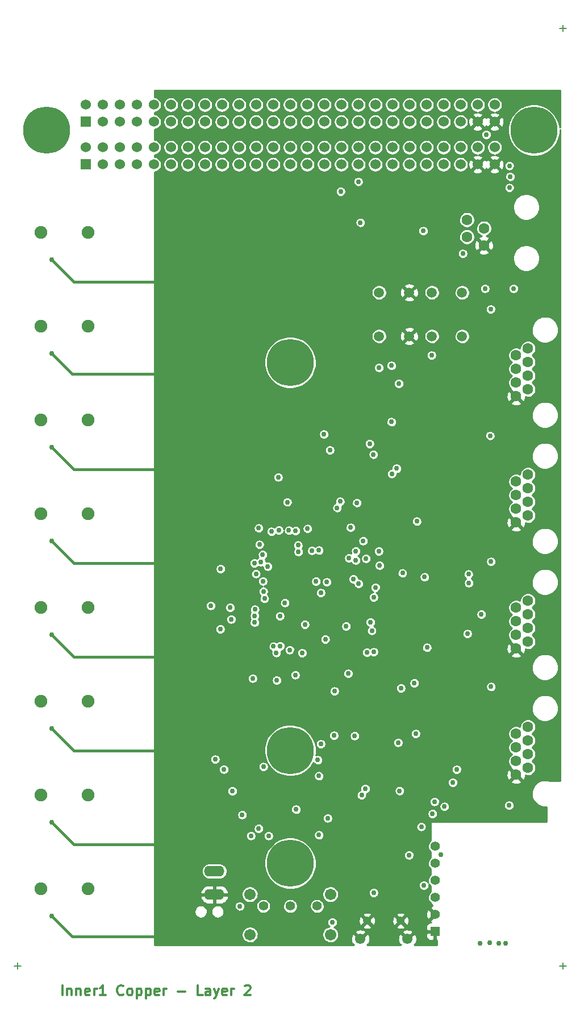
<source format=gbr>
G04 (created by PCBNEW (2013-07-07 BZR 4022)-stable) date 2/21/2016 2:52:36 PM*
%MOIN*%
G04 Gerber Fmt 3.4, Leading zero omitted, Abs format*
%FSLAX34Y34*%
G01*
G70*
G90*
G04 APERTURE LIST*
%ADD10C,0.00590551*%
%ADD11C,0.005*%
%ADD12C,0.0118*%
%ADD13C,0.0748031*%
%ADD14C,0.0672*%
%ADD15C,0.0551181*%
%ADD16C,0.275591*%
%ADD17R,0.06X0.06*%
%ADD18C,0.06*%
%ADD19C,0.0629921*%
%ADD20C,0.2756*%
%ADD21R,0.055X0.055*%
%ADD22C,0.055*%
%ADD23O,0.12X0.062*%
%ADD24O,0.12X0.063*%
%ADD25C,0.0610236*%
%ADD26C,0.0492126*%
%ADD27C,0.0590551*%
%ADD28C,0.03*%
%ADD29C,0.015*%
%ADD30C,0.01*%
G04 APERTURE END LIST*
G54D10*
G54D11*
X41809Y-9011D02*
X42190Y-9011D01*
X42000Y-9202D02*
X42000Y-8821D01*
X9809Y-64011D02*
X10190Y-64011D01*
X10000Y-64202D02*
X10000Y-63821D01*
X41809Y-64011D02*
X42190Y-64011D01*
X42000Y-64202D02*
X42000Y-63821D01*
G54D12*
X12640Y-65739D02*
X12640Y-65148D01*
X12922Y-65345D02*
X12922Y-65739D01*
X12922Y-65401D02*
X12950Y-65373D01*
X13006Y-65345D01*
X13091Y-65345D01*
X13147Y-65373D01*
X13175Y-65429D01*
X13175Y-65739D01*
X13456Y-65345D02*
X13456Y-65739D01*
X13456Y-65401D02*
X13485Y-65373D01*
X13541Y-65345D01*
X13625Y-65345D01*
X13682Y-65373D01*
X13710Y-65429D01*
X13710Y-65739D01*
X14216Y-65711D02*
X14160Y-65739D01*
X14047Y-65739D01*
X13991Y-65711D01*
X13963Y-65654D01*
X13963Y-65429D01*
X13991Y-65373D01*
X14047Y-65345D01*
X14160Y-65345D01*
X14216Y-65373D01*
X14244Y-65429D01*
X14244Y-65485D01*
X13963Y-65542D01*
X14498Y-65739D02*
X14498Y-65345D01*
X14498Y-65457D02*
X14526Y-65401D01*
X14554Y-65373D01*
X14610Y-65345D01*
X14666Y-65345D01*
X15173Y-65739D02*
X14835Y-65739D01*
X15004Y-65739D02*
X15004Y-65148D01*
X14948Y-65232D01*
X14892Y-65288D01*
X14835Y-65317D01*
X16214Y-65682D02*
X16186Y-65711D01*
X16102Y-65739D01*
X16045Y-65739D01*
X15961Y-65711D01*
X15905Y-65654D01*
X15877Y-65598D01*
X15848Y-65485D01*
X15848Y-65401D01*
X15877Y-65288D01*
X15905Y-65232D01*
X15961Y-65176D01*
X16045Y-65148D01*
X16102Y-65148D01*
X16186Y-65176D01*
X16214Y-65204D01*
X16552Y-65739D02*
X16496Y-65711D01*
X16468Y-65682D01*
X16439Y-65626D01*
X16439Y-65457D01*
X16468Y-65401D01*
X16496Y-65373D01*
X16552Y-65345D01*
X16636Y-65345D01*
X16693Y-65373D01*
X16721Y-65401D01*
X16749Y-65457D01*
X16749Y-65626D01*
X16721Y-65682D01*
X16693Y-65711D01*
X16636Y-65739D01*
X16552Y-65739D01*
X17002Y-65345D02*
X17002Y-65936D01*
X17002Y-65373D02*
X17059Y-65345D01*
X17171Y-65345D01*
X17227Y-65373D01*
X17256Y-65401D01*
X17284Y-65457D01*
X17284Y-65626D01*
X17256Y-65682D01*
X17227Y-65711D01*
X17171Y-65739D01*
X17059Y-65739D01*
X17002Y-65711D01*
X17537Y-65345D02*
X17537Y-65936D01*
X17537Y-65373D02*
X17593Y-65345D01*
X17706Y-65345D01*
X17762Y-65373D01*
X17790Y-65401D01*
X17818Y-65457D01*
X17818Y-65626D01*
X17790Y-65682D01*
X17762Y-65711D01*
X17706Y-65739D01*
X17593Y-65739D01*
X17537Y-65711D01*
X18297Y-65711D02*
X18241Y-65739D01*
X18128Y-65739D01*
X18072Y-65711D01*
X18044Y-65654D01*
X18044Y-65429D01*
X18072Y-65373D01*
X18128Y-65345D01*
X18241Y-65345D01*
X18297Y-65373D01*
X18325Y-65429D01*
X18325Y-65485D01*
X18044Y-65542D01*
X18578Y-65739D02*
X18578Y-65345D01*
X18578Y-65457D02*
X18606Y-65401D01*
X18635Y-65373D01*
X18691Y-65345D01*
X18747Y-65345D01*
X19394Y-65514D02*
X19845Y-65514D01*
X20858Y-65739D02*
X20576Y-65739D01*
X20576Y-65148D01*
X21308Y-65739D02*
X21308Y-65429D01*
X21280Y-65373D01*
X21224Y-65345D01*
X21111Y-65345D01*
X21055Y-65373D01*
X21308Y-65711D02*
X21252Y-65739D01*
X21111Y-65739D01*
X21055Y-65711D01*
X21027Y-65654D01*
X21027Y-65598D01*
X21055Y-65542D01*
X21111Y-65514D01*
X21252Y-65514D01*
X21308Y-65485D01*
X21533Y-65345D02*
X21674Y-65739D01*
X21815Y-65345D02*
X21674Y-65739D01*
X21618Y-65879D01*
X21590Y-65908D01*
X21533Y-65936D01*
X22265Y-65711D02*
X22209Y-65739D01*
X22096Y-65739D01*
X22040Y-65711D01*
X22012Y-65654D01*
X22012Y-65429D01*
X22040Y-65373D01*
X22096Y-65345D01*
X22209Y-65345D01*
X22265Y-65373D01*
X22293Y-65429D01*
X22293Y-65485D01*
X22012Y-65542D01*
X22546Y-65739D02*
X22546Y-65345D01*
X22546Y-65457D02*
X22575Y-65401D01*
X22603Y-65373D01*
X22659Y-65345D01*
X22715Y-65345D01*
X23334Y-65204D02*
X23363Y-65176D01*
X23419Y-65148D01*
X23560Y-65148D01*
X23616Y-65176D01*
X23644Y-65204D01*
X23672Y-65260D01*
X23672Y-65317D01*
X23644Y-65401D01*
X23306Y-65739D01*
X23672Y-65739D01*
G54D13*
X14133Y-21000D03*
X11377Y-21000D03*
X14133Y-26500D03*
X11377Y-26500D03*
X14133Y-32000D03*
X11377Y-32000D03*
X14133Y-37500D03*
X11377Y-37500D03*
X14133Y-43000D03*
X11377Y-43000D03*
X14133Y-48500D03*
X11377Y-48500D03*
X14133Y-54000D03*
X11377Y-54000D03*
X14133Y-59500D03*
X11377Y-59500D03*
G54D14*
X23637Y-62181D03*
X28362Y-62181D03*
G54D15*
X26000Y-60507D03*
X27574Y-60507D03*
X24425Y-60507D03*
G54D14*
X23637Y-59818D03*
X28362Y-59818D03*
G54D16*
X26000Y-58000D03*
X40300Y-15000D03*
X11700Y-15000D03*
G54D17*
X14000Y-14500D03*
G54D18*
X14000Y-13500D03*
X15000Y-14500D03*
X15000Y-13500D03*
X16000Y-14500D03*
X16000Y-13500D03*
X17000Y-14500D03*
X17000Y-13500D03*
X18000Y-14500D03*
X18000Y-13500D03*
X19000Y-14500D03*
X19000Y-13500D03*
X20000Y-14500D03*
X20000Y-13500D03*
X21000Y-14500D03*
X21000Y-13500D03*
X22000Y-14500D03*
X22000Y-13500D03*
X23000Y-14500D03*
X23000Y-13500D03*
X24000Y-14500D03*
X24000Y-13500D03*
X25000Y-14500D03*
X25000Y-13500D03*
X26000Y-14500D03*
X26000Y-13500D03*
X27000Y-14500D03*
X27000Y-13500D03*
X28000Y-14500D03*
X28000Y-13500D03*
X29000Y-14500D03*
X29000Y-13500D03*
X30000Y-14500D03*
X30000Y-13500D03*
X31000Y-14500D03*
X31000Y-13500D03*
X32000Y-14500D03*
X32000Y-13500D03*
X33000Y-14500D03*
X33000Y-13500D03*
X34000Y-14500D03*
X34000Y-13500D03*
X35000Y-14500D03*
X35000Y-13500D03*
X36000Y-14500D03*
X36000Y-13500D03*
X37000Y-14500D03*
X37000Y-13500D03*
X38000Y-14500D03*
X38000Y-13500D03*
G54D17*
X14000Y-17000D03*
G54D18*
X14000Y-16000D03*
X15000Y-17000D03*
X15000Y-16000D03*
X16000Y-17000D03*
X16000Y-16000D03*
X17000Y-17000D03*
X17000Y-16000D03*
X18000Y-17000D03*
X18000Y-16000D03*
X19000Y-17000D03*
X19000Y-16000D03*
X20000Y-17000D03*
X20000Y-16000D03*
X21000Y-17000D03*
X21000Y-16000D03*
X22000Y-17000D03*
X22000Y-16000D03*
X23000Y-17000D03*
X23000Y-16000D03*
X24000Y-17000D03*
X24000Y-16000D03*
X25000Y-17000D03*
X25000Y-16000D03*
X26000Y-17000D03*
X26000Y-16000D03*
X27000Y-17000D03*
X27000Y-16000D03*
X28000Y-17000D03*
X28000Y-16000D03*
X29000Y-17000D03*
X29000Y-16000D03*
X30000Y-17000D03*
X30000Y-16000D03*
X31000Y-17000D03*
X31000Y-16000D03*
X32000Y-17000D03*
X32000Y-16000D03*
X33000Y-17000D03*
X33000Y-16000D03*
X34000Y-17000D03*
X34000Y-16000D03*
X35000Y-17000D03*
X35000Y-16000D03*
X36000Y-17000D03*
X36000Y-16000D03*
X37000Y-17000D03*
X37000Y-16000D03*
X38000Y-17000D03*
X38000Y-16000D03*
G54D19*
X39952Y-51596D03*
X39952Y-50797D03*
X39251Y-52002D03*
X39251Y-51203D03*
X39251Y-52801D03*
X39952Y-52396D03*
X39251Y-50403D03*
X39952Y-49998D03*
X39952Y-36796D03*
X39952Y-35997D03*
X39251Y-37202D03*
X39251Y-36403D03*
X39251Y-38001D03*
X39952Y-37596D03*
X39251Y-35603D03*
X39952Y-35198D03*
X39952Y-29396D03*
X39952Y-28597D03*
X39251Y-29802D03*
X39251Y-29003D03*
X39251Y-30601D03*
X39952Y-30196D03*
X39251Y-28203D03*
X39952Y-27798D03*
X39952Y-44196D03*
X39952Y-43397D03*
X39251Y-44602D03*
X39251Y-43803D03*
X39251Y-45401D03*
X39952Y-44996D03*
X39251Y-43003D03*
X39952Y-42598D03*
X36368Y-21248D03*
X36368Y-20251D03*
X37368Y-21748D03*
X37368Y-20751D03*
G54D20*
X26000Y-28622D03*
X26000Y-51377D03*
G54D21*
X34500Y-62000D03*
G54D22*
X34500Y-61000D03*
X34500Y-60000D03*
X34500Y-59000D03*
X34500Y-58000D03*
X34500Y-57000D03*
G54D23*
X21550Y-59838D03*
G54D24*
X21550Y-58461D03*
G54D25*
X30122Y-62429D03*
G54D26*
X32484Y-61375D03*
X30515Y-61375D03*
G54D25*
X32877Y-62429D03*
G54D27*
X32985Y-24520D03*
X31214Y-24520D03*
X31214Y-27079D03*
X32985Y-27079D03*
X36085Y-24520D03*
X34314Y-24520D03*
X34314Y-27079D03*
X36085Y-27079D03*
G54D28*
X21900Y-44260D03*
X21340Y-42880D03*
X23912Y-43872D03*
X22540Y-43680D03*
X23916Y-43476D03*
X22474Y-42992D03*
X23924Y-43102D03*
X24426Y-42044D03*
X23990Y-41014D03*
X23904Y-40392D03*
X25332Y-38458D03*
X25825Y-36809D03*
X25922Y-38472D03*
X26316Y-38490D03*
X28960Y-18590D03*
X30000Y-18010D03*
X27980Y-32830D03*
X31942Y-28806D03*
X31942Y-32108D03*
X30660Y-33390D03*
X30120Y-20410D03*
X29280Y-44090D03*
X33810Y-20900D03*
X26480Y-39721D03*
X25406Y-45253D03*
X37140Y-62700D03*
X34350Y-55090D03*
X32334Y-50916D03*
X35540Y-53260D03*
X37690Y-62670D03*
X38230Y-62700D03*
X35050Y-54670D03*
X35770Y-52500D03*
X38650Y-62700D03*
X25215Y-47264D03*
X33840Y-59290D03*
X33690Y-55850D03*
X32415Y-53742D03*
X25022Y-45275D03*
X25189Y-45646D03*
X34470Y-54380D03*
X34840Y-57500D03*
X30190Y-54000D03*
X29405Y-46868D03*
X28060Y-44860D03*
X24150Y-55960D03*
X24430Y-52330D03*
X28600Y-47900D03*
X26860Y-43990D03*
X21600Y-51900D03*
X37430Y-24280D03*
X31960Y-35150D03*
X39110Y-24280D03*
X32240Y-34840D03*
X29912Y-36844D03*
X27277Y-39650D03*
X28927Y-36771D03*
X28754Y-37143D03*
X27680Y-39640D03*
X29545Y-38300D03*
X31198Y-39690D03*
X27800Y-42130D03*
X33430Y-37940D03*
X27515Y-41460D03*
X28150Y-41500D03*
X30450Y-40120D03*
X29850Y-39680D03*
X29850Y-40220D03*
X29450Y-40090D03*
X29709Y-41323D03*
X30279Y-39082D03*
X24387Y-39890D03*
X37220Y-43390D03*
X31001Y-41823D03*
X24155Y-38335D03*
X24683Y-40580D03*
X24194Y-39300D03*
X27020Y-38370D03*
X31210Y-28920D03*
X23180Y-55150D03*
X25400Y-43500D03*
X24490Y-42472D03*
X32970Y-57520D03*
X30900Y-45600D03*
X30900Y-59725D03*
X28475Y-61459D03*
X24270Y-40320D03*
X25300Y-35346D03*
X23800Y-47150D03*
X33880Y-41205D03*
X21913Y-40723D03*
X25689Y-42717D03*
X36460Y-41040D03*
X32590Y-40975D03*
X30508Y-45626D03*
X33283Y-47426D03*
X24400Y-41450D03*
X34300Y-28200D03*
X27800Y-51000D03*
X38860Y-17080D03*
X25970Y-45480D03*
X30900Y-42390D03*
X30020Y-41600D03*
X31240Y-40520D03*
X33370Y-50400D03*
X38840Y-54600D03*
X36400Y-44535D03*
X22610Y-53760D03*
X28570Y-50505D03*
X27620Y-51940D03*
X29780Y-50514D03*
X30880Y-34010D03*
X36480Y-41550D03*
X22110Y-52485D03*
X23700Y-56379D03*
X37770Y-25500D03*
X27680Y-56340D03*
X27680Y-52874D03*
X37780Y-47640D03*
X37780Y-40300D03*
X37730Y-32910D03*
X24900Y-38540D03*
X28200Y-55350D03*
X38910Y-17710D03*
X37510Y-15260D03*
X36130Y-22230D03*
X38860Y-18370D03*
X28330Y-33760D03*
X26340Y-54840D03*
X24730Y-56379D03*
X24008Y-42004D03*
X27835Y-49729D03*
X25250Y-47850D03*
X12000Y-61100D03*
X12000Y-55600D03*
X12000Y-50100D03*
X12000Y-44600D03*
X12000Y-39100D03*
X12000Y-33600D03*
X12000Y-28100D03*
X12000Y-22600D03*
X18300Y-61400D03*
X18300Y-59000D03*
X18300Y-55900D03*
X18300Y-53500D03*
X18300Y-50400D03*
X18300Y-48000D03*
X18300Y-44900D03*
X18300Y-42500D03*
X18300Y-39400D03*
X18300Y-37000D03*
X18300Y-33900D03*
X18300Y-31500D03*
X18300Y-28400D03*
X18300Y-26000D03*
X18300Y-22900D03*
X18300Y-20500D03*
X28650Y-52500D03*
X28640Y-55360D03*
X26320Y-45650D03*
X31170Y-43920D03*
X30120Y-46960D03*
X30600Y-41200D03*
X31275Y-42100D03*
X24545Y-38330D03*
X36340Y-55450D03*
X35970Y-55450D03*
X36060Y-43629D03*
X40170Y-25500D03*
X33060Y-46570D03*
X40200Y-47679D03*
X36090Y-42300D03*
X34060Y-43879D03*
X30064Y-35566D03*
X21275Y-41530D03*
X25435Y-34300D03*
X41229Y-18110D03*
X41179Y-17050D03*
X35920Y-23440D03*
X35070Y-41420D03*
X26640Y-53320D03*
X20750Y-62350D03*
X24505Y-35735D03*
X25205Y-35735D03*
X35565Y-48209D03*
X36405Y-45340D03*
X36185Y-40520D03*
X34210Y-39860D03*
X39630Y-54610D03*
X35100Y-51100D03*
X28290Y-36000D03*
X34000Y-42300D03*
X30225Y-50329D03*
X28640Y-54190D03*
X28645Y-53664D03*
X28650Y-52850D03*
X28640Y-55000D03*
X28650Y-53280D03*
X28640Y-54580D03*
X23380Y-57270D03*
X40200Y-32890D03*
X40220Y-40300D03*
X37370Y-54794D03*
X40900Y-55370D03*
X40900Y-54929D03*
X26450Y-53600D03*
X26840Y-53040D03*
X34025Y-45340D03*
X30710Y-43850D03*
X26464Y-39339D03*
X32372Y-29856D03*
X32500Y-47725D03*
X30790Y-44350D03*
X23040Y-60510D03*
X26300Y-46950D03*
X30410Y-53620D03*
X26704Y-45664D03*
G54D29*
X13200Y-62300D02*
X18300Y-62300D01*
X12000Y-61100D02*
X13200Y-62300D01*
X13300Y-56900D02*
X18300Y-56900D01*
X12000Y-55600D02*
X13300Y-56900D01*
X13300Y-51400D02*
X18300Y-51400D01*
X12000Y-50100D02*
X13300Y-51400D01*
X13300Y-45900D02*
X18300Y-45900D01*
X12000Y-44600D02*
X13300Y-45900D01*
X13300Y-40400D02*
X18300Y-40400D01*
X12000Y-39100D02*
X13300Y-40400D01*
X13300Y-34900D02*
X18300Y-34900D01*
X12000Y-33600D02*
X13300Y-34900D01*
X13200Y-29300D02*
X18300Y-29300D01*
X12000Y-28100D02*
X13200Y-29300D01*
X13300Y-23900D02*
X18300Y-23900D01*
X12000Y-22600D02*
X13300Y-23900D01*
G54D30*
X18025Y-12650D02*
X41825Y-12650D01*
X18025Y-12730D02*
X41825Y-12730D01*
X18025Y-12810D02*
X41825Y-12810D01*
X18025Y-12890D02*
X41825Y-12890D01*
X18025Y-12970D02*
X41825Y-12970D01*
X18025Y-13050D02*
X18957Y-13050D01*
X19004Y-13050D02*
X19957Y-13050D01*
X20004Y-13050D02*
X20957Y-13050D01*
X21004Y-13050D02*
X21957Y-13050D01*
X22004Y-13050D02*
X22957Y-13050D01*
X23004Y-13050D02*
X23957Y-13050D01*
X24004Y-13050D02*
X24957Y-13050D01*
X25004Y-13050D02*
X25957Y-13050D01*
X26004Y-13050D02*
X26957Y-13050D01*
X27004Y-13050D02*
X27957Y-13050D01*
X28004Y-13050D02*
X28957Y-13050D01*
X29004Y-13050D02*
X29957Y-13050D01*
X30004Y-13050D02*
X30957Y-13050D01*
X31004Y-13050D02*
X31957Y-13050D01*
X32004Y-13050D02*
X32957Y-13050D01*
X33004Y-13050D02*
X33957Y-13050D01*
X34004Y-13050D02*
X34957Y-13050D01*
X35004Y-13050D02*
X35957Y-13050D01*
X36004Y-13050D02*
X36957Y-13050D01*
X37004Y-13050D02*
X37957Y-13050D01*
X38004Y-13050D02*
X41825Y-13050D01*
X18256Y-13130D02*
X18743Y-13130D01*
X19256Y-13130D02*
X19743Y-13130D01*
X20256Y-13130D02*
X20743Y-13130D01*
X21256Y-13130D02*
X21743Y-13130D01*
X22256Y-13130D02*
X22743Y-13130D01*
X23256Y-13130D02*
X23743Y-13130D01*
X24256Y-13130D02*
X24743Y-13130D01*
X25256Y-13130D02*
X25743Y-13130D01*
X26256Y-13130D02*
X26743Y-13130D01*
X27256Y-13130D02*
X27743Y-13130D01*
X28256Y-13130D02*
X28743Y-13130D01*
X29256Y-13130D02*
X29743Y-13130D01*
X30256Y-13130D02*
X30743Y-13130D01*
X31256Y-13130D02*
X31743Y-13130D01*
X32256Y-13130D02*
X32743Y-13130D01*
X33256Y-13130D02*
X33743Y-13130D01*
X34256Y-13130D02*
X34743Y-13130D01*
X35256Y-13130D02*
X35743Y-13130D01*
X36256Y-13130D02*
X36743Y-13130D01*
X37256Y-13130D02*
X37743Y-13130D01*
X38256Y-13130D02*
X41825Y-13130D01*
X18346Y-13210D02*
X18653Y-13210D01*
X19346Y-13210D02*
X19653Y-13210D01*
X20346Y-13210D02*
X20653Y-13210D01*
X21346Y-13210D02*
X21653Y-13210D01*
X22346Y-13210D02*
X22653Y-13210D01*
X23346Y-13210D02*
X23653Y-13210D01*
X24346Y-13210D02*
X24653Y-13210D01*
X25346Y-13210D02*
X25653Y-13210D01*
X26346Y-13210D02*
X26653Y-13210D01*
X27346Y-13210D02*
X27653Y-13210D01*
X28346Y-13210D02*
X28653Y-13210D01*
X29346Y-13210D02*
X29653Y-13210D01*
X30346Y-13210D02*
X30653Y-13210D01*
X31346Y-13210D02*
X31653Y-13210D01*
X32346Y-13210D02*
X32653Y-13210D01*
X33346Y-13210D02*
X33653Y-13210D01*
X34346Y-13210D02*
X34653Y-13210D01*
X35346Y-13210D02*
X35653Y-13210D01*
X36346Y-13210D02*
X36653Y-13210D01*
X37346Y-13210D02*
X37653Y-13210D01*
X38346Y-13210D02*
X41825Y-13210D01*
X18400Y-13290D02*
X18600Y-13290D01*
X19400Y-13290D02*
X19600Y-13290D01*
X20400Y-13290D02*
X20600Y-13290D01*
X21400Y-13290D02*
X21600Y-13290D01*
X22400Y-13290D02*
X22600Y-13290D01*
X23400Y-13290D02*
X23600Y-13290D01*
X24400Y-13290D02*
X24600Y-13290D01*
X25400Y-13290D02*
X25600Y-13290D01*
X26400Y-13290D02*
X26600Y-13290D01*
X27400Y-13290D02*
X27600Y-13290D01*
X28400Y-13290D02*
X28600Y-13290D01*
X29400Y-13290D02*
X29600Y-13290D01*
X30400Y-13290D02*
X30600Y-13290D01*
X31400Y-13290D02*
X31600Y-13290D01*
X32400Y-13290D02*
X32600Y-13290D01*
X33400Y-13290D02*
X33600Y-13290D01*
X34400Y-13290D02*
X34600Y-13290D01*
X35400Y-13290D02*
X35600Y-13290D01*
X36400Y-13290D02*
X36600Y-13290D01*
X37400Y-13290D02*
X37600Y-13290D01*
X38400Y-13290D02*
X41825Y-13290D01*
X18433Y-13370D02*
X18567Y-13370D01*
X19433Y-13370D02*
X19567Y-13370D01*
X20433Y-13370D02*
X20567Y-13370D01*
X21433Y-13370D02*
X21567Y-13370D01*
X22433Y-13370D02*
X22567Y-13370D01*
X23433Y-13370D02*
X23567Y-13370D01*
X24433Y-13370D02*
X24567Y-13370D01*
X25433Y-13370D02*
X25567Y-13370D01*
X26433Y-13370D02*
X26567Y-13370D01*
X27433Y-13370D02*
X27567Y-13370D01*
X28433Y-13370D02*
X28567Y-13370D01*
X29433Y-13370D02*
X29567Y-13370D01*
X30433Y-13370D02*
X30567Y-13370D01*
X31433Y-13370D02*
X31567Y-13370D01*
X32433Y-13370D02*
X32567Y-13370D01*
X33433Y-13370D02*
X33567Y-13370D01*
X34433Y-13370D02*
X34567Y-13370D01*
X35433Y-13370D02*
X35567Y-13370D01*
X36433Y-13370D02*
X36567Y-13370D01*
X37433Y-13370D02*
X37567Y-13370D01*
X38433Y-13370D02*
X41825Y-13370D01*
X18448Y-13450D02*
X18550Y-13450D01*
X19448Y-13450D02*
X19550Y-13450D01*
X20448Y-13450D02*
X20550Y-13450D01*
X21448Y-13450D02*
X21550Y-13450D01*
X22448Y-13450D02*
X22550Y-13450D01*
X23448Y-13450D02*
X23550Y-13450D01*
X24448Y-13450D02*
X24550Y-13450D01*
X25448Y-13450D02*
X25550Y-13450D01*
X26448Y-13450D02*
X26550Y-13450D01*
X27448Y-13450D02*
X27550Y-13450D01*
X28448Y-13450D02*
X28550Y-13450D01*
X29448Y-13450D02*
X29550Y-13450D01*
X30448Y-13450D02*
X30550Y-13450D01*
X31448Y-13450D02*
X31550Y-13450D01*
X32448Y-13450D02*
X32550Y-13450D01*
X33448Y-13450D02*
X33550Y-13450D01*
X34448Y-13450D02*
X34550Y-13450D01*
X35448Y-13450D02*
X35550Y-13450D01*
X36448Y-13450D02*
X36550Y-13450D01*
X37448Y-13450D02*
X37550Y-13450D01*
X38448Y-13450D02*
X41825Y-13450D01*
X18448Y-13530D02*
X18549Y-13530D01*
X19448Y-13530D02*
X19450Y-13530D01*
X19450Y-13530D02*
X19549Y-13530D01*
X20448Y-13530D02*
X20450Y-13530D01*
X20450Y-13530D02*
X20549Y-13530D01*
X21448Y-13530D02*
X21450Y-13530D01*
X21450Y-13530D02*
X21549Y-13530D01*
X22448Y-13530D02*
X22450Y-13530D01*
X22450Y-13530D02*
X22549Y-13530D01*
X23448Y-13530D02*
X23450Y-13530D01*
X23450Y-13530D02*
X23549Y-13530D01*
X24448Y-13530D02*
X24450Y-13530D01*
X24450Y-13530D02*
X24549Y-13530D01*
X25448Y-13530D02*
X25450Y-13530D01*
X25450Y-13530D02*
X25549Y-13530D01*
X26448Y-13530D02*
X26450Y-13530D01*
X26450Y-13530D02*
X26549Y-13530D01*
X27448Y-13530D02*
X27450Y-13530D01*
X27450Y-13530D02*
X27549Y-13530D01*
X28448Y-13530D02*
X28450Y-13530D01*
X28450Y-13530D02*
X28549Y-13530D01*
X29448Y-13530D02*
X29450Y-13530D01*
X29450Y-13530D02*
X29549Y-13530D01*
X30448Y-13530D02*
X30450Y-13530D01*
X30450Y-13530D02*
X30549Y-13530D01*
X31448Y-13530D02*
X31450Y-13530D01*
X31450Y-13530D02*
X31549Y-13530D01*
X32448Y-13530D02*
X32450Y-13530D01*
X32450Y-13530D02*
X32549Y-13530D01*
X33448Y-13530D02*
X33450Y-13530D01*
X33450Y-13530D02*
X33549Y-13530D01*
X34448Y-13530D02*
X34450Y-13530D01*
X34450Y-13530D02*
X34549Y-13530D01*
X35448Y-13530D02*
X35450Y-13530D01*
X35450Y-13530D02*
X35549Y-13530D01*
X36448Y-13530D02*
X36450Y-13530D01*
X36450Y-13530D02*
X36549Y-13530D01*
X37448Y-13530D02*
X37450Y-13530D01*
X37450Y-13530D02*
X37549Y-13530D01*
X38448Y-13530D02*
X38450Y-13530D01*
X38450Y-13530D02*
X39859Y-13530D01*
X40737Y-13530D02*
X41825Y-13530D01*
X18436Y-13610D02*
X18562Y-13610D01*
X19436Y-13610D02*
X19450Y-13610D01*
X19450Y-13610D02*
X19562Y-13610D01*
X20436Y-13610D02*
X20450Y-13610D01*
X20450Y-13610D02*
X20562Y-13610D01*
X21436Y-13610D02*
X21450Y-13610D01*
X21450Y-13610D02*
X21562Y-13610D01*
X22436Y-13610D02*
X22450Y-13610D01*
X22450Y-13610D02*
X22562Y-13610D01*
X23436Y-13610D02*
X23450Y-13610D01*
X23450Y-13610D02*
X23562Y-13610D01*
X24436Y-13610D02*
X24450Y-13610D01*
X24450Y-13610D02*
X24562Y-13610D01*
X25436Y-13610D02*
X25450Y-13610D01*
X25450Y-13610D02*
X25562Y-13610D01*
X26436Y-13610D02*
X26450Y-13610D01*
X26450Y-13610D02*
X26562Y-13610D01*
X27436Y-13610D02*
X27450Y-13610D01*
X27450Y-13610D02*
X27562Y-13610D01*
X28436Y-13610D02*
X28450Y-13610D01*
X28450Y-13610D02*
X28562Y-13610D01*
X29436Y-13610D02*
X29450Y-13610D01*
X29450Y-13610D02*
X29562Y-13610D01*
X30436Y-13610D02*
X30450Y-13610D01*
X30450Y-13610D02*
X30562Y-13610D01*
X31436Y-13610D02*
X31450Y-13610D01*
X31450Y-13610D02*
X31562Y-13610D01*
X32436Y-13610D02*
X32450Y-13610D01*
X32450Y-13610D02*
X32562Y-13610D01*
X33436Y-13610D02*
X33450Y-13610D01*
X33450Y-13610D02*
X33562Y-13610D01*
X34436Y-13610D02*
X34450Y-13610D01*
X34450Y-13610D02*
X34562Y-13610D01*
X35436Y-13610D02*
X35450Y-13610D01*
X35450Y-13610D02*
X35562Y-13610D01*
X36436Y-13610D02*
X36450Y-13610D01*
X36450Y-13610D02*
X36562Y-13610D01*
X37436Y-13610D02*
X37450Y-13610D01*
X37450Y-13610D02*
X37562Y-13610D01*
X38436Y-13610D02*
X38450Y-13610D01*
X38450Y-13610D02*
X39661Y-13610D01*
X40936Y-13610D02*
X41825Y-13610D01*
X18408Y-13690D02*
X18591Y-13690D01*
X19408Y-13690D02*
X19450Y-13690D01*
X19450Y-13690D02*
X19591Y-13690D01*
X20408Y-13690D02*
X20450Y-13690D01*
X20450Y-13690D02*
X20591Y-13690D01*
X21408Y-13690D02*
X21450Y-13690D01*
X21450Y-13690D02*
X21591Y-13690D01*
X22408Y-13690D02*
X22450Y-13690D01*
X22450Y-13690D02*
X22591Y-13690D01*
X23408Y-13690D02*
X23450Y-13690D01*
X23450Y-13690D02*
X23591Y-13690D01*
X24408Y-13690D02*
X24450Y-13690D01*
X24450Y-13690D02*
X24591Y-13690D01*
X25408Y-13690D02*
X25450Y-13690D01*
X25450Y-13690D02*
X25591Y-13690D01*
X26408Y-13690D02*
X26450Y-13690D01*
X26450Y-13690D02*
X26591Y-13690D01*
X27408Y-13690D02*
X27450Y-13690D01*
X27450Y-13690D02*
X27591Y-13690D01*
X28408Y-13690D02*
X28450Y-13690D01*
X28450Y-13690D02*
X28591Y-13690D01*
X29408Y-13690D02*
X29450Y-13690D01*
X29450Y-13690D02*
X29591Y-13690D01*
X30408Y-13690D02*
X30450Y-13690D01*
X30450Y-13690D02*
X30591Y-13690D01*
X31408Y-13690D02*
X31450Y-13690D01*
X31450Y-13690D02*
X31591Y-13690D01*
X32408Y-13690D02*
X32450Y-13690D01*
X32450Y-13690D02*
X32591Y-13690D01*
X33408Y-13690D02*
X33450Y-13690D01*
X33450Y-13690D02*
X33591Y-13690D01*
X34408Y-13690D02*
X34450Y-13690D01*
X34450Y-13690D02*
X34591Y-13690D01*
X35408Y-13690D02*
X35450Y-13690D01*
X35450Y-13690D02*
X35591Y-13690D01*
X36408Y-13690D02*
X36450Y-13690D01*
X36450Y-13690D02*
X36591Y-13690D01*
X37408Y-13690D02*
X37450Y-13690D01*
X37450Y-13690D02*
X37591Y-13690D01*
X38408Y-13690D02*
X38450Y-13690D01*
X38450Y-13690D02*
X39511Y-13690D01*
X41090Y-13690D02*
X41825Y-13690D01*
X18360Y-13770D02*
X18638Y-13770D01*
X19360Y-13770D02*
X19450Y-13770D01*
X19450Y-13770D02*
X19638Y-13770D01*
X20360Y-13770D02*
X20450Y-13770D01*
X20450Y-13770D02*
X20638Y-13770D01*
X21360Y-13770D02*
X21450Y-13770D01*
X21450Y-13770D02*
X21638Y-13770D01*
X22360Y-13770D02*
X22450Y-13770D01*
X22450Y-13770D02*
X22638Y-13770D01*
X23360Y-13770D02*
X23450Y-13770D01*
X23450Y-13770D02*
X23638Y-13770D01*
X24360Y-13770D02*
X24450Y-13770D01*
X24450Y-13770D02*
X24638Y-13770D01*
X25360Y-13770D02*
X25450Y-13770D01*
X25450Y-13770D02*
X25638Y-13770D01*
X26360Y-13770D02*
X26450Y-13770D01*
X26450Y-13770D02*
X26638Y-13770D01*
X27360Y-13770D02*
X27450Y-13770D01*
X27450Y-13770D02*
X27638Y-13770D01*
X28360Y-13770D02*
X28450Y-13770D01*
X28450Y-13770D02*
X28638Y-13770D01*
X29360Y-13770D02*
X29450Y-13770D01*
X29450Y-13770D02*
X29638Y-13770D01*
X30360Y-13770D02*
X30450Y-13770D01*
X30450Y-13770D02*
X30638Y-13770D01*
X31360Y-13770D02*
X31450Y-13770D01*
X31450Y-13770D02*
X31638Y-13770D01*
X32360Y-13770D02*
X32450Y-13770D01*
X32450Y-13770D02*
X32638Y-13770D01*
X33360Y-13770D02*
X33450Y-13770D01*
X33450Y-13770D02*
X33638Y-13770D01*
X34360Y-13770D02*
X34450Y-13770D01*
X34450Y-13770D02*
X34638Y-13770D01*
X35360Y-13770D02*
X35450Y-13770D01*
X35450Y-13770D02*
X35638Y-13770D01*
X36360Y-13770D02*
X36450Y-13770D01*
X36450Y-13770D02*
X36638Y-13770D01*
X37360Y-13770D02*
X37450Y-13770D01*
X37450Y-13770D02*
X37638Y-13770D01*
X38360Y-13770D02*
X38450Y-13770D01*
X38450Y-13770D02*
X39389Y-13770D01*
X41208Y-13770D02*
X41825Y-13770D01*
X18285Y-13850D02*
X18715Y-13850D01*
X19285Y-13850D02*
X19450Y-13850D01*
X19450Y-13850D02*
X19715Y-13850D01*
X20285Y-13850D02*
X20450Y-13850D01*
X20450Y-13850D02*
X20715Y-13850D01*
X21285Y-13850D02*
X21450Y-13850D01*
X21450Y-13850D02*
X21715Y-13850D01*
X22285Y-13850D02*
X22450Y-13850D01*
X22450Y-13850D02*
X22715Y-13850D01*
X23285Y-13850D02*
X23450Y-13850D01*
X23450Y-13850D02*
X23715Y-13850D01*
X24285Y-13850D02*
X24450Y-13850D01*
X24450Y-13850D02*
X24715Y-13850D01*
X25285Y-13850D02*
X25450Y-13850D01*
X25450Y-13850D02*
X25715Y-13850D01*
X26285Y-13850D02*
X26450Y-13850D01*
X26450Y-13850D02*
X26715Y-13850D01*
X27285Y-13850D02*
X27450Y-13850D01*
X27450Y-13850D02*
X27715Y-13850D01*
X28285Y-13850D02*
X28450Y-13850D01*
X28450Y-13850D02*
X28715Y-13850D01*
X29285Y-13850D02*
X29450Y-13850D01*
X29450Y-13850D02*
X29715Y-13850D01*
X30285Y-13850D02*
X30450Y-13850D01*
X30450Y-13850D02*
X30715Y-13850D01*
X31285Y-13850D02*
X31450Y-13850D01*
X31450Y-13850D02*
X31715Y-13850D01*
X32285Y-13850D02*
X32450Y-13850D01*
X32450Y-13850D02*
X32715Y-13850D01*
X33285Y-13850D02*
X33450Y-13850D01*
X33450Y-13850D02*
X33715Y-13850D01*
X34285Y-13850D02*
X34450Y-13850D01*
X34450Y-13850D02*
X34715Y-13850D01*
X35285Y-13850D02*
X35450Y-13850D01*
X35450Y-13850D02*
X35715Y-13850D01*
X36285Y-13850D02*
X36450Y-13850D01*
X36450Y-13850D02*
X36715Y-13850D01*
X37285Y-13850D02*
X37450Y-13850D01*
X37450Y-13850D02*
X37715Y-13850D01*
X38285Y-13850D02*
X38450Y-13850D01*
X38450Y-13850D02*
X39290Y-13850D01*
X41311Y-13850D02*
X41825Y-13850D01*
X18135Y-13930D02*
X18860Y-13930D01*
X19135Y-13930D02*
X19450Y-13930D01*
X19450Y-13930D02*
X19860Y-13930D01*
X20135Y-13930D02*
X20450Y-13930D01*
X20450Y-13930D02*
X20860Y-13930D01*
X21135Y-13930D02*
X21450Y-13930D01*
X21450Y-13930D02*
X21860Y-13930D01*
X22135Y-13930D02*
X22450Y-13930D01*
X22450Y-13930D02*
X22860Y-13930D01*
X23135Y-13930D02*
X23450Y-13930D01*
X23450Y-13930D02*
X23860Y-13930D01*
X24135Y-13930D02*
X24450Y-13930D01*
X24450Y-13930D02*
X24860Y-13930D01*
X25135Y-13930D02*
X25450Y-13930D01*
X25450Y-13930D02*
X25860Y-13930D01*
X26135Y-13930D02*
X26450Y-13930D01*
X26450Y-13930D02*
X26860Y-13930D01*
X27135Y-13930D02*
X27450Y-13930D01*
X27450Y-13930D02*
X27860Y-13930D01*
X28135Y-13930D02*
X28450Y-13930D01*
X28450Y-13930D02*
X28860Y-13930D01*
X29135Y-13930D02*
X29450Y-13930D01*
X29450Y-13930D02*
X29860Y-13930D01*
X30135Y-13930D02*
X30450Y-13930D01*
X30450Y-13930D02*
X30860Y-13930D01*
X31135Y-13930D02*
X31450Y-13930D01*
X31450Y-13930D02*
X31860Y-13930D01*
X32135Y-13930D02*
X32450Y-13930D01*
X32450Y-13930D02*
X32860Y-13930D01*
X33135Y-13930D02*
X33450Y-13930D01*
X33450Y-13930D02*
X33860Y-13930D01*
X34135Y-13930D02*
X34450Y-13930D01*
X34450Y-13930D02*
X34860Y-13930D01*
X35135Y-13930D02*
X35450Y-13930D01*
X35450Y-13930D02*
X35860Y-13930D01*
X36135Y-13930D02*
X36450Y-13930D01*
X36450Y-13930D02*
X36860Y-13930D01*
X37135Y-13930D02*
X37450Y-13930D01*
X37450Y-13930D02*
X37860Y-13930D01*
X38135Y-13930D02*
X38450Y-13930D01*
X38450Y-13930D02*
X39208Y-13930D01*
X41390Y-13930D02*
X41825Y-13930D01*
X18025Y-14010D02*
X19450Y-14010D01*
X19450Y-14010D02*
X20450Y-14010D01*
X20450Y-14010D02*
X21450Y-14010D01*
X21450Y-14010D02*
X22450Y-14010D01*
X22450Y-14010D02*
X23450Y-14010D01*
X23450Y-14010D02*
X24450Y-14010D01*
X24450Y-14010D02*
X25450Y-14010D01*
X25450Y-14010D02*
X26450Y-14010D01*
X26450Y-14010D02*
X27450Y-14010D01*
X27450Y-14010D02*
X28450Y-14010D01*
X28450Y-14010D02*
X29450Y-14010D01*
X29450Y-14010D02*
X30450Y-14010D01*
X30450Y-14010D02*
X31450Y-14010D01*
X31450Y-14010D02*
X32450Y-14010D01*
X32450Y-14010D02*
X33450Y-14010D01*
X33450Y-14010D02*
X34450Y-14010D01*
X34450Y-14010D02*
X35450Y-14010D01*
X35450Y-14010D02*
X36450Y-14010D01*
X36450Y-14010D02*
X36745Y-14010D01*
X37250Y-14010D02*
X37450Y-14010D01*
X37450Y-14010D02*
X37745Y-14010D01*
X38250Y-14010D02*
X38450Y-14010D01*
X38450Y-14010D02*
X39127Y-14010D01*
X41470Y-14010D02*
X41825Y-14010D01*
X18185Y-14090D02*
X18813Y-14090D01*
X19185Y-14090D02*
X19450Y-14090D01*
X19450Y-14090D02*
X19813Y-14090D01*
X20185Y-14090D02*
X20450Y-14090D01*
X20450Y-14090D02*
X20813Y-14090D01*
X21185Y-14090D02*
X21450Y-14090D01*
X21450Y-14090D02*
X21813Y-14090D01*
X22185Y-14090D02*
X22450Y-14090D01*
X22450Y-14090D02*
X22813Y-14090D01*
X23185Y-14090D02*
X23450Y-14090D01*
X23450Y-14090D02*
X23813Y-14090D01*
X24185Y-14090D02*
X24450Y-14090D01*
X24450Y-14090D02*
X24813Y-14090D01*
X25185Y-14090D02*
X25450Y-14090D01*
X25450Y-14090D02*
X25813Y-14090D01*
X26185Y-14090D02*
X26450Y-14090D01*
X26450Y-14090D02*
X26813Y-14090D01*
X27185Y-14090D02*
X27450Y-14090D01*
X27450Y-14090D02*
X27813Y-14090D01*
X28185Y-14090D02*
X28450Y-14090D01*
X28450Y-14090D02*
X28813Y-14090D01*
X29185Y-14090D02*
X29450Y-14090D01*
X29450Y-14090D02*
X29813Y-14090D01*
X30185Y-14090D02*
X30450Y-14090D01*
X30450Y-14090D02*
X30813Y-14090D01*
X31185Y-14090D02*
X31450Y-14090D01*
X31450Y-14090D02*
X31813Y-14090D01*
X32185Y-14090D02*
X32450Y-14090D01*
X32450Y-14090D02*
X32813Y-14090D01*
X33185Y-14090D02*
X33450Y-14090D01*
X33450Y-14090D02*
X33813Y-14090D01*
X34185Y-14090D02*
X34450Y-14090D01*
X34450Y-14090D02*
X34813Y-14090D01*
X35185Y-14090D02*
X35450Y-14090D01*
X35450Y-14090D02*
X35813Y-14090D01*
X36185Y-14090D02*
X36450Y-14090D01*
X36450Y-14090D02*
X36698Y-14090D01*
X37301Y-14090D02*
X37450Y-14090D01*
X37450Y-14090D02*
X37698Y-14090D01*
X38301Y-14090D02*
X38450Y-14090D01*
X38450Y-14090D02*
X39071Y-14090D01*
X41529Y-14090D02*
X41825Y-14090D01*
X18306Y-14170D02*
X18693Y-14170D01*
X19306Y-14170D02*
X19450Y-14170D01*
X19450Y-14170D02*
X19693Y-14170D01*
X20306Y-14170D02*
X20450Y-14170D01*
X20450Y-14170D02*
X20693Y-14170D01*
X21306Y-14170D02*
X21450Y-14170D01*
X21450Y-14170D02*
X21693Y-14170D01*
X22306Y-14170D02*
X22450Y-14170D01*
X22450Y-14170D02*
X22693Y-14170D01*
X23306Y-14170D02*
X23450Y-14170D01*
X23450Y-14170D02*
X23693Y-14170D01*
X24306Y-14170D02*
X24450Y-14170D01*
X24450Y-14170D02*
X24693Y-14170D01*
X25306Y-14170D02*
X25450Y-14170D01*
X25450Y-14170D02*
X25693Y-14170D01*
X26306Y-14170D02*
X26450Y-14170D01*
X26450Y-14170D02*
X26693Y-14170D01*
X27306Y-14170D02*
X27450Y-14170D01*
X27450Y-14170D02*
X27693Y-14170D01*
X28306Y-14170D02*
X28450Y-14170D01*
X28450Y-14170D02*
X28693Y-14170D01*
X29306Y-14170D02*
X29450Y-14170D01*
X29450Y-14170D02*
X29693Y-14170D01*
X30306Y-14170D02*
X30450Y-14170D01*
X30450Y-14170D02*
X30693Y-14170D01*
X31306Y-14170D02*
X31450Y-14170D01*
X31450Y-14170D02*
X31693Y-14170D01*
X32306Y-14170D02*
X32450Y-14170D01*
X32450Y-14170D02*
X32693Y-14170D01*
X33306Y-14170D02*
X33450Y-14170D01*
X33450Y-14170D02*
X33693Y-14170D01*
X34306Y-14170D02*
X34450Y-14170D01*
X34450Y-14170D02*
X34693Y-14170D01*
X35306Y-14170D02*
X35450Y-14170D01*
X35450Y-14170D02*
X35693Y-14170D01*
X36306Y-14170D02*
X36450Y-14170D01*
X36450Y-14170D02*
X36740Y-14170D01*
X37259Y-14170D02*
X37450Y-14170D01*
X37450Y-14170D02*
X37740Y-14170D01*
X38259Y-14170D02*
X38450Y-14170D01*
X38450Y-14170D02*
X39016Y-14170D01*
X41583Y-14170D02*
X41825Y-14170D01*
X18374Y-14250D02*
X18625Y-14250D01*
X19374Y-14250D02*
X19450Y-14250D01*
X19450Y-14250D02*
X19625Y-14250D01*
X20374Y-14250D02*
X20450Y-14250D01*
X20450Y-14250D02*
X20625Y-14250D01*
X21374Y-14250D02*
X21450Y-14250D01*
X21450Y-14250D02*
X21625Y-14250D01*
X22374Y-14250D02*
X22450Y-14250D01*
X22450Y-14250D02*
X22625Y-14250D01*
X23374Y-14250D02*
X23450Y-14250D01*
X23450Y-14250D02*
X23625Y-14250D01*
X24374Y-14250D02*
X24450Y-14250D01*
X24450Y-14250D02*
X24625Y-14250D01*
X25374Y-14250D02*
X25450Y-14250D01*
X25450Y-14250D02*
X25625Y-14250D01*
X26374Y-14250D02*
X26450Y-14250D01*
X26450Y-14250D02*
X26625Y-14250D01*
X27374Y-14250D02*
X27450Y-14250D01*
X27450Y-14250D02*
X27625Y-14250D01*
X28374Y-14250D02*
X28450Y-14250D01*
X28450Y-14250D02*
X28625Y-14250D01*
X29374Y-14250D02*
X29450Y-14250D01*
X29450Y-14250D02*
X29625Y-14250D01*
X30374Y-14250D02*
X30450Y-14250D01*
X30450Y-14250D02*
X30625Y-14250D01*
X31374Y-14250D02*
X31450Y-14250D01*
X31450Y-14250D02*
X31625Y-14250D01*
X32374Y-14250D02*
X32450Y-14250D01*
X32450Y-14250D02*
X32625Y-14250D01*
X33374Y-14250D02*
X33450Y-14250D01*
X33450Y-14250D02*
X33625Y-14250D01*
X34374Y-14250D02*
X34450Y-14250D01*
X34450Y-14250D02*
X34625Y-14250D01*
X35374Y-14250D02*
X35450Y-14250D01*
X35450Y-14250D02*
X35625Y-14250D01*
X36374Y-14250D02*
X36450Y-14250D01*
X36450Y-14250D02*
X36509Y-14250D01*
X36679Y-14250D02*
X36820Y-14250D01*
X37179Y-14250D02*
X37320Y-14250D01*
X37492Y-14250D02*
X37509Y-14250D01*
X37679Y-14250D02*
X37820Y-14250D01*
X38179Y-14250D02*
X38320Y-14250D01*
X38492Y-14250D02*
X38961Y-14250D01*
X41636Y-14250D02*
X41826Y-14250D01*
X18416Y-14330D02*
X18583Y-14330D01*
X19416Y-14330D02*
X19450Y-14330D01*
X19450Y-14330D02*
X19583Y-14330D01*
X20416Y-14330D02*
X20450Y-14330D01*
X20450Y-14330D02*
X20583Y-14330D01*
X21416Y-14330D02*
X21450Y-14330D01*
X21450Y-14330D02*
X21583Y-14330D01*
X22416Y-14330D02*
X22450Y-14330D01*
X22450Y-14330D02*
X22583Y-14330D01*
X23416Y-14330D02*
X23450Y-14330D01*
X23450Y-14330D02*
X23583Y-14330D01*
X24416Y-14330D02*
X24450Y-14330D01*
X24450Y-14330D02*
X24583Y-14330D01*
X25416Y-14330D02*
X25450Y-14330D01*
X25450Y-14330D02*
X25583Y-14330D01*
X26416Y-14330D02*
X26450Y-14330D01*
X26450Y-14330D02*
X26583Y-14330D01*
X27416Y-14330D02*
X27450Y-14330D01*
X27450Y-14330D02*
X27583Y-14330D01*
X28416Y-14330D02*
X28450Y-14330D01*
X28450Y-14330D02*
X28583Y-14330D01*
X29416Y-14330D02*
X29450Y-14330D01*
X29450Y-14330D02*
X29583Y-14330D01*
X30416Y-14330D02*
X30450Y-14330D01*
X30450Y-14330D02*
X30583Y-14330D01*
X31416Y-14330D02*
X31450Y-14330D01*
X31450Y-14330D02*
X31583Y-14330D01*
X32416Y-14330D02*
X32450Y-14330D01*
X32450Y-14330D02*
X32583Y-14330D01*
X33416Y-14330D02*
X33450Y-14330D01*
X33450Y-14330D02*
X33583Y-14330D01*
X34416Y-14330D02*
X34450Y-14330D01*
X34450Y-14330D02*
X34583Y-14330D01*
X35416Y-14330D02*
X35450Y-14330D01*
X35450Y-14330D02*
X35583Y-14330D01*
X36416Y-14330D02*
X36450Y-14330D01*
X36450Y-14330D02*
X36475Y-14330D01*
X36759Y-14330D02*
X36900Y-14330D01*
X37099Y-14330D02*
X37240Y-14330D01*
X37759Y-14330D02*
X37900Y-14330D01*
X38099Y-14330D02*
X38240Y-14330D01*
X38523Y-14330D02*
X38924Y-14330D01*
X41676Y-14330D02*
X41826Y-14330D01*
X18440Y-14410D02*
X18559Y-14410D01*
X19440Y-14410D02*
X19450Y-14410D01*
X19450Y-14410D02*
X19559Y-14410D01*
X20440Y-14410D02*
X20450Y-14410D01*
X20450Y-14410D02*
X20559Y-14410D01*
X21440Y-14410D02*
X21450Y-14410D01*
X21450Y-14410D02*
X21559Y-14410D01*
X22440Y-14410D02*
X22450Y-14410D01*
X22450Y-14410D02*
X22559Y-14410D01*
X23440Y-14410D02*
X23450Y-14410D01*
X23450Y-14410D02*
X23559Y-14410D01*
X24440Y-14410D02*
X24450Y-14410D01*
X24450Y-14410D02*
X24559Y-14410D01*
X25440Y-14410D02*
X25450Y-14410D01*
X25450Y-14410D02*
X25559Y-14410D01*
X26440Y-14410D02*
X26450Y-14410D01*
X26450Y-14410D02*
X26559Y-14410D01*
X27440Y-14410D02*
X27450Y-14410D01*
X27450Y-14410D02*
X27559Y-14410D01*
X28440Y-14410D02*
X28450Y-14410D01*
X28450Y-14410D02*
X28559Y-14410D01*
X29440Y-14410D02*
X29450Y-14410D01*
X29450Y-14410D02*
X29559Y-14410D01*
X30440Y-14410D02*
X30450Y-14410D01*
X30450Y-14410D02*
X30559Y-14410D01*
X31440Y-14410D02*
X31450Y-14410D01*
X31450Y-14410D02*
X31559Y-14410D01*
X32440Y-14410D02*
X32450Y-14410D01*
X32450Y-14410D02*
X32559Y-14410D01*
X33440Y-14410D02*
X33450Y-14410D01*
X33450Y-14410D02*
X33559Y-14410D01*
X34440Y-14410D02*
X34450Y-14410D01*
X34450Y-14410D02*
X34559Y-14410D01*
X35440Y-14410D02*
X35450Y-14410D01*
X35450Y-14410D02*
X35559Y-14410D01*
X36440Y-14410D02*
X36450Y-14410D01*
X36450Y-14410D02*
X36455Y-14410D01*
X36839Y-14410D02*
X36980Y-14410D01*
X37019Y-14410D02*
X37160Y-14410D01*
X37839Y-14410D02*
X37980Y-14410D01*
X38019Y-14410D02*
X38160Y-14410D01*
X38542Y-14410D02*
X38890Y-14410D01*
X41709Y-14410D02*
X41826Y-14410D01*
X18449Y-14490D02*
X18550Y-14490D01*
X19449Y-14490D02*
X19450Y-14490D01*
X19450Y-14490D02*
X19550Y-14490D01*
X20449Y-14490D02*
X20450Y-14490D01*
X20450Y-14490D02*
X20550Y-14490D01*
X21449Y-14490D02*
X21450Y-14490D01*
X21450Y-14490D02*
X21550Y-14490D01*
X22449Y-14490D02*
X22450Y-14490D01*
X22450Y-14490D02*
X22550Y-14490D01*
X23449Y-14490D02*
X23450Y-14490D01*
X23450Y-14490D02*
X23550Y-14490D01*
X24449Y-14490D02*
X24450Y-14490D01*
X24450Y-14490D02*
X24550Y-14490D01*
X25449Y-14490D02*
X25450Y-14490D01*
X25450Y-14490D02*
X25550Y-14490D01*
X26449Y-14490D02*
X26450Y-14490D01*
X26450Y-14490D02*
X26550Y-14490D01*
X27449Y-14490D02*
X27450Y-14490D01*
X27450Y-14490D02*
X27550Y-14490D01*
X28449Y-14490D02*
X28450Y-14490D01*
X28450Y-14490D02*
X28550Y-14490D01*
X29449Y-14490D02*
X29450Y-14490D01*
X29450Y-14490D02*
X29550Y-14490D01*
X30449Y-14490D02*
X30450Y-14490D01*
X30450Y-14490D02*
X30550Y-14490D01*
X31449Y-14490D02*
X31450Y-14490D01*
X31450Y-14490D02*
X31550Y-14490D01*
X32449Y-14490D02*
X32450Y-14490D01*
X32450Y-14490D02*
X32550Y-14490D01*
X33449Y-14490D02*
X33450Y-14490D01*
X33450Y-14490D02*
X33550Y-14490D01*
X34449Y-14490D02*
X34450Y-14490D01*
X34450Y-14490D02*
X34550Y-14490D01*
X35449Y-14490D02*
X35450Y-14490D01*
X35450Y-14490D02*
X35550Y-14490D01*
X36449Y-14490D02*
X36449Y-14490D01*
X36919Y-14490D02*
X37080Y-14490D01*
X37919Y-14490D02*
X38080Y-14490D01*
X38551Y-14490D02*
X38552Y-14490D01*
X38552Y-14490D02*
X38856Y-14490D01*
X41742Y-14490D02*
X41826Y-14490D01*
X18445Y-14570D02*
X18555Y-14570D01*
X19445Y-14570D02*
X19450Y-14570D01*
X19450Y-14570D02*
X19555Y-14570D01*
X20445Y-14570D02*
X20450Y-14570D01*
X20450Y-14570D02*
X20555Y-14570D01*
X21445Y-14570D02*
X21450Y-14570D01*
X21450Y-14570D02*
X21555Y-14570D01*
X22445Y-14570D02*
X22450Y-14570D01*
X22450Y-14570D02*
X22555Y-14570D01*
X23445Y-14570D02*
X23450Y-14570D01*
X23450Y-14570D02*
X23555Y-14570D01*
X24445Y-14570D02*
X24450Y-14570D01*
X24450Y-14570D02*
X24555Y-14570D01*
X25445Y-14570D02*
X25450Y-14570D01*
X25450Y-14570D02*
X25555Y-14570D01*
X26445Y-14570D02*
X26450Y-14570D01*
X26450Y-14570D02*
X26555Y-14570D01*
X27445Y-14570D02*
X27450Y-14570D01*
X27450Y-14570D02*
X27555Y-14570D01*
X28445Y-14570D02*
X28450Y-14570D01*
X28450Y-14570D02*
X28555Y-14570D01*
X29445Y-14570D02*
X29450Y-14570D01*
X29450Y-14570D02*
X29555Y-14570D01*
X30445Y-14570D02*
X30450Y-14570D01*
X30450Y-14570D02*
X30555Y-14570D01*
X31445Y-14570D02*
X31450Y-14570D01*
X31450Y-14570D02*
X31555Y-14570D01*
X32445Y-14570D02*
X32450Y-14570D01*
X32450Y-14570D02*
X32555Y-14570D01*
X33445Y-14570D02*
X33450Y-14570D01*
X33450Y-14570D02*
X33555Y-14570D01*
X34445Y-14570D02*
X34450Y-14570D01*
X34450Y-14570D02*
X34555Y-14570D01*
X35445Y-14570D02*
X35450Y-14570D01*
X35450Y-14570D02*
X35555Y-14570D01*
X36445Y-14570D02*
X36454Y-14570D01*
X36859Y-14570D02*
X36929Y-14570D01*
X36929Y-14570D02*
X37140Y-14570D01*
X37859Y-14570D02*
X37929Y-14570D01*
X37929Y-14570D02*
X38140Y-14570D01*
X38547Y-14570D02*
X38552Y-14570D01*
X38552Y-14570D02*
X38829Y-14570D01*
X41772Y-14570D02*
X41826Y-14570D01*
X18425Y-14650D02*
X18575Y-14650D01*
X19425Y-14650D02*
X19450Y-14650D01*
X19450Y-14650D02*
X19575Y-14650D01*
X20425Y-14650D02*
X20450Y-14650D01*
X20450Y-14650D02*
X20575Y-14650D01*
X21425Y-14650D02*
X21450Y-14650D01*
X21450Y-14650D02*
X21575Y-14650D01*
X22425Y-14650D02*
X22450Y-14650D01*
X22450Y-14650D02*
X22575Y-14650D01*
X23425Y-14650D02*
X23450Y-14650D01*
X23450Y-14650D02*
X23575Y-14650D01*
X24425Y-14650D02*
X24450Y-14650D01*
X24450Y-14650D02*
X24575Y-14650D01*
X25425Y-14650D02*
X25450Y-14650D01*
X25450Y-14650D02*
X25575Y-14650D01*
X26425Y-14650D02*
X26450Y-14650D01*
X26450Y-14650D02*
X26575Y-14650D01*
X27425Y-14650D02*
X27450Y-14650D01*
X27450Y-14650D02*
X27575Y-14650D01*
X28425Y-14650D02*
X28450Y-14650D01*
X28450Y-14650D02*
X28575Y-14650D01*
X29425Y-14650D02*
X29450Y-14650D01*
X29450Y-14650D02*
X29575Y-14650D01*
X30425Y-14650D02*
X30450Y-14650D01*
X30450Y-14650D02*
X30575Y-14650D01*
X31425Y-14650D02*
X31450Y-14650D01*
X31450Y-14650D02*
X31575Y-14650D01*
X32425Y-14650D02*
X32450Y-14650D01*
X32450Y-14650D02*
X32575Y-14650D01*
X33425Y-14650D02*
X33450Y-14650D01*
X33450Y-14650D02*
X33575Y-14650D01*
X34425Y-14650D02*
X34450Y-14650D01*
X34450Y-14650D02*
X34575Y-14650D01*
X35425Y-14650D02*
X35450Y-14650D01*
X35450Y-14650D02*
X35575Y-14650D01*
X36425Y-14650D02*
X36469Y-14650D01*
X36779Y-14650D02*
X36920Y-14650D01*
X37079Y-14650D02*
X37220Y-14650D01*
X37779Y-14650D02*
X37920Y-14650D01*
X38079Y-14650D02*
X38220Y-14650D01*
X38529Y-14650D02*
X38552Y-14650D01*
X38552Y-14650D02*
X38812Y-14650D01*
X41788Y-14650D02*
X41826Y-14650D01*
X18388Y-14730D02*
X18612Y-14730D01*
X19388Y-14730D02*
X19450Y-14730D01*
X19450Y-14730D02*
X19612Y-14730D01*
X20388Y-14730D02*
X20450Y-14730D01*
X20450Y-14730D02*
X20612Y-14730D01*
X21388Y-14730D02*
X21450Y-14730D01*
X21450Y-14730D02*
X21612Y-14730D01*
X22388Y-14730D02*
X22450Y-14730D01*
X22450Y-14730D02*
X22612Y-14730D01*
X23388Y-14730D02*
X23450Y-14730D01*
X23450Y-14730D02*
X23612Y-14730D01*
X24388Y-14730D02*
X24450Y-14730D01*
X24450Y-14730D02*
X24612Y-14730D01*
X25388Y-14730D02*
X25450Y-14730D01*
X25450Y-14730D02*
X25612Y-14730D01*
X26388Y-14730D02*
X26450Y-14730D01*
X26450Y-14730D02*
X26612Y-14730D01*
X27388Y-14730D02*
X27450Y-14730D01*
X27450Y-14730D02*
X27612Y-14730D01*
X28388Y-14730D02*
X28450Y-14730D01*
X28450Y-14730D02*
X28612Y-14730D01*
X29388Y-14730D02*
X29450Y-14730D01*
X29450Y-14730D02*
X29612Y-14730D01*
X30388Y-14730D02*
X30450Y-14730D01*
X30450Y-14730D02*
X30612Y-14730D01*
X31388Y-14730D02*
X31450Y-14730D01*
X31450Y-14730D02*
X31612Y-14730D01*
X32388Y-14730D02*
X32450Y-14730D01*
X32450Y-14730D02*
X32612Y-14730D01*
X33388Y-14730D02*
X33450Y-14730D01*
X33450Y-14730D02*
X33612Y-14730D01*
X34388Y-14730D02*
X34450Y-14730D01*
X34450Y-14730D02*
X34612Y-14730D01*
X35388Y-14730D02*
X35450Y-14730D01*
X35450Y-14730D02*
X35612Y-14730D01*
X36388Y-14730D02*
X36498Y-14730D01*
X36699Y-14730D02*
X36840Y-14730D01*
X37159Y-14730D02*
X37300Y-14730D01*
X37699Y-14730D02*
X37840Y-14730D01*
X38159Y-14730D02*
X38300Y-14730D01*
X38499Y-14730D02*
X38552Y-14730D01*
X38552Y-14730D02*
X38795Y-14730D01*
X41804Y-14730D02*
X41826Y-14730D01*
X18327Y-14810D02*
X18673Y-14810D01*
X19327Y-14810D02*
X19450Y-14810D01*
X19450Y-14810D02*
X19673Y-14810D01*
X20327Y-14810D02*
X20450Y-14810D01*
X20450Y-14810D02*
X20673Y-14810D01*
X21327Y-14810D02*
X21450Y-14810D01*
X21450Y-14810D02*
X21673Y-14810D01*
X22327Y-14810D02*
X22450Y-14810D01*
X22450Y-14810D02*
X22673Y-14810D01*
X23327Y-14810D02*
X23450Y-14810D01*
X23450Y-14810D02*
X23673Y-14810D01*
X24327Y-14810D02*
X24450Y-14810D01*
X24450Y-14810D02*
X24673Y-14810D01*
X25327Y-14810D02*
X25450Y-14810D01*
X25450Y-14810D02*
X25673Y-14810D01*
X26327Y-14810D02*
X26450Y-14810D01*
X26450Y-14810D02*
X26673Y-14810D01*
X27327Y-14810D02*
X27450Y-14810D01*
X27450Y-14810D02*
X27673Y-14810D01*
X28327Y-14810D02*
X28450Y-14810D01*
X28450Y-14810D02*
X28673Y-14810D01*
X29327Y-14810D02*
X29450Y-14810D01*
X29450Y-14810D02*
X29673Y-14810D01*
X30327Y-14810D02*
X30450Y-14810D01*
X30450Y-14810D02*
X30673Y-14810D01*
X31327Y-14810D02*
X31450Y-14810D01*
X31450Y-14810D02*
X31673Y-14810D01*
X32327Y-14810D02*
X32450Y-14810D01*
X32450Y-14810D02*
X32673Y-14810D01*
X33327Y-14810D02*
X33450Y-14810D01*
X33450Y-14810D02*
X33673Y-14810D01*
X34327Y-14810D02*
X34450Y-14810D01*
X34450Y-14810D02*
X34673Y-14810D01*
X35327Y-14810D02*
X35450Y-14810D01*
X35450Y-14810D02*
X35673Y-14810D01*
X36327Y-14810D02*
X36760Y-14810D01*
X37239Y-14810D02*
X37760Y-14810D01*
X38239Y-14810D02*
X38552Y-14810D01*
X38552Y-14810D02*
X38778Y-14810D01*
X41820Y-14810D02*
X41826Y-14810D01*
X18225Y-14890D02*
X18772Y-14890D01*
X19225Y-14890D02*
X19450Y-14890D01*
X19450Y-14890D02*
X19772Y-14890D01*
X20225Y-14890D02*
X20450Y-14890D01*
X20450Y-14890D02*
X20772Y-14890D01*
X21225Y-14890D02*
X21450Y-14890D01*
X21450Y-14890D02*
X21772Y-14890D01*
X22225Y-14890D02*
X22450Y-14890D01*
X22450Y-14890D02*
X22772Y-14890D01*
X23225Y-14890D02*
X23450Y-14890D01*
X23450Y-14890D02*
X23772Y-14890D01*
X24225Y-14890D02*
X24450Y-14890D01*
X24450Y-14890D02*
X24772Y-14890D01*
X25225Y-14890D02*
X25450Y-14890D01*
X25450Y-14890D02*
X25772Y-14890D01*
X26225Y-14890D02*
X26450Y-14890D01*
X26450Y-14890D02*
X26772Y-14890D01*
X27225Y-14890D02*
X27450Y-14890D01*
X27450Y-14890D02*
X27772Y-14890D01*
X28225Y-14890D02*
X28450Y-14890D01*
X28450Y-14890D02*
X28772Y-14890D01*
X29225Y-14890D02*
X29450Y-14890D01*
X29450Y-14890D02*
X29772Y-14890D01*
X30225Y-14890D02*
X30450Y-14890D01*
X30450Y-14890D02*
X30772Y-14890D01*
X31225Y-14890D02*
X31450Y-14890D01*
X31450Y-14890D02*
X31772Y-14890D01*
X32225Y-14890D02*
X32450Y-14890D01*
X32450Y-14890D02*
X32772Y-14890D01*
X33225Y-14890D02*
X33450Y-14890D01*
X33450Y-14890D02*
X33772Y-14890D01*
X34225Y-14890D02*
X34450Y-14890D01*
X34450Y-14890D02*
X34772Y-14890D01*
X35225Y-14890D02*
X35450Y-14890D01*
X35450Y-14890D02*
X35772Y-14890D01*
X36225Y-14890D02*
X36693Y-14890D01*
X37306Y-14890D02*
X37309Y-14890D01*
X37309Y-14890D02*
X37693Y-14890D01*
X38306Y-14890D02*
X38309Y-14890D01*
X38309Y-14890D02*
X38552Y-14890D01*
X38552Y-14890D02*
X38773Y-14890D01*
X18026Y-14970D02*
X19450Y-14970D01*
X19450Y-14970D02*
X20450Y-14970D01*
X20450Y-14970D02*
X21450Y-14970D01*
X21450Y-14970D02*
X22450Y-14970D01*
X22450Y-14970D02*
X23450Y-14970D01*
X23450Y-14970D02*
X24450Y-14970D01*
X24450Y-14970D02*
X25450Y-14970D01*
X25450Y-14970D02*
X26450Y-14970D01*
X26450Y-14970D02*
X27450Y-14970D01*
X27450Y-14970D02*
X28450Y-14970D01*
X28450Y-14970D02*
X29450Y-14970D01*
X29450Y-14970D02*
X30450Y-14970D01*
X30450Y-14970D02*
X31450Y-14970D01*
X31450Y-14970D02*
X32450Y-14970D01*
X32450Y-14970D02*
X33450Y-14970D01*
X33450Y-14970D02*
X34450Y-14970D01*
X34450Y-14970D02*
X35450Y-14970D01*
X35450Y-14970D02*
X36715Y-14970D01*
X37284Y-14970D02*
X37309Y-14970D01*
X37309Y-14970D02*
X37429Y-14970D01*
X37589Y-14970D02*
X37715Y-14970D01*
X38284Y-14970D02*
X38309Y-14970D01*
X38309Y-14970D02*
X38552Y-14970D01*
X38552Y-14970D02*
X38772Y-14970D01*
X41826Y-14970D02*
X41826Y-14970D01*
X18026Y-15050D02*
X19450Y-15050D01*
X19450Y-15050D02*
X20450Y-15050D01*
X20450Y-15050D02*
X21450Y-15050D01*
X21450Y-15050D02*
X22450Y-15050D01*
X22450Y-15050D02*
X23450Y-15050D01*
X23450Y-15050D02*
X24450Y-15050D01*
X24450Y-15050D02*
X25450Y-15050D01*
X25450Y-15050D02*
X26450Y-15050D01*
X26450Y-15050D02*
X27450Y-15050D01*
X27450Y-15050D02*
X28450Y-15050D01*
X28450Y-15050D02*
X29450Y-15050D01*
X29450Y-15050D02*
X30450Y-15050D01*
X30450Y-15050D02*
X31450Y-15050D01*
X31450Y-15050D02*
X32450Y-15050D01*
X32450Y-15050D02*
X33450Y-15050D01*
X33450Y-15050D02*
X34450Y-15050D01*
X34450Y-15050D02*
X35450Y-15050D01*
X35450Y-15050D02*
X36986Y-15050D01*
X37040Y-15050D02*
X37295Y-15050D01*
X37724Y-15050D02*
X37986Y-15050D01*
X38040Y-15050D02*
X38309Y-15050D01*
X38309Y-15050D02*
X38552Y-15050D01*
X38552Y-15050D02*
X38771Y-15050D01*
X41825Y-15050D02*
X41826Y-15050D01*
X18026Y-15130D02*
X19450Y-15130D01*
X19450Y-15130D02*
X20450Y-15130D01*
X20450Y-15130D02*
X21450Y-15130D01*
X21450Y-15130D02*
X22450Y-15130D01*
X22450Y-15130D02*
X23450Y-15130D01*
X23450Y-15130D02*
X24450Y-15130D01*
X24450Y-15130D02*
X25450Y-15130D01*
X25450Y-15130D02*
X26450Y-15130D01*
X26450Y-15130D02*
X27450Y-15130D01*
X27450Y-15130D02*
X28450Y-15130D01*
X28450Y-15130D02*
X29450Y-15130D01*
X29450Y-15130D02*
X30450Y-15130D01*
X30450Y-15130D02*
X31450Y-15130D01*
X31450Y-15130D02*
X32450Y-15130D01*
X32450Y-15130D02*
X33450Y-15130D01*
X33450Y-15130D02*
X34450Y-15130D01*
X34450Y-15130D02*
X35450Y-15130D01*
X35450Y-15130D02*
X37239Y-15130D01*
X37780Y-15130D02*
X38309Y-15130D01*
X38309Y-15130D02*
X38552Y-15130D01*
X38552Y-15130D02*
X38770Y-15130D01*
X41824Y-15130D02*
X41826Y-15130D01*
X18026Y-15210D02*
X19450Y-15210D01*
X19450Y-15210D02*
X20450Y-15210D01*
X20450Y-15210D02*
X21450Y-15210D01*
X21450Y-15210D02*
X22450Y-15210D01*
X22450Y-15210D02*
X23450Y-15210D01*
X23450Y-15210D02*
X24450Y-15210D01*
X24450Y-15210D02*
X25450Y-15210D01*
X25450Y-15210D02*
X26450Y-15210D01*
X26450Y-15210D02*
X27450Y-15210D01*
X27450Y-15210D02*
X28450Y-15210D01*
X28450Y-15210D02*
X29450Y-15210D01*
X29450Y-15210D02*
X30450Y-15210D01*
X30450Y-15210D02*
X31450Y-15210D01*
X31450Y-15210D02*
X32450Y-15210D01*
X32450Y-15210D02*
X33450Y-15210D01*
X33450Y-15210D02*
X34450Y-15210D01*
X34450Y-15210D02*
X35450Y-15210D01*
X35450Y-15210D02*
X37213Y-15210D01*
X37805Y-15210D02*
X38309Y-15210D01*
X38309Y-15210D02*
X38552Y-15210D01*
X38552Y-15210D02*
X38785Y-15210D01*
X41819Y-15210D02*
X41826Y-15210D01*
X18026Y-15290D02*
X19450Y-15290D01*
X19450Y-15290D02*
X20450Y-15290D01*
X20450Y-15290D02*
X21450Y-15290D01*
X21450Y-15290D02*
X22450Y-15290D01*
X22450Y-15290D02*
X23450Y-15290D01*
X23450Y-15290D02*
X24450Y-15290D01*
X24450Y-15290D02*
X25450Y-15290D01*
X25450Y-15290D02*
X26450Y-15290D01*
X26450Y-15290D02*
X27450Y-15290D01*
X27450Y-15290D02*
X28450Y-15290D01*
X28450Y-15290D02*
X29450Y-15290D01*
X29450Y-15290D02*
X30450Y-15290D01*
X30450Y-15290D02*
X31450Y-15290D01*
X31450Y-15290D02*
X32450Y-15290D01*
X32450Y-15290D02*
X33450Y-15290D01*
X33450Y-15290D02*
X34450Y-15290D01*
X34450Y-15290D02*
X35450Y-15290D01*
X35450Y-15290D02*
X37210Y-15290D01*
X37809Y-15290D02*
X37810Y-15290D01*
X37810Y-15290D02*
X38309Y-15290D01*
X38309Y-15290D02*
X38552Y-15290D01*
X38552Y-15290D02*
X38799Y-15290D01*
X41801Y-15290D02*
X41826Y-15290D01*
X18026Y-15370D02*
X19450Y-15370D01*
X19450Y-15370D02*
X20450Y-15370D01*
X20450Y-15370D02*
X21450Y-15370D01*
X21450Y-15370D02*
X22450Y-15370D01*
X22450Y-15370D02*
X23450Y-15370D01*
X23450Y-15370D02*
X24450Y-15370D01*
X24450Y-15370D02*
X25450Y-15370D01*
X25450Y-15370D02*
X26450Y-15370D01*
X26450Y-15370D02*
X27450Y-15370D01*
X27450Y-15370D02*
X28450Y-15370D01*
X28450Y-15370D02*
X29450Y-15370D01*
X29450Y-15370D02*
X30450Y-15370D01*
X30450Y-15370D02*
X31450Y-15370D01*
X31450Y-15370D02*
X32450Y-15370D01*
X32450Y-15370D02*
X33450Y-15370D01*
X33450Y-15370D02*
X34450Y-15370D01*
X34450Y-15370D02*
X35450Y-15370D01*
X35450Y-15370D02*
X37230Y-15370D01*
X37789Y-15370D02*
X37810Y-15370D01*
X37810Y-15370D02*
X38309Y-15370D01*
X38309Y-15370D02*
X38552Y-15370D01*
X38552Y-15370D02*
X38814Y-15370D01*
X41782Y-15370D02*
X41826Y-15370D01*
X18026Y-15450D02*
X19450Y-15450D01*
X19450Y-15450D02*
X20450Y-15450D01*
X20450Y-15450D02*
X21450Y-15450D01*
X21450Y-15450D02*
X22450Y-15450D01*
X22450Y-15450D02*
X23450Y-15450D01*
X23450Y-15450D02*
X24450Y-15450D01*
X24450Y-15450D02*
X25450Y-15450D01*
X25450Y-15450D02*
X26450Y-15450D01*
X26450Y-15450D02*
X27450Y-15450D01*
X27450Y-15450D02*
X28450Y-15450D01*
X28450Y-15450D02*
X29450Y-15450D01*
X29450Y-15450D02*
X30450Y-15450D01*
X30450Y-15450D02*
X31450Y-15450D01*
X31450Y-15450D02*
X32450Y-15450D01*
X32450Y-15450D02*
X33450Y-15450D01*
X33450Y-15450D02*
X34450Y-15450D01*
X34450Y-15450D02*
X35450Y-15450D01*
X35450Y-15450D02*
X37276Y-15450D01*
X37743Y-15450D02*
X37810Y-15450D01*
X37810Y-15450D02*
X38309Y-15450D01*
X38309Y-15450D02*
X38552Y-15450D01*
X38552Y-15450D02*
X38834Y-15450D01*
X41764Y-15450D02*
X41826Y-15450D01*
X18026Y-15530D02*
X19450Y-15530D01*
X19450Y-15530D02*
X20450Y-15530D01*
X20450Y-15530D02*
X21450Y-15530D01*
X21450Y-15530D02*
X22450Y-15530D01*
X22450Y-15530D02*
X23450Y-15530D01*
X23450Y-15530D02*
X24450Y-15530D01*
X24450Y-15530D02*
X25450Y-15530D01*
X25450Y-15530D02*
X26450Y-15530D01*
X26450Y-15530D02*
X27450Y-15530D01*
X27450Y-15530D02*
X28450Y-15530D01*
X28450Y-15530D02*
X29450Y-15530D01*
X29450Y-15530D02*
X30450Y-15530D01*
X30450Y-15530D02*
X31450Y-15530D01*
X31450Y-15530D02*
X32450Y-15530D01*
X32450Y-15530D02*
X33450Y-15530D01*
X33450Y-15530D02*
X34450Y-15530D01*
X34450Y-15530D02*
X35450Y-15530D01*
X35450Y-15530D02*
X37378Y-15530D01*
X37643Y-15530D02*
X37810Y-15530D01*
X37810Y-15530D02*
X38309Y-15530D01*
X38309Y-15530D02*
X38552Y-15530D01*
X38552Y-15530D02*
X38866Y-15530D01*
X41736Y-15530D02*
X41826Y-15530D01*
X18226Y-15610D02*
X18774Y-15610D01*
X19226Y-15610D02*
X19450Y-15610D01*
X19450Y-15610D02*
X19774Y-15610D01*
X20226Y-15610D02*
X20450Y-15610D01*
X20450Y-15610D02*
X20774Y-15610D01*
X21226Y-15610D02*
X21450Y-15610D01*
X21450Y-15610D02*
X21774Y-15610D01*
X22226Y-15610D02*
X22450Y-15610D01*
X22450Y-15610D02*
X22774Y-15610D01*
X23226Y-15610D02*
X23450Y-15610D01*
X23450Y-15610D02*
X23774Y-15610D01*
X24226Y-15610D02*
X24450Y-15610D01*
X24450Y-15610D02*
X24774Y-15610D01*
X25226Y-15610D02*
X25450Y-15610D01*
X25450Y-15610D02*
X25774Y-15610D01*
X26226Y-15610D02*
X26450Y-15610D01*
X26450Y-15610D02*
X26774Y-15610D01*
X27226Y-15610D02*
X27450Y-15610D01*
X27450Y-15610D02*
X27774Y-15610D01*
X28226Y-15610D02*
X28450Y-15610D01*
X28450Y-15610D02*
X28774Y-15610D01*
X29226Y-15610D02*
X29450Y-15610D01*
X29450Y-15610D02*
X29774Y-15610D01*
X30226Y-15610D02*
X30450Y-15610D01*
X30450Y-15610D02*
X30774Y-15610D01*
X31226Y-15610D02*
X31450Y-15610D01*
X31450Y-15610D02*
X31774Y-15610D01*
X32226Y-15610D02*
X32450Y-15610D01*
X32450Y-15610D02*
X32774Y-15610D01*
X33226Y-15610D02*
X33450Y-15610D01*
X33450Y-15610D02*
X33774Y-15610D01*
X34226Y-15610D02*
X34450Y-15610D01*
X34450Y-15610D02*
X34774Y-15610D01*
X35226Y-15610D02*
X35450Y-15610D01*
X35450Y-15610D02*
X35774Y-15610D01*
X36226Y-15610D02*
X36774Y-15610D01*
X37226Y-15610D02*
X37774Y-15610D01*
X38226Y-15610D02*
X38309Y-15610D01*
X38309Y-15610D02*
X38552Y-15610D01*
X38552Y-15610D02*
X38898Y-15610D01*
X41701Y-15610D02*
X41826Y-15610D01*
X18326Y-15690D02*
X18673Y-15690D01*
X19326Y-15690D02*
X19450Y-15690D01*
X19450Y-15690D02*
X19673Y-15690D01*
X20326Y-15690D02*
X20450Y-15690D01*
X20450Y-15690D02*
X20673Y-15690D01*
X21326Y-15690D02*
X21450Y-15690D01*
X21450Y-15690D02*
X21673Y-15690D01*
X22326Y-15690D02*
X22450Y-15690D01*
X22450Y-15690D02*
X22673Y-15690D01*
X23326Y-15690D02*
X23450Y-15690D01*
X23450Y-15690D02*
X23673Y-15690D01*
X24326Y-15690D02*
X24450Y-15690D01*
X24450Y-15690D02*
X24673Y-15690D01*
X25326Y-15690D02*
X25450Y-15690D01*
X25450Y-15690D02*
X25673Y-15690D01*
X26326Y-15690D02*
X26450Y-15690D01*
X26450Y-15690D02*
X26673Y-15690D01*
X27326Y-15690D02*
X27450Y-15690D01*
X27450Y-15690D02*
X27673Y-15690D01*
X28326Y-15690D02*
X28450Y-15690D01*
X28450Y-15690D02*
X28673Y-15690D01*
X29326Y-15690D02*
X29450Y-15690D01*
X29450Y-15690D02*
X29673Y-15690D01*
X30326Y-15690D02*
X30450Y-15690D01*
X30450Y-15690D02*
X30673Y-15690D01*
X31326Y-15690D02*
X31450Y-15690D01*
X31450Y-15690D02*
X31673Y-15690D01*
X32326Y-15690D02*
X32450Y-15690D01*
X32450Y-15690D02*
X32673Y-15690D01*
X33326Y-15690D02*
X33450Y-15690D01*
X33450Y-15690D02*
X33673Y-15690D01*
X34326Y-15690D02*
X34450Y-15690D01*
X34450Y-15690D02*
X34673Y-15690D01*
X35326Y-15690D02*
X35450Y-15690D01*
X35450Y-15690D02*
X35673Y-15690D01*
X36326Y-15690D02*
X36673Y-15690D01*
X37326Y-15690D02*
X37673Y-15690D01*
X38326Y-15690D02*
X38552Y-15690D01*
X38552Y-15690D02*
X38929Y-15690D01*
X41665Y-15690D02*
X41826Y-15690D01*
X18387Y-15770D02*
X18612Y-15770D01*
X19387Y-15770D02*
X19450Y-15770D01*
X19450Y-15770D02*
X19612Y-15770D01*
X20387Y-15770D02*
X20450Y-15770D01*
X20450Y-15770D02*
X20612Y-15770D01*
X21387Y-15770D02*
X21450Y-15770D01*
X21450Y-15770D02*
X21612Y-15770D01*
X22387Y-15770D02*
X22450Y-15770D01*
X22450Y-15770D02*
X22612Y-15770D01*
X23387Y-15770D02*
X23450Y-15770D01*
X23450Y-15770D02*
X23612Y-15770D01*
X24387Y-15770D02*
X24450Y-15770D01*
X24450Y-15770D02*
X24612Y-15770D01*
X25387Y-15770D02*
X25450Y-15770D01*
X25450Y-15770D02*
X25612Y-15770D01*
X26387Y-15770D02*
X26450Y-15770D01*
X26450Y-15770D02*
X26612Y-15770D01*
X27387Y-15770D02*
X27450Y-15770D01*
X27450Y-15770D02*
X27612Y-15770D01*
X28387Y-15770D02*
X28450Y-15770D01*
X28450Y-15770D02*
X28612Y-15770D01*
X29387Y-15770D02*
X29450Y-15770D01*
X29450Y-15770D02*
X29612Y-15770D01*
X30387Y-15770D02*
X30450Y-15770D01*
X30450Y-15770D02*
X30612Y-15770D01*
X31387Y-15770D02*
X31450Y-15770D01*
X31450Y-15770D02*
X31612Y-15770D01*
X32387Y-15770D02*
X32450Y-15770D01*
X32450Y-15770D02*
X32612Y-15770D01*
X33387Y-15770D02*
X33450Y-15770D01*
X33450Y-15770D02*
X33612Y-15770D01*
X34387Y-15770D02*
X34450Y-15770D01*
X34450Y-15770D02*
X34612Y-15770D01*
X35387Y-15770D02*
X35450Y-15770D01*
X35450Y-15770D02*
X35612Y-15770D01*
X36387Y-15770D02*
X36612Y-15770D01*
X37387Y-15770D02*
X37612Y-15770D01*
X38387Y-15770D02*
X38552Y-15770D01*
X38552Y-15770D02*
X38978Y-15770D01*
X41626Y-15770D02*
X41826Y-15770D01*
X18424Y-15850D02*
X18574Y-15850D01*
X19424Y-15850D02*
X19450Y-15850D01*
X19450Y-15850D02*
X19574Y-15850D01*
X20424Y-15850D02*
X20450Y-15850D01*
X20450Y-15850D02*
X20574Y-15850D01*
X21424Y-15850D02*
X21450Y-15850D01*
X21450Y-15850D02*
X21574Y-15850D01*
X22424Y-15850D02*
X22450Y-15850D01*
X22450Y-15850D02*
X22574Y-15850D01*
X23424Y-15850D02*
X23450Y-15850D01*
X23450Y-15850D02*
X23574Y-15850D01*
X24424Y-15850D02*
X24450Y-15850D01*
X24450Y-15850D02*
X24574Y-15850D01*
X25424Y-15850D02*
X25450Y-15850D01*
X25450Y-15850D02*
X25574Y-15850D01*
X26424Y-15850D02*
X26450Y-15850D01*
X26450Y-15850D02*
X26574Y-15850D01*
X27424Y-15850D02*
X27450Y-15850D01*
X27450Y-15850D02*
X27574Y-15850D01*
X28424Y-15850D02*
X28450Y-15850D01*
X28450Y-15850D02*
X28574Y-15850D01*
X29424Y-15850D02*
X29450Y-15850D01*
X29450Y-15850D02*
X29574Y-15850D01*
X30424Y-15850D02*
X30450Y-15850D01*
X30450Y-15850D02*
X30574Y-15850D01*
X31424Y-15850D02*
X31450Y-15850D01*
X31450Y-15850D02*
X31574Y-15850D01*
X32424Y-15850D02*
X32450Y-15850D01*
X32450Y-15850D02*
X32574Y-15850D01*
X33424Y-15850D02*
X33450Y-15850D01*
X33450Y-15850D02*
X33574Y-15850D01*
X34424Y-15850D02*
X34450Y-15850D01*
X34450Y-15850D02*
X34574Y-15850D01*
X35424Y-15850D02*
X35450Y-15850D01*
X35450Y-15850D02*
X35574Y-15850D01*
X36424Y-15850D02*
X36574Y-15850D01*
X37424Y-15850D02*
X37574Y-15850D01*
X38424Y-15850D02*
X38552Y-15850D01*
X38552Y-15850D02*
X39029Y-15850D01*
X41570Y-15850D02*
X41827Y-15850D01*
X18444Y-15930D02*
X18554Y-15930D01*
X19444Y-15930D02*
X19450Y-15930D01*
X19450Y-15930D02*
X19554Y-15930D01*
X20444Y-15930D02*
X20450Y-15930D01*
X20450Y-15930D02*
X20554Y-15930D01*
X21444Y-15930D02*
X21450Y-15930D01*
X21450Y-15930D02*
X21554Y-15930D01*
X22444Y-15930D02*
X22450Y-15930D01*
X22450Y-15930D02*
X22554Y-15930D01*
X23444Y-15930D02*
X23450Y-15930D01*
X23450Y-15930D02*
X23554Y-15930D01*
X24444Y-15930D02*
X24450Y-15930D01*
X24450Y-15930D02*
X24554Y-15930D01*
X25444Y-15930D02*
X25450Y-15930D01*
X25450Y-15930D02*
X25554Y-15930D01*
X26444Y-15930D02*
X26450Y-15930D01*
X26450Y-15930D02*
X26554Y-15930D01*
X27444Y-15930D02*
X27450Y-15930D01*
X27450Y-15930D02*
X27554Y-15930D01*
X28444Y-15930D02*
X28450Y-15930D01*
X28450Y-15930D02*
X28554Y-15930D01*
X29444Y-15930D02*
X29450Y-15930D01*
X29450Y-15930D02*
X29554Y-15930D01*
X30444Y-15930D02*
X30450Y-15930D01*
X30450Y-15930D02*
X30554Y-15930D01*
X31444Y-15930D02*
X31450Y-15930D01*
X31450Y-15930D02*
X31554Y-15930D01*
X32444Y-15930D02*
X32450Y-15930D01*
X32450Y-15930D02*
X32554Y-15930D01*
X33444Y-15930D02*
X33450Y-15930D01*
X33450Y-15930D02*
X33554Y-15930D01*
X34444Y-15930D02*
X34450Y-15930D01*
X34450Y-15930D02*
X34554Y-15930D01*
X35444Y-15930D02*
X35450Y-15930D01*
X35450Y-15930D02*
X35554Y-15930D01*
X36444Y-15930D02*
X36554Y-15930D01*
X37444Y-15930D02*
X37554Y-15930D01*
X38444Y-15930D02*
X38552Y-15930D01*
X38552Y-15930D02*
X39081Y-15930D01*
X41513Y-15930D02*
X41827Y-15930D01*
X18449Y-16010D02*
X18549Y-16010D01*
X19449Y-16010D02*
X19450Y-16010D01*
X19450Y-16010D02*
X19549Y-16010D01*
X20449Y-16010D02*
X20450Y-16010D01*
X20450Y-16010D02*
X20549Y-16010D01*
X21449Y-16010D02*
X21450Y-16010D01*
X21450Y-16010D02*
X21549Y-16010D01*
X22449Y-16010D02*
X22450Y-16010D01*
X22450Y-16010D02*
X22549Y-16010D01*
X23449Y-16010D02*
X23450Y-16010D01*
X23450Y-16010D02*
X23549Y-16010D01*
X24449Y-16010D02*
X24450Y-16010D01*
X24450Y-16010D02*
X24549Y-16010D01*
X25449Y-16010D02*
X25450Y-16010D01*
X25450Y-16010D02*
X25549Y-16010D01*
X26449Y-16010D02*
X26450Y-16010D01*
X26450Y-16010D02*
X26549Y-16010D01*
X27449Y-16010D02*
X27450Y-16010D01*
X27450Y-16010D02*
X27549Y-16010D01*
X28449Y-16010D02*
X28450Y-16010D01*
X28450Y-16010D02*
X28549Y-16010D01*
X29449Y-16010D02*
X29450Y-16010D01*
X29450Y-16010D02*
X29549Y-16010D01*
X30449Y-16010D02*
X30450Y-16010D01*
X30450Y-16010D02*
X30549Y-16010D01*
X31449Y-16010D02*
X31450Y-16010D01*
X31450Y-16010D02*
X31549Y-16010D01*
X32449Y-16010D02*
X32450Y-16010D01*
X32450Y-16010D02*
X32549Y-16010D01*
X33449Y-16010D02*
X33450Y-16010D01*
X33450Y-16010D02*
X33549Y-16010D01*
X34449Y-16010D02*
X34450Y-16010D01*
X34450Y-16010D02*
X34549Y-16010D01*
X35449Y-16010D02*
X35450Y-16010D01*
X35450Y-16010D02*
X35549Y-16010D01*
X36449Y-16010D02*
X36450Y-16010D01*
X36450Y-16010D02*
X36549Y-16010D01*
X37449Y-16010D02*
X37450Y-16010D01*
X37450Y-16010D02*
X37549Y-16010D01*
X38449Y-16010D02*
X38450Y-16010D01*
X38450Y-16010D02*
X38552Y-16010D01*
X38552Y-16010D02*
X39151Y-16010D01*
X41455Y-16010D02*
X41827Y-16010D01*
X18441Y-16090D02*
X18558Y-16090D01*
X19441Y-16090D02*
X19450Y-16090D01*
X19450Y-16090D02*
X19558Y-16090D01*
X20441Y-16090D02*
X20450Y-16090D01*
X20450Y-16090D02*
X20558Y-16090D01*
X21441Y-16090D02*
X21450Y-16090D01*
X21450Y-16090D02*
X21558Y-16090D01*
X22441Y-16090D02*
X22450Y-16090D01*
X22450Y-16090D02*
X22558Y-16090D01*
X23441Y-16090D02*
X23450Y-16090D01*
X23450Y-16090D02*
X23558Y-16090D01*
X24441Y-16090D02*
X24450Y-16090D01*
X24450Y-16090D02*
X24558Y-16090D01*
X25441Y-16090D02*
X25450Y-16090D01*
X25450Y-16090D02*
X25558Y-16090D01*
X26441Y-16090D02*
X26450Y-16090D01*
X26450Y-16090D02*
X26558Y-16090D01*
X27441Y-16090D02*
X27450Y-16090D01*
X27450Y-16090D02*
X27558Y-16090D01*
X28441Y-16090D02*
X28450Y-16090D01*
X28450Y-16090D02*
X28558Y-16090D01*
X29441Y-16090D02*
X29450Y-16090D01*
X29450Y-16090D02*
X29558Y-16090D01*
X30441Y-16090D02*
X30450Y-16090D01*
X30450Y-16090D02*
X30558Y-16090D01*
X31441Y-16090D02*
X31450Y-16090D01*
X31450Y-16090D02*
X31558Y-16090D01*
X32441Y-16090D02*
X32450Y-16090D01*
X32450Y-16090D02*
X32558Y-16090D01*
X33441Y-16090D02*
X33450Y-16090D01*
X33450Y-16090D02*
X33558Y-16090D01*
X34441Y-16090D02*
X34450Y-16090D01*
X34450Y-16090D02*
X34558Y-16090D01*
X35441Y-16090D02*
X35450Y-16090D01*
X35450Y-16090D02*
X35558Y-16090D01*
X36441Y-16090D02*
X36450Y-16090D01*
X36450Y-16090D02*
X36558Y-16090D01*
X37441Y-16090D02*
X37450Y-16090D01*
X37450Y-16090D02*
X37558Y-16090D01*
X38441Y-16090D02*
X38450Y-16090D01*
X38450Y-16090D02*
X38552Y-16090D01*
X38552Y-16090D02*
X39228Y-16090D01*
X41371Y-16090D02*
X41827Y-16090D01*
X18416Y-16170D02*
X18583Y-16170D01*
X19416Y-16170D02*
X19450Y-16170D01*
X19450Y-16170D02*
X19583Y-16170D01*
X20416Y-16170D02*
X20450Y-16170D01*
X20450Y-16170D02*
X20583Y-16170D01*
X21416Y-16170D02*
X21450Y-16170D01*
X21450Y-16170D02*
X21583Y-16170D01*
X22416Y-16170D02*
X22450Y-16170D01*
X22450Y-16170D02*
X22583Y-16170D01*
X23416Y-16170D02*
X23450Y-16170D01*
X23450Y-16170D02*
X23583Y-16170D01*
X24416Y-16170D02*
X24450Y-16170D01*
X24450Y-16170D02*
X24583Y-16170D01*
X25416Y-16170D02*
X25450Y-16170D01*
X25450Y-16170D02*
X25583Y-16170D01*
X26416Y-16170D02*
X26450Y-16170D01*
X26450Y-16170D02*
X26583Y-16170D01*
X27416Y-16170D02*
X27450Y-16170D01*
X27450Y-16170D02*
X27583Y-16170D01*
X28416Y-16170D02*
X28450Y-16170D01*
X28450Y-16170D02*
X28583Y-16170D01*
X29416Y-16170D02*
X29450Y-16170D01*
X29450Y-16170D02*
X29583Y-16170D01*
X30416Y-16170D02*
X30450Y-16170D01*
X30450Y-16170D02*
X30583Y-16170D01*
X31416Y-16170D02*
X31450Y-16170D01*
X31450Y-16170D02*
X31583Y-16170D01*
X32416Y-16170D02*
X32450Y-16170D01*
X32450Y-16170D02*
X32583Y-16170D01*
X33416Y-16170D02*
X33450Y-16170D01*
X33450Y-16170D02*
X33583Y-16170D01*
X34416Y-16170D02*
X34450Y-16170D01*
X34450Y-16170D02*
X34583Y-16170D01*
X35416Y-16170D02*
X35450Y-16170D01*
X35450Y-16170D02*
X35583Y-16170D01*
X36416Y-16170D02*
X36450Y-16170D01*
X36450Y-16170D02*
X36583Y-16170D01*
X37416Y-16170D02*
X37450Y-16170D01*
X37450Y-16170D02*
X37583Y-16170D01*
X38416Y-16170D02*
X38450Y-16170D01*
X38450Y-16170D02*
X38552Y-16170D01*
X38552Y-16170D02*
X39306Y-16170D01*
X41287Y-16170D02*
X41827Y-16170D01*
X18374Y-16250D02*
X18625Y-16250D01*
X19374Y-16250D02*
X19450Y-16250D01*
X19450Y-16250D02*
X19625Y-16250D01*
X20374Y-16250D02*
X20450Y-16250D01*
X20450Y-16250D02*
X20625Y-16250D01*
X21374Y-16250D02*
X21450Y-16250D01*
X21450Y-16250D02*
X21625Y-16250D01*
X22374Y-16250D02*
X22450Y-16250D01*
X22450Y-16250D02*
X22625Y-16250D01*
X23374Y-16250D02*
X23450Y-16250D01*
X23450Y-16250D02*
X23625Y-16250D01*
X24374Y-16250D02*
X24450Y-16250D01*
X24450Y-16250D02*
X24625Y-16250D01*
X25374Y-16250D02*
X25450Y-16250D01*
X25450Y-16250D02*
X25625Y-16250D01*
X26374Y-16250D02*
X26450Y-16250D01*
X26450Y-16250D02*
X26625Y-16250D01*
X27374Y-16250D02*
X27450Y-16250D01*
X27450Y-16250D02*
X27625Y-16250D01*
X28374Y-16250D02*
X28450Y-16250D01*
X28450Y-16250D02*
X28625Y-16250D01*
X29374Y-16250D02*
X29450Y-16250D01*
X29450Y-16250D02*
X29625Y-16250D01*
X30374Y-16250D02*
X30450Y-16250D01*
X30450Y-16250D02*
X30625Y-16250D01*
X31374Y-16250D02*
X31450Y-16250D01*
X31450Y-16250D02*
X31625Y-16250D01*
X32374Y-16250D02*
X32450Y-16250D01*
X32450Y-16250D02*
X32625Y-16250D01*
X33374Y-16250D02*
X33450Y-16250D01*
X33450Y-16250D02*
X33625Y-16250D01*
X34374Y-16250D02*
X34450Y-16250D01*
X34450Y-16250D02*
X34625Y-16250D01*
X35374Y-16250D02*
X35450Y-16250D01*
X35450Y-16250D02*
X35625Y-16250D01*
X36374Y-16250D02*
X36450Y-16250D01*
X36450Y-16250D02*
X36625Y-16250D01*
X37374Y-16250D02*
X37450Y-16250D01*
X37450Y-16250D02*
X37625Y-16250D01*
X38374Y-16250D02*
X38450Y-16250D01*
X38450Y-16250D02*
X38552Y-16250D01*
X38552Y-16250D02*
X39421Y-16250D01*
X41182Y-16250D02*
X41827Y-16250D01*
X18306Y-16330D02*
X18693Y-16330D01*
X19306Y-16330D02*
X19450Y-16330D01*
X19450Y-16330D02*
X19693Y-16330D01*
X20306Y-16330D02*
X20450Y-16330D01*
X20450Y-16330D02*
X20693Y-16330D01*
X21306Y-16330D02*
X21450Y-16330D01*
X21450Y-16330D02*
X21693Y-16330D01*
X22306Y-16330D02*
X22450Y-16330D01*
X22450Y-16330D02*
X22693Y-16330D01*
X23306Y-16330D02*
X23450Y-16330D01*
X23450Y-16330D02*
X23693Y-16330D01*
X24306Y-16330D02*
X24450Y-16330D01*
X24450Y-16330D02*
X24693Y-16330D01*
X25306Y-16330D02*
X25450Y-16330D01*
X25450Y-16330D02*
X25693Y-16330D01*
X26306Y-16330D02*
X26450Y-16330D01*
X26450Y-16330D02*
X26693Y-16330D01*
X27306Y-16330D02*
X27450Y-16330D01*
X27450Y-16330D02*
X27693Y-16330D01*
X28306Y-16330D02*
X28450Y-16330D01*
X28450Y-16330D02*
X28693Y-16330D01*
X29306Y-16330D02*
X29450Y-16330D01*
X29450Y-16330D02*
X29693Y-16330D01*
X30306Y-16330D02*
X30450Y-16330D01*
X30450Y-16330D02*
X30693Y-16330D01*
X31306Y-16330D02*
X31450Y-16330D01*
X31450Y-16330D02*
X31693Y-16330D01*
X32306Y-16330D02*
X32450Y-16330D01*
X32450Y-16330D02*
X32693Y-16330D01*
X33306Y-16330D02*
X33450Y-16330D01*
X33450Y-16330D02*
X33693Y-16330D01*
X34306Y-16330D02*
X34450Y-16330D01*
X34450Y-16330D02*
X34693Y-16330D01*
X35306Y-16330D02*
X35450Y-16330D01*
X35450Y-16330D02*
X35693Y-16330D01*
X36306Y-16330D02*
X36450Y-16330D01*
X36450Y-16330D02*
X36693Y-16330D01*
X37306Y-16330D02*
X37450Y-16330D01*
X37450Y-16330D02*
X37693Y-16330D01*
X38306Y-16330D02*
X38450Y-16330D01*
X38450Y-16330D02*
X38552Y-16330D01*
X38552Y-16330D02*
X39536Y-16330D01*
X41055Y-16330D02*
X41827Y-16330D01*
X18187Y-16410D02*
X18814Y-16410D01*
X19187Y-16410D02*
X19450Y-16410D01*
X19450Y-16410D02*
X19814Y-16410D01*
X20187Y-16410D02*
X20450Y-16410D01*
X20450Y-16410D02*
X20814Y-16410D01*
X21187Y-16410D02*
X21450Y-16410D01*
X21450Y-16410D02*
X21814Y-16410D01*
X22187Y-16410D02*
X22450Y-16410D01*
X22450Y-16410D02*
X22814Y-16410D01*
X23187Y-16410D02*
X23450Y-16410D01*
X23450Y-16410D02*
X23814Y-16410D01*
X24187Y-16410D02*
X24450Y-16410D01*
X24450Y-16410D02*
X24814Y-16410D01*
X25187Y-16410D02*
X25450Y-16410D01*
X25450Y-16410D02*
X25814Y-16410D01*
X26187Y-16410D02*
X26450Y-16410D01*
X26450Y-16410D02*
X26814Y-16410D01*
X27187Y-16410D02*
X27450Y-16410D01*
X27450Y-16410D02*
X27814Y-16410D01*
X28187Y-16410D02*
X28450Y-16410D01*
X28450Y-16410D02*
X28814Y-16410D01*
X29187Y-16410D02*
X29450Y-16410D01*
X29450Y-16410D02*
X29814Y-16410D01*
X30187Y-16410D02*
X30450Y-16410D01*
X30450Y-16410D02*
X30814Y-16410D01*
X31187Y-16410D02*
X31450Y-16410D01*
X31450Y-16410D02*
X31814Y-16410D01*
X32187Y-16410D02*
X32450Y-16410D01*
X32450Y-16410D02*
X32814Y-16410D01*
X33187Y-16410D02*
X33450Y-16410D01*
X33450Y-16410D02*
X33814Y-16410D01*
X34187Y-16410D02*
X34450Y-16410D01*
X34450Y-16410D02*
X34814Y-16410D01*
X35187Y-16410D02*
X35450Y-16410D01*
X35450Y-16410D02*
X35814Y-16410D01*
X36187Y-16410D02*
X36450Y-16410D01*
X36450Y-16410D02*
X36814Y-16410D01*
X37187Y-16410D02*
X37450Y-16410D01*
X37450Y-16410D02*
X37814Y-16410D01*
X38187Y-16410D02*
X38450Y-16410D01*
X38450Y-16410D02*
X38552Y-16410D01*
X38552Y-16410D02*
X39710Y-16410D01*
X40890Y-16410D02*
X41827Y-16410D01*
X18026Y-16490D02*
X19450Y-16490D01*
X19450Y-16490D02*
X20450Y-16490D01*
X20450Y-16490D02*
X21450Y-16490D01*
X21450Y-16490D02*
X22450Y-16490D01*
X22450Y-16490D02*
X23450Y-16490D01*
X23450Y-16490D02*
X24450Y-16490D01*
X24450Y-16490D02*
X25450Y-16490D01*
X25450Y-16490D02*
X26450Y-16490D01*
X26450Y-16490D02*
X27450Y-16490D01*
X27450Y-16490D02*
X28450Y-16490D01*
X28450Y-16490D02*
X29450Y-16490D01*
X29450Y-16490D02*
X30450Y-16490D01*
X30450Y-16490D02*
X31450Y-16490D01*
X31450Y-16490D02*
X32450Y-16490D01*
X32450Y-16490D02*
X33450Y-16490D01*
X33450Y-16490D02*
X34450Y-16490D01*
X34450Y-16490D02*
X35450Y-16490D01*
X35450Y-16490D02*
X36450Y-16490D01*
X36450Y-16490D02*
X36792Y-16490D01*
X37208Y-16490D02*
X37450Y-16490D01*
X37450Y-16490D02*
X37792Y-16490D01*
X38208Y-16490D02*
X38450Y-16490D01*
X38450Y-16490D02*
X38552Y-16490D01*
X38552Y-16490D02*
X39961Y-16490D01*
X40649Y-16490D02*
X41827Y-16490D01*
X18138Y-16570D02*
X18862Y-16570D01*
X19138Y-16570D02*
X19450Y-16570D01*
X19450Y-16570D02*
X19862Y-16570D01*
X20138Y-16570D02*
X20450Y-16570D01*
X20450Y-16570D02*
X20862Y-16570D01*
X21138Y-16570D02*
X21450Y-16570D01*
X21450Y-16570D02*
X21862Y-16570D01*
X22138Y-16570D02*
X22450Y-16570D01*
X22450Y-16570D02*
X22862Y-16570D01*
X23138Y-16570D02*
X23450Y-16570D01*
X23450Y-16570D02*
X23862Y-16570D01*
X24138Y-16570D02*
X24450Y-16570D01*
X24450Y-16570D02*
X24862Y-16570D01*
X25138Y-16570D02*
X25450Y-16570D01*
X25450Y-16570D02*
X25862Y-16570D01*
X26138Y-16570D02*
X26450Y-16570D01*
X26450Y-16570D02*
X26862Y-16570D01*
X27138Y-16570D02*
X27450Y-16570D01*
X27450Y-16570D02*
X27862Y-16570D01*
X28138Y-16570D02*
X28450Y-16570D01*
X28450Y-16570D02*
X28862Y-16570D01*
X29138Y-16570D02*
X29450Y-16570D01*
X29450Y-16570D02*
X29862Y-16570D01*
X30138Y-16570D02*
X30450Y-16570D01*
X30450Y-16570D02*
X30862Y-16570D01*
X31138Y-16570D02*
X31450Y-16570D01*
X31450Y-16570D02*
X31862Y-16570D01*
X32138Y-16570D02*
X32450Y-16570D01*
X32450Y-16570D02*
X32862Y-16570D01*
X33138Y-16570D02*
X33450Y-16570D01*
X33450Y-16570D02*
X33862Y-16570D01*
X34138Y-16570D02*
X34450Y-16570D01*
X34450Y-16570D02*
X34862Y-16570D01*
X35138Y-16570D02*
X35450Y-16570D01*
X35450Y-16570D02*
X35862Y-16570D01*
X36138Y-16570D02*
X36450Y-16570D01*
X36450Y-16570D02*
X36704Y-16570D01*
X37295Y-16570D02*
X37450Y-16570D01*
X37450Y-16570D02*
X37704Y-16570D01*
X38295Y-16570D02*
X38450Y-16570D01*
X38450Y-16570D02*
X38552Y-16570D01*
X38552Y-16570D02*
X41827Y-16570D01*
X18285Y-16650D02*
X18714Y-16650D01*
X19285Y-16650D02*
X19450Y-16650D01*
X19450Y-16650D02*
X19714Y-16650D01*
X20285Y-16650D02*
X20450Y-16650D01*
X20450Y-16650D02*
X20714Y-16650D01*
X21285Y-16650D02*
X21450Y-16650D01*
X21450Y-16650D02*
X21714Y-16650D01*
X22285Y-16650D02*
X22450Y-16650D01*
X22450Y-16650D02*
X22714Y-16650D01*
X23285Y-16650D02*
X23450Y-16650D01*
X23450Y-16650D02*
X23714Y-16650D01*
X24285Y-16650D02*
X24450Y-16650D01*
X24450Y-16650D02*
X24714Y-16650D01*
X25285Y-16650D02*
X25450Y-16650D01*
X25450Y-16650D02*
X25714Y-16650D01*
X26285Y-16650D02*
X26450Y-16650D01*
X26450Y-16650D02*
X26714Y-16650D01*
X27285Y-16650D02*
X27450Y-16650D01*
X27450Y-16650D02*
X27714Y-16650D01*
X28285Y-16650D02*
X28450Y-16650D01*
X28450Y-16650D02*
X28714Y-16650D01*
X29285Y-16650D02*
X29450Y-16650D01*
X29450Y-16650D02*
X29714Y-16650D01*
X30285Y-16650D02*
X30450Y-16650D01*
X30450Y-16650D02*
X30714Y-16650D01*
X31285Y-16650D02*
X31450Y-16650D01*
X31450Y-16650D02*
X31714Y-16650D01*
X32285Y-16650D02*
X32450Y-16650D01*
X32450Y-16650D02*
X32714Y-16650D01*
X33285Y-16650D02*
X33450Y-16650D01*
X33450Y-16650D02*
X33714Y-16650D01*
X34285Y-16650D02*
X34450Y-16650D01*
X34450Y-16650D02*
X34714Y-16650D01*
X35285Y-16650D02*
X35450Y-16650D01*
X35450Y-16650D02*
X35714Y-16650D01*
X36285Y-16650D02*
X36450Y-16650D01*
X36450Y-16650D02*
X36720Y-16650D01*
X37279Y-16650D02*
X37450Y-16650D01*
X37450Y-16650D02*
X37720Y-16650D01*
X38279Y-16650D02*
X38450Y-16650D01*
X38450Y-16650D02*
X38552Y-16650D01*
X38552Y-16650D02*
X41827Y-16650D01*
X18360Y-16730D02*
X18639Y-16730D01*
X19360Y-16730D02*
X19450Y-16730D01*
X19450Y-16730D02*
X19639Y-16730D01*
X20360Y-16730D02*
X20450Y-16730D01*
X20450Y-16730D02*
X20639Y-16730D01*
X21360Y-16730D02*
X21450Y-16730D01*
X21450Y-16730D02*
X21639Y-16730D01*
X22360Y-16730D02*
X22450Y-16730D01*
X22450Y-16730D02*
X22639Y-16730D01*
X23360Y-16730D02*
X23450Y-16730D01*
X23450Y-16730D02*
X23639Y-16730D01*
X24360Y-16730D02*
X24450Y-16730D01*
X24450Y-16730D02*
X24639Y-16730D01*
X25360Y-16730D02*
X25450Y-16730D01*
X25450Y-16730D02*
X25639Y-16730D01*
X26360Y-16730D02*
X26450Y-16730D01*
X26450Y-16730D02*
X26639Y-16730D01*
X27360Y-16730D02*
X27450Y-16730D01*
X27450Y-16730D02*
X27639Y-16730D01*
X28360Y-16730D02*
X28450Y-16730D01*
X28450Y-16730D02*
X28639Y-16730D01*
X29360Y-16730D02*
X29450Y-16730D01*
X29450Y-16730D02*
X29639Y-16730D01*
X30360Y-16730D02*
X30450Y-16730D01*
X30450Y-16730D02*
X30639Y-16730D01*
X31360Y-16730D02*
X31450Y-16730D01*
X31450Y-16730D02*
X31639Y-16730D01*
X32360Y-16730D02*
X32450Y-16730D01*
X32450Y-16730D02*
X32639Y-16730D01*
X33360Y-16730D02*
X33450Y-16730D01*
X33450Y-16730D02*
X33639Y-16730D01*
X34360Y-16730D02*
X34450Y-16730D01*
X34450Y-16730D02*
X34639Y-16730D01*
X35360Y-16730D02*
X35450Y-16730D01*
X35450Y-16730D02*
X35639Y-16730D01*
X36360Y-16730D02*
X36450Y-16730D01*
X36450Y-16730D02*
X36519Y-16730D01*
X36659Y-16730D02*
X36800Y-16730D01*
X37199Y-16730D02*
X37340Y-16730D01*
X37481Y-16730D02*
X37519Y-16730D01*
X37659Y-16730D02*
X37800Y-16730D01*
X38199Y-16730D02*
X38340Y-16730D01*
X38481Y-16730D02*
X38552Y-16730D01*
X38552Y-16730D02*
X41827Y-16730D01*
X18408Y-16810D02*
X18591Y-16810D01*
X19408Y-16810D02*
X19450Y-16810D01*
X19450Y-16810D02*
X19591Y-16810D01*
X20408Y-16810D02*
X20450Y-16810D01*
X20450Y-16810D02*
X20591Y-16810D01*
X21408Y-16810D02*
X21450Y-16810D01*
X21450Y-16810D02*
X21591Y-16810D01*
X22408Y-16810D02*
X22450Y-16810D01*
X22450Y-16810D02*
X22591Y-16810D01*
X23408Y-16810D02*
X23450Y-16810D01*
X23450Y-16810D02*
X23591Y-16810D01*
X24408Y-16810D02*
X24450Y-16810D01*
X24450Y-16810D02*
X24591Y-16810D01*
X25408Y-16810D02*
X25450Y-16810D01*
X25450Y-16810D02*
X25591Y-16810D01*
X26408Y-16810D02*
X26450Y-16810D01*
X26450Y-16810D02*
X26591Y-16810D01*
X27408Y-16810D02*
X27450Y-16810D01*
X27450Y-16810D02*
X27591Y-16810D01*
X28408Y-16810D02*
X28450Y-16810D01*
X28450Y-16810D02*
X28591Y-16810D01*
X29408Y-16810D02*
X29450Y-16810D01*
X29450Y-16810D02*
X29591Y-16810D01*
X30408Y-16810D02*
X30450Y-16810D01*
X30450Y-16810D02*
X30591Y-16810D01*
X31408Y-16810D02*
X31450Y-16810D01*
X31450Y-16810D02*
X31591Y-16810D01*
X32408Y-16810D02*
X32450Y-16810D01*
X32450Y-16810D02*
X32591Y-16810D01*
X33408Y-16810D02*
X33450Y-16810D01*
X33450Y-16810D02*
X33591Y-16810D01*
X34408Y-16810D02*
X34450Y-16810D01*
X34450Y-16810D02*
X34591Y-16810D01*
X35408Y-16810D02*
X35450Y-16810D01*
X35450Y-16810D02*
X35591Y-16810D01*
X36408Y-16810D02*
X36450Y-16810D01*
X36450Y-16810D02*
X36481Y-16810D01*
X36739Y-16810D02*
X36880Y-16810D01*
X37119Y-16810D02*
X37260Y-16810D01*
X37739Y-16810D02*
X37880Y-16810D01*
X38119Y-16810D02*
X38260Y-16810D01*
X38516Y-16810D02*
X38552Y-16810D01*
X38552Y-16810D02*
X38727Y-16810D01*
X38991Y-16810D02*
X41827Y-16810D01*
X18436Y-16890D02*
X18563Y-16890D01*
X19436Y-16890D02*
X19450Y-16890D01*
X19450Y-16890D02*
X19563Y-16890D01*
X20436Y-16890D02*
X20450Y-16890D01*
X20450Y-16890D02*
X20563Y-16890D01*
X21436Y-16890D02*
X21450Y-16890D01*
X21450Y-16890D02*
X21563Y-16890D01*
X22436Y-16890D02*
X22450Y-16890D01*
X22450Y-16890D02*
X22563Y-16890D01*
X23436Y-16890D02*
X23450Y-16890D01*
X23450Y-16890D02*
X23563Y-16890D01*
X24436Y-16890D02*
X24450Y-16890D01*
X24450Y-16890D02*
X24563Y-16890D01*
X25436Y-16890D02*
X25450Y-16890D01*
X25450Y-16890D02*
X25563Y-16890D01*
X26436Y-16890D02*
X26450Y-16890D01*
X26450Y-16890D02*
X26563Y-16890D01*
X27436Y-16890D02*
X27450Y-16890D01*
X27450Y-16890D02*
X27563Y-16890D01*
X28436Y-16890D02*
X28450Y-16890D01*
X28450Y-16890D02*
X28563Y-16890D01*
X29436Y-16890D02*
X29450Y-16890D01*
X29450Y-16890D02*
X29563Y-16890D01*
X30436Y-16890D02*
X30450Y-16890D01*
X30450Y-16890D02*
X30563Y-16890D01*
X31436Y-16890D02*
X31450Y-16890D01*
X31450Y-16890D02*
X31563Y-16890D01*
X32436Y-16890D02*
X32450Y-16890D01*
X32450Y-16890D02*
X32563Y-16890D01*
X33436Y-16890D02*
X33450Y-16890D01*
X33450Y-16890D02*
X33563Y-16890D01*
X34436Y-16890D02*
X34450Y-16890D01*
X34450Y-16890D02*
X34563Y-16890D01*
X35436Y-16890D02*
X35450Y-16890D01*
X35450Y-16890D02*
X35563Y-16890D01*
X36436Y-16890D02*
X36450Y-16890D01*
X36450Y-16890D02*
X36460Y-16890D01*
X36819Y-16890D02*
X36960Y-16890D01*
X37039Y-16890D02*
X37180Y-16890D01*
X37819Y-16890D02*
X37960Y-16890D01*
X38039Y-16890D02*
X38180Y-16890D01*
X38539Y-16890D02*
X38552Y-16890D01*
X38552Y-16890D02*
X38626Y-16890D01*
X39093Y-16890D02*
X41827Y-16890D01*
X18449Y-16970D02*
X18550Y-16970D01*
X19449Y-16970D02*
X19450Y-16970D01*
X19450Y-16970D02*
X19550Y-16970D01*
X20449Y-16970D02*
X20450Y-16970D01*
X20450Y-16970D02*
X20550Y-16970D01*
X21449Y-16970D02*
X21450Y-16970D01*
X21450Y-16970D02*
X21550Y-16970D01*
X22449Y-16970D02*
X22450Y-16970D01*
X22450Y-16970D02*
X22550Y-16970D01*
X23449Y-16970D02*
X23450Y-16970D01*
X23450Y-16970D02*
X23550Y-16970D01*
X24449Y-16970D02*
X24450Y-16970D01*
X24450Y-16970D02*
X24550Y-16970D01*
X25449Y-16970D02*
X25450Y-16970D01*
X25450Y-16970D02*
X25550Y-16970D01*
X26449Y-16970D02*
X26450Y-16970D01*
X26450Y-16970D02*
X26550Y-16970D01*
X27449Y-16970D02*
X27450Y-16970D01*
X27450Y-16970D02*
X27550Y-16970D01*
X28449Y-16970D02*
X28450Y-16970D01*
X28450Y-16970D02*
X28550Y-16970D01*
X29449Y-16970D02*
X29450Y-16970D01*
X29450Y-16970D02*
X29550Y-16970D01*
X30449Y-16970D02*
X30450Y-16970D01*
X30450Y-16970D02*
X30550Y-16970D01*
X31449Y-16970D02*
X31450Y-16970D01*
X31450Y-16970D02*
X31550Y-16970D01*
X32449Y-16970D02*
X32450Y-16970D01*
X32450Y-16970D02*
X32550Y-16970D01*
X33449Y-16970D02*
X33450Y-16970D01*
X33450Y-16970D02*
X33550Y-16970D01*
X34449Y-16970D02*
X34450Y-16970D01*
X34450Y-16970D02*
X34550Y-16970D01*
X35449Y-16970D02*
X35450Y-16970D01*
X35450Y-16970D02*
X35550Y-16970D01*
X36449Y-16970D02*
X36450Y-16970D01*
X36899Y-16970D02*
X37100Y-16970D01*
X37899Y-16970D02*
X38100Y-16970D01*
X38551Y-16970D02*
X38552Y-16970D01*
X38552Y-16970D02*
X38580Y-16970D01*
X39139Y-16970D02*
X41827Y-16970D01*
X18448Y-17050D02*
X18551Y-17050D01*
X19448Y-17050D02*
X19450Y-17050D01*
X19450Y-17050D02*
X19551Y-17050D01*
X20448Y-17050D02*
X20450Y-17050D01*
X20450Y-17050D02*
X20551Y-17050D01*
X21448Y-17050D02*
X21450Y-17050D01*
X21450Y-17050D02*
X21551Y-17050D01*
X22448Y-17050D02*
X22450Y-17050D01*
X22450Y-17050D02*
X22551Y-17050D01*
X23448Y-17050D02*
X23450Y-17050D01*
X23450Y-17050D02*
X23551Y-17050D01*
X24448Y-17050D02*
X24450Y-17050D01*
X24450Y-17050D02*
X24551Y-17050D01*
X25448Y-17050D02*
X25450Y-17050D01*
X25450Y-17050D02*
X25551Y-17050D01*
X26448Y-17050D02*
X26450Y-17050D01*
X26450Y-17050D02*
X26551Y-17050D01*
X27448Y-17050D02*
X27450Y-17050D01*
X27450Y-17050D02*
X27551Y-17050D01*
X28448Y-17050D02*
X28450Y-17050D01*
X28450Y-17050D02*
X28551Y-17050D01*
X29448Y-17050D02*
X29450Y-17050D01*
X29450Y-17050D02*
X29551Y-17050D01*
X30448Y-17050D02*
X30450Y-17050D01*
X30450Y-17050D02*
X30551Y-17050D01*
X31448Y-17050D02*
X31450Y-17050D01*
X31450Y-17050D02*
X31551Y-17050D01*
X32448Y-17050D02*
X32450Y-17050D01*
X32450Y-17050D02*
X32551Y-17050D01*
X33448Y-17050D02*
X33450Y-17050D01*
X33450Y-17050D02*
X33551Y-17050D01*
X34448Y-17050D02*
X34450Y-17050D01*
X34450Y-17050D02*
X34551Y-17050D01*
X35448Y-17050D02*
X35450Y-17050D01*
X35450Y-17050D02*
X35551Y-17050D01*
X36448Y-17050D02*
X36451Y-17050D01*
X36879Y-17050D02*
X36929Y-17050D01*
X36929Y-17050D02*
X37120Y-17050D01*
X37879Y-17050D02*
X37929Y-17050D01*
X37929Y-17050D02*
X38120Y-17050D01*
X38548Y-17050D02*
X38552Y-17050D01*
X38552Y-17050D02*
X38560Y-17050D01*
X39159Y-17050D02*
X41827Y-17050D01*
X18431Y-17130D02*
X18567Y-17130D01*
X19431Y-17130D02*
X19450Y-17130D01*
X19450Y-17130D02*
X19567Y-17130D01*
X20431Y-17130D02*
X20450Y-17130D01*
X20450Y-17130D02*
X20567Y-17130D01*
X21431Y-17130D02*
X21450Y-17130D01*
X21450Y-17130D02*
X21567Y-17130D01*
X22431Y-17130D02*
X22450Y-17130D01*
X22450Y-17130D02*
X22567Y-17130D01*
X23431Y-17130D02*
X23450Y-17130D01*
X23450Y-17130D02*
X23567Y-17130D01*
X24431Y-17130D02*
X24450Y-17130D01*
X24450Y-17130D02*
X24567Y-17130D01*
X25431Y-17130D02*
X25450Y-17130D01*
X25450Y-17130D02*
X25567Y-17130D01*
X26431Y-17130D02*
X26450Y-17130D01*
X26450Y-17130D02*
X26567Y-17130D01*
X27431Y-17130D02*
X27450Y-17130D01*
X27450Y-17130D02*
X27567Y-17130D01*
X28431Y-17130D02*
X28450Y-17130D01*
X28450Y-17130D02*
X28567Y-17130D01*
X29431Y-17130D02*
X29450Y-17130D01*
X29450Y-17130D02*
X29567Y-17130D01*
X30431Y-17130D02*
X30450Y-17130D01*
X30450Y-17130D02*
X30567Y-17130D01*
X31431Y-17130D02*
X31450Y-17130D01*
X31450Y-17130D02*
X31567Y-17130D01*
X32431Y-17130D02*
X32450Y-17130D01*
X32450Y-17130D02*
X32567Y-17130D01*
X33431Y-17130D02*
X33450Y-17130D01*
X33450Y-17130D02*
X33567Y-17130D01*
X34431Y-17130D02*
X34450Y-17130D01*
X34450Y-17130D02*
X34567Y-17130D01*
X35431Y-17130D02*
X35450Y-17130D01*
X35450Y-17130D02*
X35567Y-17130D01*
X36431Y-17130D02*
X36463Y-17130D01*
X36799Y-17130D02*
X36929Y-17130D01*
X36929Y-17130D02*
X36940Y-17130D01*
X37059Y-17130D02*
X37200Y-17130D01*
X37799Y-17130D02*
X37929Y-17130D01*
X37929Y-17130D02*
X37940Y-17130D01*
X38059Y-17130D02*
X38200Y-17130D01*
X38534Y-17130D02*
X38552Y-17130D01*
X38552Y-17130D02*
X38564Y-17130D01*
X39156Y-17130D02*
X39160Y-17130D01*
X39160Y-17130D02*
X41827Y-17130D01*
X18399Y-17210D02*
X18599Y-17210D01*
X19399Y-17210D02*
X19450Y-17210D01*
X19450Y-17210D02*
X19599Y-17210D01*
X20399Y-17210D02*
X20450Y-17210D01*
X20450Y-17210D02*
X20599Y-17210D01*
X21399Y-17210D02*
X21450Y-17210D01*
X21450Y-17210D02*
X21599Y-17210D01*
X22399Y-17210D02*
X22450Y-17210D01*
X22450Y-17210D02*
X22599Y-17210D01*
X23399Y-17210D02*
X23450Y-17210D01*
X23450Y-17210D02*
X23599Y-17210D01*
X24399Y-17210D02*
X24450Y-17210D01*
X24450Y-17210D02*
X24599Y-17210D01*
X25399Y-17210D02*
X25450Y-17210D01*
X25450Y-17210D02*
X25599Y-17210D01*
X26399Y-17210D02*
X26450Y-17210D01*
X26450Y-17210D02*
X26599Y-17210D01*
X27399Y-17210D02*
X27450Y-17210D01*
X27450Y-17210D02*
X27599Y-17210D01*
X28399Y-17210D02*
X28450Y-17210D01*
X28450Y-17210D02*
X28599Y-17210D01*
X29399Y-17210D02*
X29450Y-17210D01*
X29450Y-17210D02*
X29599Y-17210D01*
X30399Y-17210D02*
X30450Y-17210D01*
X30450Y-17210D02*
X30599Y-17210D01*
X31399Y-17210D02*
X31450Y-17210D01*
X31450Y-17210D02*
X31599Y-17210D01*
X32399Y-17210D02*
X32450Y-17210D01*
X32450Y-17210D02*
X32599Y-17210D01*
X33399Y-17210D02*
X33450Y-17210D01*
X33450Y-17210D02*
X33599Y-17210D01*
X34399Y-17210D02*
X34450Y-17210D01*
X34450Y-17210D02*
X34599Y-17210D01*
X35399Y-17210D02*
X35450Y-17210D01*
X35450Y-17210D02*
X35599Y-17210D01*
X36399Y-17210D02*
X36490Y-17210D01*
X36719Y-17210D02*
X36860Y-17210D01*
X37139Y-17210D02*
X37280Y-17210D01*
X37719Y-17210D02*
X37860Y-17210D01*
X38139Y-17210D02*
X38280Y-17210D01*
X38509Y-17210D02*
X38552Y-17210D01*
X38552Y-17210D02*
X38588Y-17210D01*
X39130Y-17210D02*
X39160Y-17210D01*
X39160Y-17210D02*
X41827Y-17210D01*
X18346Y-17290D02*
X18654Y-17290D01*
X19346Y-17290D02*
X19450Y-17290D01*
X19450Y-17290D02*
X19654Y-17290D01*
X20346Y-17290D02*
X20450Y-17290D01*
X20450Y-17290D02*
X20654Y-17290D01*
X21346Y-17290D02*
X21450Y-17290D01*
X21450Y-17290D02*
X21654Y-17290D01*
X22346Y-17290D02*
X22450Y-17290D01*
X22450Y-17290D02*
X22654Y-17290D01*
X23346Y-17290D02*
X23450Y-17290D01*
X23450Y-17290D02*
X23654Y-17290D01*
X24346Y-17290D02*
X24450Y-17290D01*
X24450Y-17290D02*
X24654Y-17290D01*
X25346Y-17290D02*
X25450Y-17290D01*
X25450Y-17290D02*
X25654Y-17290D01*
X26346Y-17290D02*
X26450Y-17290D01*
X26450Y-17290D02*
X26654Y-17290D01*
X27346Y-17290D02*
X27450Y-17290D01*
X27450Y-17290D02*
X27654Y-17290D01*
X28346Y-17290D02*
X28450Y-17290D01*
X28450Y-17290D02*
X28654Y-17290D01*
X29346Y-17290D02*
X29450Y-17290D01*
X29450Y-17290D02*
X29654Y-17290D01*
X30346Y-17290D02*
X30450Y-17290D01*
X30450Y-17290D02*
X30654Y-17290D01*
X31346Y-17290D02*
X31450Y-17290D01*
X31450Y-17290D02*
X31654Y-17290D01*
X32346Y-17290D02*
X32450Y-17290D01*
X32450Y-17290D02*
X32654Y-17290D01*
X33346Y-17290D02*
X33450Y-17290D01*
X33450Y-17290D02*
X33654Y-17290D01*
X34346Y-17290D02*
X34450Y-17290D01*
X34450Y-17290D02*
X34654Y-17290D01*
X35346Y-17290D02*
X35450Y-17290D01*
X35450Y-17290D02*
X35654Y-17290D01*
X36346Y-17290D02*
X36550Y-17290D01*
X36639Y-17290D02*
X36780Y-17290D01*
X37219Y-17290D02*
X37360Y-17290D01*
X37449Y-17290D02*
X37550Y-17290D01*
X37639Y-17290D02*
X37780Y-17290D01*
X38219Y-17290D02*
X38360Y-17290D01*
X38449Y-17290D02*
X38552Y-17290D01*
X38552Y-17290D02*
X38645Y-17290D01*
X39074Y-17290D02*
X39160Y-17290D01*
X39160Y-17290D02*
X41827Y-17290D01*
X18256Y-17370D02*
X18743Y-17370D01*
X19256Y-17370D02*
X19450Y-17370D01*
X19450Y-17370D02*
X19743Y-17370D01*
X20256Y-17370D02*
X20450Y-17370D01*
X20450Y-17370D02*
X20743Y-17370D01*
X21256Y-17370D02*
X21450Y-17370D01*
X21450Y-17370D02*
X21743Y-17370D01*
X22256Y-17370D02*
X22450Y-17370D01*
X22450Y-17370D02*
X22743Y-17370D01*
X23256Y-17370D02*
X23450Y-17370D01*
X23450Y-17370D02*
X23743Y-17370D01*
X24256Y-17370D02*
X24450Y-17370D01*
X24450Y-17370D02*
X24743Y-17370D01*
X25256Y-17370D02*
X25450Y-17370D01*
X25450Y-17370D02*
X25743Y-17370D01*
X26256Y-17370D02*
X26450Y-17370D01*
X26450Y-17370D02*
X26743Y-17370D01*
X27256Y-17370D02*
X27450Y-17370D01*
X27450Y-17370D02*
X27743Y-17370D01*
X28256Y-17370D02*
X28450Y-17370D01*
X28450Y-17370D02*
X28743Y-17370D01*
X29256Y-17370D02*
X29450Y-17370D01*
X29450Y-17370D02*
X29743Y-17370D01*
X30256Y-17370D02*
X30450Y-17370D01*
X30450Y-17370D02*
X30743Y-17370D01*
X31256Y-17370D02*
X31450Y-17370D01*
X31450Y-17370D02*
X31743Y-17370D01*
X32256Y-17370D02*
X32450Y-17370D01*
X32450Y-17370D02*
X32743Y-17370D01*
X33256Y-17370D02*
X33450Y-17370D01*
X33450Y-17370D02*
X33743Y-17370D01*
X34256Y-17370D02*
X34450Y-17370D01*
X34450Y-17370D02*
X34743Y-17370D01*
X35256Y-17370D02*
X35450Y-17370D01*
X35450Y-17370D02*
X35743Y-17370D01*
X36256Y-17370D02*
X36700Y-17370D01*
X37299Y-17370D02*
X37700Y-17370D01*
X38299Y-17370D02*
X38552Y-17370D01*
X38552Y-17370D02*
X38781Y-17370D01*
X38941Y-17370D02*
X39160Y-17370D01*
X39160Y-17370D02*
X41827Y-17370D01*
X18039Y-17450D02*
X18994Y-17450D01*
X19039Y-17450D02*
X19450Y-17450D01*
X19450Y-17450D02*
X19994Y-17450D01*
X20039Y-17450D02*
X20450Y-17450D01*
X20450Y-17450D02*
X20994Y-17450D01*
X21039Y-17450D02*
X21450Y-17450D01*
X21450Y-17450D02*
X21994Y-17450D01*
X22039Y-17450D02*
X22450Y-17450D01*
X22450Y-17450D02*
X22994Y-17450D01*
X23039Y-17450D02*
X23450Y-17450D01*
X23450Y-17450D02*
X23994Y-17450D01*
X24039Y-17450D02*
X24450Y-17450D01*
X24450Y-17450D02*
X24994Y-17450D01*
X25039Y-17450D02*
X25450Y-17450D01*
X25450Y-17450D02*
X25994Y-17450D01*
X26039Y-17450D02*
X26450Y-17450D01*
X26450Y-17450D02*
X26994Y-17450D01*
X27039Y-17450D02*
X27450Y-17450D01*
X27450Y-17450D02*
X27994Y-17450D01*
X28039Y-17450D02*
X28450Y-17450D01*
X28450Y-17450D02*
X28994Y-17450D01*
X29039Y-17450D02*
X29450Y-17450D01*
X29450Y-17450D02*
X29994Y-17450D01*
X30039Y-17450D02*
X30450Y-17450D01*
X30450Y-17450D02*
X30994Y-17450D01*
X31039Y-17450D02*
X31450Y-17450D01*
X31450Y-17450D02*
X31994Y-17450D01*
X32039Y-17450D02*
X32450Y-17450D01*
X32450Y-17450D02*
X32994Y-17450D01*
X33039Y-17450D02*
X33450Y-17450D01*
X33450Y-17450D02*
X33994Y-17450D01*
X34039Y-17450D02*
X34450Y-17450D01*
X34450Y-17450D02*
X34994Y-17450D01*
X35039Y-17450D02*
X35450Y-17450D01*
X35450Y-17450D02*
X35994Y-17450D01*
X36039Y-17450D02*
X36710Y-17450D01*
X37289Y-17450D02*
X37309Y-17450D01*
X37309Y-17450D02*
X37710Y-17450D01*
X38289Y-17450D02*
X38309Y-17450D01*
X38309Y-17450D02*
X38552Y-17450D01*
X38552Y-17450D02*
X38759Y-17450D01*
X39061Y-17450D02*
X39160Y-17450D01*
X39160Y-17450D02*
X41827Y-17450D01*
X18027Y-17530D02*
X19450Y-17530D01*
X19450Y-17530D02*
X20450Y-17530D01*
X20450Y-17530D02*
X21450Y-17530D01*
X21450Y-17530D02*
X22450Y-17530D01*
X22450Y-17530D02*
X23450Y-17530D01*
X23450Y-17530D02*
X24450Y-17530D01*
X24450Y-17530D02*
X25450Y-17530D01*
X25450Y-17530D02*
X26450Y-17530D01*
X26450Y-17530D02*
X27450Y-17530D01*
X27450Y-17530D02*
X28450Y-17530D01*
X28450Y-17530D02*
X29450Y-17530D01*
X29450Y-17530D02*
X30450Y-17530D01*
X30450Y-17530D02*
X31450Y-17530D01*
X31450Y-17530D02*
X32450Y-17530D01*
X32450Y-17530D02*
X33450Y-17530D01*
X33450Y-17530D02*
X34450Y-17530D01*
X34450Y-17530D02*
X35450Y-17530D01*
X35450Y-17530D02*
X36852Y-17530D01*
X37151Y-17530D02*
X37309Y-17530D01*
X37309Y-17530D02*
X37852Y-17530D01*
X38151Y-17530D02*
X38309Y-17530D01*
X38309Y-17530D02*
X38552Y-17530D01*
X38552Y-17530D02*
X38669Y-17530D01*
X39150Y-17530D02*
X39160Y-17530D01*
X39160Y-17530D02*
X41828Y-17530D01*
X18027Y-17610D02*
X19450Y-17610D01*
X19450Y-17610D02*
X20450Y-17610D01*
X20450Y-17610D02*
X21450Y-17610D01*
X21450Y-17610D02*
X22450Y-17610D01*
X22450Y-17610D02*
X23450Y-17610D01*
X23450Y-17610D02*
X24450Y-17610D01*
X24450Y-17610D02*
X25450Y-17610D01*
X25450Y-17610D02*
X26450Y-17610D01*
X26450Y-17610D02*
X27450Y-17610D01*
X27450Y-17610D02*
X28450Y-17610D01*
X28450Y-17610D02*
X29450Y-17610D01*
X29450Y-17610D02*
X30450Y-17610D01*
X30450Y-17610D02*
X31450Y-17610D01*
X31450Y-17610D02*
X32450Y-17610D01*
X32450Y-17610D02*
X33450Y-17610D01*
X33450Y-17610D02*
X34450Y-17610D01*
X34450Y-17610D02*
X35450Y-17610D01*
X35450Y-17610D02*
X37309Y-17610D01*
X37309Y-17610D02*
X38309Y-17610D01*
X38309Y-17610D02*
X38552Y-17610D01*
X38552Y-17610D02*
X38626Y-17610D01*
X39193Y-17610D02*
X41828Y-17610D01*
X18027Y-17690D02*
X19450Y-17690D01*
X19450Y-17690D02*
X20450Y-17690D01*
X20450Y-17690D02*
X21450Y-17690D01*
X21450Y-17690D02*
X22450Y-17690D01*
X22450Y-17690D02*
X23450Y-17690D01*
X23450Y-17690D02*
X24450Y-17690D01*
X24450Y-17690D02*
X25450Y-17690D01*
X25450Y-17690D02*
X26450Y-17690D01*
X26450Y-17690D02*
X27450Y-17690D01*
X27450Y-17690D02*
X28450Y-17690D01*
X28450Y-17690D02*
X29450Y-17690D01*
X29450Y-17690D02*
X30450Y-17690D01*
X30450Y-17690D02*
X31450Y-17690D01*
X31450Y-17690D02*
X32450Y-17690D01*
X32450Y-17690D02*
X33450Y-17690D01*
X33450Y-17690D02*
X34450Y-17690D01*
X34450Y-17690D02*
X35450Y-17690D01*
X35450Y-17690D02*
X37309Y-17690D01*
X37309Y-17690D02*
X38309Y-17690D01*
X38309Y-17690D02*
X38552Y-17690D01*
X38552Y-17690D02*
X38610Y-17690D01*
X39209Y-17690D02*
X39210Y-17690D01*
X39210Y-17690D02*
X41828Y-17690D01*
X18027Y-17770D02*
X19450Y-17770D01*
X19450Y-17770D02*
X20450Y-17770D01*
X20450Y-17770D02*
X21450Y-17770D01*
X21450Y-17770D02*
X22450Y-17770D01*
X22450Y-17770D02*
X23450Y-17770D01*
X23450Y-17770D02*
X24450Y-17770D01*
X24450Y-17770D02*
X25450Y-17770D01*
X25450Y-17770D02*
X26450Y-17770D01*
X26450Y-17770D02*
X27450Y-17770D01*
X27450Y-17770D02*
X28450Y-17770D01*
X28450Y-17770D02*
X29450Y-17770D01*
X29450Y-17770D02*
X29818Y-17770D01*
X30180Y-17770D02*
X30450Y-17770D01*
X30450Y-17770D02*
X31450Y-17770D01*
X31450Y-17770D02*
X32450Y-17770D01*
X32450Y-17770D02*
X33450Y-17770D01*
X33450Y-17770D02*
X34450Y-17770D01*
X34450Y-17770D02*
X35450Y-17770D01*
X35450Y-17770D02*
X37309Y-17770D01*
X37309Y-17770D02*
X38309Y-17770D01*
X38309Y-17770D02*
X38552Y-17770D01*
X38552Y-17770D02*
X38615Y-17770D01*
X39204Y-17770D02*
X39210Y-17770D01*
X39210Y-17770D02*
X41828Y-17770D01*
X18027Y-17850D02*
X19450Y-17850D01*
X19450Y-17850D02*
X20450Y-17850D01*
X20450Y-17850D02*
X21450Y-17850D01*
X21450Y-17850D02*
X22450Y-17850D01*
X22450Y-17850D02*
X23450Y-17850D01*
X23450Y-17850D02*
X24450Y-17850D01*
X24450Y-17850D02*
X25450Y-17850D01*
X25450Y-17850D02*
X26450Y-17850D01*
X26450Y-17850D02*
X27450Y-17850D01*
X27450Y-17850D02*
X28450Y-17850D01*
X28450Y-17850D02*
X29450Y-17850D01*
X29450Y-17850D02*
X29745Y-17850D01*
X30253Y-17850D02*
X30450Y-17850D01*
X30450Y-17850D02*
X31450Y-17850D01*
X31450Y-17850D02*
X32450Y-17850D01*
X32450Y-17850D02*
X33450Y-17850D01*
X33450Y-17850D02*
X34450Y-17850D01*
X34450Y-17850D02*
X35450Y-17850D01*
X35450Y-17850D02*
X37309Y-17850D01*
X37309Y-17850D02*
X38309Y-17850D01*
X38309Y-17850D02*
X38552Y-17850D01*
X38552Y-17850D02*
X38643Y-17850D01*
X39176Y-17850D02*
X39210Y-17850D01*
X39210Y-17850D02*
X41828Y-17850D01*
X18027Y-17930D02*
X19450Y-17930D01*
X19450Y-17930D02*
X20450Y-17930D01*
X20450Y-17930D02*
X21450Y-17930D01*
X21450Y-17930D02*
X22450Y-17930D01*
X22450Y-17930D02*
X23450Y-17930D01*
X23450Y-17930D02*
X24450Y-17930D01*
X24450Y-17930D02*
X25450Y-17930D01*
X25450Y-17930D02*
X26450Y-17930D01*
X26450Y-17930D02*
X27450Y-17930D01*
X27450Y-17930D02*
X28450Y-17930D01*
X28450Y-17930D02*
X29450Y-17930D01*
X29450Y-17930D02*
X29710Y-17930D01*
X30289Y-17930D02*
X30450Y-17930D01*
X30450Y-17930D02*
X31450Y-17930D01*
X31450Y-17930D02*
X32450Y-17930D01*
X32450Y-17930D02*
X33450Y-17930D01*
X33450Y-17930D02*
X34450Y-17930D01*
X34450Y-17930D02*
X35450Y-17930D01*
X35450Y-17930D02*
X37309Y-17930D01*
X37309Y-17930D02*
X38309Y-17930D01*
X38309Y-17930D02*
X38552Y-17930D01*
X38552Y-17930D02*
X38705Y-17930D01*
X39114Y-17930D02*
X39210Y-17930D01*
X39210Y-17930D02*
X41828Y-17930D01*
X18027Y-18010D02*
X19450Y-18010D01*
X19450Y-18010D02*
X20450Y-18010D01*
X20450Y-18010D02*
X21450Y-18010D01*
X21450Y-18010D02*
X22450Y-18010D01*
X22450Y-18010D02*
X23450Y-18010D01*
X23450Y-18010D02*
X24450Y-18010D01*
X24450Y-18010D02*
X25450Y-18010D01*
X25450Y-18010D02*
X26450Y-18010D01*
X26450Y-18010D02*
X27450Y-18010D01*
X27450Y-18010D02*
X28450Y-18010D01*
X28450Y-18010D02*
X29450Y-18010D01*
X29450Y-18010D02*
X29699Y-18010D01*
X30299Y-18010D02*
X30300Y-18010D01*
X30300Y-18010D02*
X30450Y-18010D01*
X30450Y-18010D02*
X31450Y-18010D01*
X31450Y-18010D02*
X32450Y-18010D01*
X32450Y-18010D02*
X33450Y-18010D01*
X33450Y-18010D02*
X34450Y-18010D01*
X34450Y-18010D02*
X35450Y-18010D01*
X35450Y-18010D02*
X37309Y-18010D01*
X37309Y-18010D02*
X38309Y-18010D01*
X38309Y-18010D02*
X38552Y-18010D01*
X38552Y-18010D02*
X38906Y-18010D01*
X38936Y-18010D02*
X39210Y-18010D01*
X39210Y-18010D02*
X41828Y-18010D01*
X18027Y-18090D02*
X19450Y-18090D01*
X19450Y-18090D02*
X20450Y-18090D01*
X20450Y-18090D02*
X21450Y-18090D01*
X21450Y-18090D02*
X22450Y-18090D01*
X22450Y-18090D02*
X23450Y-18090D01*
X23450Y-18090D02*
X24450Y-18090D01*
X24450Y-18090D02*
X25450Y-18090D01*
X25450Y-18090D02*
X26450Y-18090D01*
X26450Y-18090D02*
X27450Y-18090D01*
X27450Y-18090D02*
X28450Y-18090D01*
X28450Y-18090D02*
X29450Y-18090D01*
X29450Y-18090D02*
X29709Y-18090D01*
X30289Y-18090D02*
X30300Y-18090D01*
X30300Y-18090D02*
X30450Y-18090D01*
X30450Y-18090D02*
X31450Y-18090D01*
X31450Y-18090D02*
X32450Y-18090D01*
X32450Y-18090D02*
X33450Y-18090D01*
X33450Y-18090D02*
X34450Y-18090D01*
X34450Y-18090D02*
X35450Y-18090D01*
X35450Y-18090D02*
X37309Y-18090D01*
X37309Y-18090D02*
X38309Y-18090D01*
X38309Y-18090D02*
X38552Y-18090D01*
X38552Y-18090D02*
X38752Y-18090D01*
X38968Y-18090D02*
X39210Y-18090D01*
X39210Y-18090D02*
X41828Y-18090D01*
X18027Y-18170D02*
X19450Y-18170D01*
X19450Y-18170D02*
X20450Y-18170D01*
X20450Y-18170D02*
X21450Y-18170D01*
X21450Y-18170D02*
X22450Y-18170D01*
X22450Y-18170D02*
X23450Y-18170D01*
X23450Y-18170D02*
X24450Y-18170D01*
X24450Y-18170D02*
X25450Y-18170D01*
X25450Y-18170D02*
X26450Y-18170D01*
X26450Y-18170D02*
X27450Y-18170D01*
X27450Y-18170D02*
X28450Y-18170D01*
X28450Y-18170D02*
X29450Y-18170D01*
X29450Y-18170D02*
X29746Y-18170D01*
X30254Y-18170D02*
X30300Y-18170D01*
X30300Y-18170D02*
X30450Y-18170D01*
X30450Y-18170D02*
X31450Y-18170D01*
X31450Y-18170D02*
X32450Y-18170D01*
X32450Y-18170D02*
X33450Y-18170D01*
X33450Y-18170D02*
X34450Y-18170D01*
X34450Y-18170D02*
X35450Y-18170D01*
X35450Y-18170D02*
X37309Y-18170D01*
X37309Y-18170D02*
X38309Y-18170D01*
X38309Y-18170D02*
X38552Y-18170D01*
X38552Y-18170D02*
X38635Y-18170D01*
X39084Y-18170D02*
X39210Y-18170D01*
X39210Y-18170D02*
X41828Y-18170D01*
X18027Y-18250D02*
X19450Y-18250D01*
X19450Y-18250D02*
X20450Y-18250D01*
X20450Y-18250D02*
X21450Y-18250D01*
X21450Y-18250D02*
X22450Y-18250D01*
X22450Y-18250D02*
X23450Y-18250D01*
X23450Y-18250D02*
X24450Y-18250D01*
X24450Y-18250D02*
X25450Y-18250D01*
X25450Y-18250D02*
X26450Y-18250D01*
X26450Y-18250D02*
X27450Y-18250D01*
X27450Y-18250D02*
X28450Y-18250D01*
X28450Y-18250D02*
X29450Y-18250D01*
X29450Y-18250D02*
X29819Y-18250D01*
X30181Y-18250D02*
X30300Y-18250D01*
X30300Y-18250D02*
X30450Y-18250D01*
X30450Y-18250D02*
X31450Y-18250D01*
X31450Y-18250D02*
X32450Y-18250D01*
X32450Y-18250D02*
X33450Y-18250D01*
X33450Y-18250D02*
X34450Y-18250D01*
X34450Y-18250D02*
X35450Y-18250D01*
X35450Y-18250D02*
X37309Y-18250D01*
X37309Y-18250D02*
X38309Y-18250D01*
X38309Y-18250D02*
X38552Y-18250D01*
X38552Y-18250D02*
X38585Y-18250D01*
X39135Y-18250D02*
X39210Y-18250D01*
X39210Y-18250D02*
X41828Y-18250D01*
X18027Y-18330D02*
X19450Y-18330D01*
X19450Y-18330D02*
X20450Y-18330D01*
X20450Y-18330D02*
X21450Y-18330D01*
X21450Y-18330D02*
X22450Y-18330D01*
X22450Y-18330D02*
X23450Y-18330D01*
X23450Y-18330D02*
X24450Y-18330D01*
X24450Y-18330D02*
X25450Y-18330D01*
X25450Y-18330D02*
X26450Y-18330D01*
X26450Y-18330D02*
X27450Y-18330D01*
X27450Y-18330D02*
X28450Y-18330D01*
X28450Y-18330D02*
X28809Y-18330D01*
X29111Y-18330D02*
X29450Y-18330D01*
X29450Y-18330D02*
X30300Y-18330D01*
X30300Y-18330D02*
X30450Y-18330D01*
X30450Y-18330D02*
X31450Y-18330D01*
X31450Y-18330D02*
X32450Y-18330D01*
X32450Y-18330D02*
X33450Y-18330D01*
X33450Y-18330D02*
X34450Y-18330D01*
X34450Y-18330D02*
X35450Y-18330D01*
X35450Y-18330D02*
X37309Y-18330D01*
X37309Y-18330D02*
X38309Y-18330D01*
X38309Y-18330D02*
X38552Y-18330D01*
X38552Y-18330D02*
X38561Y-18330D01*
X39157Y-18330D02*
X39210Y-18330D01*
X39210Y-18330D02*
X41828Y-18330D01*
X18027Y-18410D02*
X19450Y-18410D01*
X19450Y-18410D02*
X20450Y-18410D01*
X20450Y-18410D02*
X21450Y-18410D01*
X21450Y-18410D02*
X22450Y-18410D01*
X22450Y-18410D02*
X23450Y-18410D01*
X23450Y-18410D02*
X24450Y-18410D01*
X24450Y-18410D02*
X25450Y-18410D01*
X25450Y-18410D02*
X26450Y-18410D01*
X26450Y-18410D02*
X27450Y-18410D01*
X27450Y-18410D02*
X28450Y-18410D01*
X28450Y-18410D02*
X28719Y-18410D01*
X29200Y-18410D02*
X29450Y-18410D01*
X29450Y-18410D02*
X30300Y-18410D01*
X30300Y-18410D02*
X30450Y-18410D01*
X30450Y-18410D02*
X31450Y-18410D01*
X31450Y-18410D02*
X32450Y-18410D01*
X32450Y-18410D02*
X33450Y-18410D01*
X33450Y-18410D02*
X34450Y-18410D01*
X34450Y-18410D02*
X35450Y-18410D01*
X35450Y-18410D02*
X37309Y-18410D01*
X37309Y-18410D02*
X38309Y-18410D01*
X38309Y-18410D02*
X38552Y-18410D01*
X38552Y-18410D02*
X38562Y-18410D01*
X39158Y-18410D02*
X39160Y-18410D01*
X39160Y-18410D02*
X39210Y-18410D01*
X39210Y-18410D02*
X41828Y-18410D01*
X18027Y-18490D02*
X19450Y-18490D01*
X19450Y-18490D02*
X20450Y-18490D01*
X20450Y-18490D02*
X21450Y-18490D01*
X21450Y-18490D02*
X22450Y-18490D01*
X22450Y-18490D02*
X23450Y-18490D01*
X23450Y-18490D02*
X24450Y-18490D01*
X24450Y-18490D02*
X25450Y-18490D01*
X25450Y-18490D02*
X26450Y-18490D01*
X26450Y-18490D02*
X27450Y-18490D01*
X27450Y-18490D02*
X28450Y-18490D01*
X28450Y-18490D02*
X28676Y-18490D01*
X29243Y-18490D02*
X29450Y-18490D01*
X29450Y-18490D02*
X30300Y-18490D01*
X30300Y-18490D02*
X30450Y-18490D01*
X30450Y-18490D02*
X31450Y-18490D01*
X31450Y-18490D02*
X32450Y-18490D01*
X32450Y-18490D02*
X33450Y-18490D01*
X33450Y-18490D02*
X34450Y-18490D01*
X34450Y-18490D02*
X35450Y-18490D01*
X35450Y-18490D02*
X37309Y-18490D01*
X37309Y-18490D02*
X38309Y-18490D01*
X38309Y-18490D02*
X38552Y-18490D01*
X38552Y-18490D02*
X38584Y-18490D01*
X39134Y-18490D02*
X39160Y-18490D01*
X39160Y-18490D02*
X39210Y-18490D01*
X39210Y-18490D02*
X41828Y-18490D01*
X18027Y-18570D02*
X19450Y-18570D01*
X19450Y-18570D02*
X20450Y-18570D01*
X20450Y-18570D02*
X21450Y-18570D01*
X21450Y-18570D02*
X22450Y-18570D01*
X22450Y-18570D02*
X23450Y-18570D01*
X23450Y-18570D02*
X24450Y-18570D01*
X24450Y-18570D02*
X25450Y-18570D01*
X25450Y-18570D02*
X26450Y-18570D01*
X26450Y-18570D02*
X27450Y-18570D01*
X27450Y-18570D02*
X28450Y-18570D01*
X28450Y-18570D02*
X28660Y-18570D01*
X29259Y-18570D02*
X29260Y-18570D01*
X29260Y-18570D02*
X29450Y-18570D01*
X29450Y-18570D02*
X30300Y-18570D01*
X30300Y-18570D02*
X30450Y-18570D01*
X30450Y-18570D02*
X31450Y-18570D01*
X31450Y-18570D02*
X32450Y-18570D01*
X32450Y-18570D02*
X33450Y-18570D01*
X33450Y-18570D02*
X34450Y-18570D01*
X34450Y-18570D02*
X35450Y-18570D01*
X35450Y-18570D02*
X37309Y-18570D01*
X37309Y-18570D02*
X38309Y-18570D01*
X38309Y-18570D02*
X38552Y-18570D01*
X38552Y-18570D02*
X38636Y-18570D01*
X39085Y-18570D02*
X39160Y-18570D01*
X39160Y-18570D02*
X39210Y-18570D01*
X39210Y-18570D02*
X41828Y-18570D01*
X18028Y-18650D02*
X19450Y-18650D01*
X19450Y-18650D02*
X20450Y-18650D01*
X20450Y-18650D02*
X21450Y-18650D01*
X21450Y-18650D02*
X22450Y-18650D01*
X22450Y-18650D02*
X23450Y-18650D01*
X23450Y-18650D02*
X24450Y-18650D01*
X24450Y-18650D02*
X25450Y-18650D01*
X25450Y-18650D02*
X26450Y-18650D01*
X26450Y-18650D02*
X27450Y-18650D01*
X27450Y-18650D02*
X28450Y-18650D01*
X28450Y-18650D02*
X28665Y-18650D01*
X29254Y-18650D02*
X29260Y-18650D01*
X29260Y-18650D02*
X29450Y-18650D01*
X29450Y-18650D02*
X30300Y-18650D01*
X30300Y-18650D02*
X30450Y-18650D01*
X30450Y-18650D02*
X31450Y-18650D01*
X31450Y-18650D02*
X32450Y-18650D01*
X32450Y-18650D02*
X33450Y-18650D01*
X33450Y-18650D02*
X34450Y-18650D01*
X34450Y-18650D02*
X35450Y-18650D01*
X35450Y-18650D02*
X37309Y-18650D01*
X37309Y-18650D02*
X38309Y-18650D01*
X38309Y-18650D02*
X38552Y-18650D01*
X38552Y-18650D02*
X38751Y-18650D01*
X38967Y-18650D02*
X39160Y-18650D01*
X39160Y-18650D02*
X39210Y-18650D01*
X39210Y-18650D02*
X41828Y-18650D01*
X18028Y-18730D02*
X19450Y-18730D01*
X19450Y-18730D02*
X20450Y-18730D01*
X20450Y-18730D02*
X21450Y-18730D01*
X21450Y-18730D02*
X22450Y-18730D01*
X22450Y-18730D02*
X23450Y-18730D01*
X23450Y-18730D02*
X24450Y-18730D01*
X24450Y-18730D02*
X25450Y-18730D01*
X25450Y-18730D02*
X26450Y-18730D01*
X26450Y-18730D02*
X27450Y-18730D01*
X27450Y-18730D02*
X28450Y-18730D01*
X28450Y-18730D02*
X28693Y-18730D01*
X29226Y-18730D02*
X29260Y-18730D01*
X29260Y-18730D02*
X29450Y-18730D01*
X29450Y-18730D02*
X30300Y-18730D01*
X30300Y-18730D02*
X30450Y-18730D01*
X30450Y-18730D02*
X31450Y-18730D01*
X31450Y-18730D02*
X32450Y-18730D01*
X32450Y-18730D02*
X33450Y-18730D01*
X33450Y-18730D02*
X34450Y-18730D01*
X34450Y-18730D02*
X35450Y-18730D01*
X35450Y-18730D02*
X37309Y-18730D01*
X37309Y-18730D02*
X38309Y-18730D01*
X38309Y-18730D02*
X38552Y-18730D01*
X38552Y-18730D02*
X39160Y-18730D01*
X39160Y-18730D02*
X39210Y-18730D01*
X39210Y-18730D02*
X39726Y-18730D01*
X39980Y-18730D02*
X41828Y-18730D01*
X18028Y-18810D02*
X19450Y-18810D01*
X19450Y-18810D02*
X20450Y-18810D01*
X20450Y-18810D02*
X21450Y-18810D01*
X21450Y-18810D02*
X22450Y-18810D01*
X22450Y-18810D02*
X23450Y-18810D01*
X23450Y-18810D02*
X24450Y-18810D01*
X24450Y-18810D02*
X25450Y-18810D01*
X25450Y-18810D02*
X26450Y-18810D01*
X26450Y-18810D02*
X27450Y-18810D01*
X27450Y-18810D02*
X28450Y-18810D01*
X28450Y-18810D02*
X28755Y-18810D01*
X29164Y-18810D02*
X29260Y-18810D01*
X29260Y-18810D02*
X29450Y-18810D01*
X29450Y-18810D02*
X30300Y-18810D01*
X30300Y-18810D02*
X30450Y-18810D01*
X30450Y-18810D02*
X31450Y-18810D01*
X31450Y-18810D02*
X32450Y-18810D01*
X32450Y-18810D02*
X33450Y-18810D01*
X33450Y-18810D02*
X34450Y-18810D01*
X34450Y-18810D02*
X35450Y-18810D01*
X35450Y-18810D02*
X37309Y-18810D01*
X37309Y-18810D02*
X38309Y-18810D01*
X38309Y-18810D02*
X38552Y-18810D01*
X38552Y-18810D02*
X39160Y-18810D01*
X39160Y-18810D02*
X39210Y-18810D01*
X39210Y-18810D02*
X39482Y-18810D01*
X40224Y-18810D02*
X41828Y-18810D01*
X18028Y-18890D02*
X19450Y-18890D01*
X19450Y-18890D02*
X20450Y-18890D01*
X20450Y-18890D02*
X21450Y-18890D01*
X21450Y-18890D02*
X22450Y-18890D01*
X22450Y-18890D02*
X23450Y-18890D01*
X23450Y-18890D02*
X24450Y-18890D01*
X24450Y-18890D02*
X25450Y-18890D01*
X25450Y-18890D02*
X26450Y-18890D01*
X26450Y-18890D02*
X27450Y-18890D01*
X27450Y-18890D02*
X28450Y-18890D01*
X28450Y-18890D02*
X28956Y-18890D01*
X28986Y-18890D02*
X29260Y-18890D01*
X29260Y-18890D02*
X29450Y-18890D01*
X29450Y-18890D02*
X30300Y-18890D01*
X30300Y-18890D02*
X30450Y-18890D01*
X30450Y-18890D02*
X31450Y-18890D01*
X31450Y-18890D02*
X32450Y-18890D01*
X32450Y-18890D02*
X33450Y-18890D01*
X33450Y-18890D02*
X34450Y-18890D01*
X34450Y-18890D02*
X35450Y-18890D01*
X35450Y-18890D02*
X37309Y-18890D01*
X37309Y-18890D02*
X38309Y-18890D01*
X38309Y-18890D02*
X38552Y-18890D01*
X38552Y-18890D02*
X39160Y-18890D01*
X39160Y-18890D02*
X39210Y-18890D01*
X39210Y-18890D02*
X39360Y-18890D01*
X40343Y-18890D02*
X41828Y-18890D01*
X18028Y-18970D02*
X19450Y-18970D01*
X19450Y-18970D02*
X20450Y-18970D01*
X20450Y-18970D02*
X21450Y-18970D01*
X21450Y-18970D02*
X22450Y-18970D01*
X22450Y-18970D02*
X23450Y-18970D01*
X23450Y-18970D02*
X24450Y-18970D01*
X24450Y-18970D02*
X25450Y-18970D01*
X25450Y-18970D02*
X26450Y-18970D01*
X26450Y-18970D02*
X27450Y-18970D01*
X27450Y-18970D02*
X28450Y-18970D01*
X28450Y-18970D02*
X29260Y-18970D01*
X29260Y-18970D02*
X29450Y-18970D01*
X29450Y-18970D02*
X30300Y-18970D01*
X30300Y-18970D02*
X30450Y-18970D01*
X30450Y-18970D02*
X31450Y-18970D01*
X31450Y-18970D02*
X32450Y-18970D01*
X32450Y-18970D02*
X33450Y-18970D01*
X33450Y-18970D02*
X34450Y-18970D01*
X34450Y-18970D02*
X35450Y-18970D01*
X35450Y-18970D02*
X37309Y-18970D01*
X37309Y-18970D02*
X38309Y-18970D01*
X38309Y-18970D02*
X38552Y-18970D01*
X38552Y-18970D02*
X39160Y-18970D01*
X39160Y-18970D02*
X39210Y-18970D01*
X39210Y-18970D02*
X39279Y-18970D01*
X40425Y-18970D02*
X41828Y-18970D01*
X18028Y-19050D02*
X19450Y-19050D01*
X19450Y-19050D02*
X20450Y-19050D01*
X20450Y-19050D02*
X21450Y-19050D01*
X21450Y-19050D02*
X22450Y-19050D01*
X22450Y-19050D02*
X23450Y-19050D01*
X23450Y-19050D02*
X24450Y-19050D01*
X24450Y-19050D02*
X25450Y-19050D01*
X25450Y-19050D02*
X26450Y-19050D01*
X26450Y-19050D02*
X27450Y-19050D01*
X27450Y-19050D02*
X28450Y-19050D01*
X28450Y-19050D02*
X29260Y-19050D01*
X29260Y-19050D02*
X29450Y-19050D01*
X29450Y-19050D02*
X30300Y-19050D01*
X30300Y-19050D02*
X30450Y-19050D01*
X30450Y-19050D02*
X31450Y-19050D01*
X31450Y-19050D02*
X32450Y-19050D01*
X32450Y-19050D02*
X33450Y-19050D01*
X33450Y-19050D02*
X34450Y-19050D01*
X34450Y-19050D02*
X35450Y-19050D01*
X35450Y-19050D02*
X37309Y-19050D01*
X37309Y-19050D02*
X38309Y-19050D01*
X38309Y-19050D02*
X38552Y-19050D01*
X38552Y-19050D02*
X39160Y-19050D01*
X39160Y-19050D02*
X39210Y-19050D01*
X39210Y-19050D02*
X39215Y-19050D01*
X40490Y-19050D02*
X41828Y-19050D01*
X18028Y-19130D02*
X19450Y-19130D01*
X19450Y-19130D02*
X20450Y-19130D01*
X20450Y-19130D02*
X21450Y-19130D01*
X21450Y-19130D02*
X22450Y-19130D01*
X22450Y-19130D02*
X23450Y-19130D01*
X23450Y-19130D02*
X24450Y-19130D01*
X24450Y-19130D02*
X25450Y-19130D01*
X25450Y-19130D02*
X26450Y-19130D01*
X26450Y-19130D02*
X27450Y-19130D01*
X27450Y-19130D02*
X28450Y-19130D01*
X28450Y-19130D02*
X29260Y-19130D01*
X29260Y-19130D02*
X29450Y-19130D01*
X29450Y-19130D02*
X30300Y-19130D01*
X30300Y-19130D02*
X30450Y-19130D01*
X30450Y-19130D02*
X31450Y-19130D01*
X31450Y-19130D02*
X32450Y-19130D01*
X32450Y-19130D02*
X33450Y-19130D01*
X33450Y-19130D02*
X34450Y-19130D01*
X34450Y-19130D02*
X35450Y-19130D01*
X35450Y-19130D02*
X37309Y-19130D01*
X37309Y-19130D02*
X38309Y-19130D01*
X38309Y-19130D02*
X38552Y-19130D01*
X38552Y-19130D02*
X39160Y-19130D01*
X39160Y-19130D02*
X39162Y-19130D01*
X40543Y-19130D02*
X41829Y-19130D01*
X18028Y-19210D02*
X19450Y-19210D01*
X19450Y-19210D02*
X20450Y-19210D01*
X20450Y-19210D02*
X21450Y-19210D01*
X21450Y-19210D02*
X22450Y-19210D01*
X22450Y-19210D02*
X23450Y-19210D01*
X23450Y-19210D02*
X24450Y-19210D01*
X24450Y-19210D02*
X25450Y-19210D01*
X25450Y-19210D02*
X26450Y-19210D01*
X26450Y-19210D02*
X27450Y-19210D01*
X27450Y-19210D02*
X28450Y-19210D01*
X28450Y-19210D02*
X29260Y-19210D01*
X29260Y-19210D02*
X29450Y-19210D01*
X29450Y-19210D02*
X30300Y-19210D01*
X30300Y-19210D02*
X30450Y-19210D01*
X30450Y-19210D02*
X31450Y-19210D01*
X31450Y-19210D02*
X32450Y-19210D01*
X32450Y-19210D02*
X33450Y-19210D01*
X33450Y-19210D02*
X34450Y-19210D01*
X34450Y-19210D02*
X35450Y-19210D01*
X35450Y-19210D02*
X37309Y-19210D01*
X37309Y-19210D02*
X38309Y-19210D01*
X38309Y-19210D02*
X38552Y-19210D01*
X38552Y-19210D02*
X39128Y-19210D01*
X40576Y-19210D02*
X41829Y-19210D01*
X18028Y-19290D02*
X19450Y-19290D01*
X19450Y-19290D02*
X20450Y-19290D01*
X20450Y-19290D02*
X21450Y-19290D01*
X21450Y-19290D02*
X22450Y-19290D01*
X22450Y-19290D02*
X23450Y-19290D01*
X23450Y-19290D02*
X24450Y-19290D01*
X24450Y-19290D02*
X25450Y-19290D01*
X25450Y-19290D02*
X26450Y-19290D01*
X26450Y-19290D02*
X27450Y-19290D01*
X27450Y-19290D02*
X28450Y-19290D01*
X28450Y-19290D02*
X29260Y-19290D01*
X29260Y-19290D02*
X29450Y-19290D01*
X29450Y-19290D02*
X30300Y-19290D01*
X30300Y-19290D02*
X30450Y-19290D01*
X30450Y-19290D02*
X31450Y-19290D01*
X31450Y-19290D02*
X32450Y-19290D01*
X32450Y-19290D02*
X33450Y-19290D01*
X33450Y-19290D02*
X34450Y-19290D01*
X34450Y-19290D02*
X35450Y-19290D01*
X35450Y-19290D02*
X37309Y-19290D01*
X37309Y-19290D02*
X38309Y-19290D01*
X38309Y-19290D02*
X38552Y-19290D01*
X38552Y-19290D02*
X39100Y-19290D01*
X40606Y-19290D02*
X41829Y-19290D01*
X18028Y-19370D02*
X19450Y-19370D01*
X19450Y-19370D02*
X20450Y-19370D01*
X20450Y-19370D02*
X21450Y-19370D01*
X21450Y-19370D02*
X22450Y-19370D01*
X22450Y-19370D02*
X23450Y-19370D01*
X23450Y-19370D02*
X24450Y-19370D01*
X24450Y-19370D02*
X25450Y-19370D01*
X25450Y-19370D02*
X26450Y-19370D01*
X26450Y-19370D02*
X27450Y-19370D01*
X27450Y-19370D02*
X28450Y-19370D01*
X28450Y-19370D02*
X29260Y-19370D01*
X29260Y-19370D02*
X29450Y-19370D01*
X29450Y-19370D02*
X30300Y-19370D01*
X30300Y-19370D02*
X30450Y-19370D01*
X30450Y-19370D02*
X31450Y-19370D01*
X31450Y-19370D02*
X32450Y-19370D01*
X32450Y-19370D02*
X33450Y-19370D01*
X33450Y-19370D02*
X34450Y-19370D01*
X34450Y-19370D02*
X35450Y-19370D01*
X35450Y-19370D02*
X37309Y-19370D01*
X37309Y-19370D02*
X38309Y-19370D01*
X38309Y-19370D02*
X38552Y-19370D01*
X38552Y-19370D02*
X39083Y-19370D01*
X40622Y-19370D02*
X41829Y-19370D01*
X18028Y-19450D02*
X19450Y-19450D01*
X19450Y-19450D02*
X20450Y-19450D01*
X20450Y-19450D02*
X21450Y-19450D01*
X21450Y-19450D02*
X22450Y-19450D01*
X22450Y-19450D02*
X23450Y-19450D01*
X23450Y-19450D02*
X24450Y-19450D01*
X24450Y-19450D02*
X25450Y-19450D01*
X25450Y-19450D02*
X26450Y-19450D01*
X26450Y-19450D02*
X27450Y-19450D01*
X27450Y-19450D02*
X28450Y-19450D01*
X28450Y-19450D02*
X29260Y-19450D01*
X29260Y-19450D02*
X29450Y-19450D01*
X29450Y-19450D02*
X30300Y-19450D01*
X30300Y-19450D02*
X30450Y-19450D01*
X30450Y-19450D02*
X31450Y-19450D01*
X31450Y-19450D02*
X32450Y-19450D01*
X32450Y-19450D02*
X33450Y-19450D01*
X33450Y-19450D02*
X34450Y-19450D01*
X34450Y-19450D02*
X35450Y-19450D01*
X35450Y-19450D02*
X37309Y-19450D01*
X37309Y-19450D02*
X38309Y-19450D01*
X38309Y-19450D02*
X38552Y-19450D01*
X38552Y-19450D02*
X39073Y-19450D01*
X40632Y-19450D02*
X40632Y-19450D01*
X40632Y-19450D02*
X41829Y-19450D01*
X18028Y-19530D02*
X19450Y-19530D01*
X19450Y-19530D02*
X20450Y-19530D01*
X20450Y-19530D02*
X21450Y-19530D01*
X21450Y-19530D02*
X22450Y-19530D01*
X22450Y-19530D02*
X23450Y-19530D01*
X23450Y-19530D02*
X24450Y-19530D01*
X24450Y-19530D02*
X25450Y-19530D01*
X25450Y-19530D02*
X26450Y-19530D01*
X26450Y-19530D02*
X27450Y-19530D01*
X27450Y-19530D02*
X28450Y-19530D01*
X28450Y-19530D02*
X29260Y-19530D01*
X29260Y-19530D02*
X29450Y-19530D01*
X29450Y-19530D02*
X30300Y-19530D01*
X30300Y-19530D02*
X30450Y-19530D01*
X30450Y-19530D02*
X31450Y-19530D01*
X31450Y-19530D02*
X32450Y-19530D01*
X32450Y-19530D02*
X33450Y-19530D01*
X33450Y-19530D02*
X34450Y-19530D01*
X34450Y-19530D02*
X35450Y-19530D01*
X35450Y-19530D02*
X37309Y-19530D01*
X37309Y-19530D02*
X38309Y-19530D01*
X38309Y-19530D02*
X38552Y-19530D01*
X38552Y-19530D02*
X39072Y-19530D01*
X40631Y-19530D02*
X40632Y-19530D01*
X40632Y-19530D02*
X41829Y-19530D01*
X18028Y-19610D02*
X19450Y-19610D01*
X19450Y-19610D02*
X20450Y-19610D01*
X20450Y-19610D02*
X21450Y-19610D01*
X21450Y-19610D02*
X22450Y-19610D01*
X22450Y-19610D02*
X23450Y-19610D01*
X23450Y-19610D02*
X24450Y-19610D01*
X24450Y-19610D02*
X25450Y-19610D01*
X25450Y-19610D02*
X26450Y-19610D01*
X26450Y-19610D02*
X27450Y-19610D01*
X27450Y-19610D02*
X28450Y-19610D01*
X28450Y-19610D02*
X29260Y-19610D01*
X29260Y-19610D02*
X29450Y-19610D01*
X29450Y-19610D02*
X30300Y-19610D01*
X30300Y-19610D02*
X30450Y-19610D01*
X30450Y-19610D02*
X31450Y-19610D01*
X31450Y-19610D02*
X32450Y-19610D01*
X32450Y-19610D02*
X33450Y-19610D01*
X33450Y-19610D02*
X34450Y-19610D01*
X34450Y-19610D02*
X35450Y-19610D01*
X35450Y-19610D02*
X37309Y-19610D01*
X37309Y-19610D02*
X38309Y-19610D01*
X38309Y-19610D02*
X38552Y-19610D01*
X38552Y-19610D02*
X39079Y-19610D01*
X40627Y-19610D02*
X40632Y-19610D01*
X40632Y-19610D02*
X41829Y-19610D01*
X18028Y-19690D02*
X19450Y-19690D01*
X19450Y-19690D02*
X20450Y-19690D01*
X20450Y-19690D02*
X21450Y-19690D01*
X21450Y-19690D02*
X22450Y-19690D01*
X22450Y-19690D02*
X23450Y-19690D01*
X23450Y-19690D02*
X24450Y-19690D01*
X24450Y-19690D02*
X25450Y-19690D01*
X25450Y-19690D02*
X26450Y-19690D01*
X26450Y-19690D02*
X27450Y-19690D01*
X27450Y-19690D02*
X28450Y-19690D01*
X28450Y-19690D02*
X29260Y-19690D01*
X29260Y-19690D02*
X29450Y-19690D01*
X29450Y-19690D02*
X30300Y-19690D01*
X30300Y-19690D02*
X30450Y-19690D01*
X30450Y-19690D02*
X31450Y-19690D01*
X31450Y-19690D02*
X32450Y-19690D01*
X32450Y-19690D02*
X33450Y-19690D01*
X33450Y-19690D02*
X34450Y-19690D01*
X34450Y-19690D02*
X35450Y-19690D01*
X35450Y-19690D02*
X37309Y-19690D01*
X37309Y-19690D02*
X38309Y-19690D01*
X38309Y-19690D02*
X38552Y-19690D01*
X38552Y-19690D02*
X39094Y-19690D01*
X40609Y-19690D02*
X40632Y-19690D01*
X40632Y-19690D02*
X41829Y-19690D01*
X18028Y-19770D02*
X19450Y-19770D01*
X19450Y-19770D02*
X20450Y-19770D01*
X20450Y-19770D02*
X21450Y-19770D01*
X21450Y-19770D02*
X22450Y-19770D01*
X22450Y-19770D02*
X23450Y-19770D01*
X23450Y-19770D02*
X24450Y-19770D01*
X24450Y-19770D02*
X25450Y-19770D01*
X25450Y-19770D02*
X26450Y-19770D01*
X26450Y-19770D02*
X27450Y-19770D01*
X27450Y-19770D02*
X28450Y-19770D01*
X28450Y-19770D02*
X29260Y-19770D01*
X29260Y-19770D02*
X29450Y-19770D01*
X29450Y-19770D02*
X30300Y-19770D01*
X30300Y-19770D02*
X30450Y-19770D01*
X30450Y-19770D02*
X31450Y-19770D01*
X31450Y-19770D02*
X32450Y-19770D01*
X32450Y-19770D02*
X33450Y-19770D01*
X33450Y-19770D02*
X34450Y-19770D01*
X34450Y-19770D02*
X35450Y-19770D01*
X35450Y-19770D02*
X37309Y-19770D01*
X37309Y-19770D02*
X38309Y-19770D01*
X38309Y-19770D02*
X38552Y-19770D01*
X38552Y-19770D02*
X39120Y-19770D01*
X40586Y-19770D02*
X40632Y-19770D01*
X40632Y-19770D02*
X41829Y-19770D01*
X18028Y-19850D02*
X19450Y-19850D01*
X19450Y-19850D02*
X20450Y-19850D01*
X20450Y-19850D02*
X21450Y-19850D01*
X21450Y-19850D02*
X22450Y-19850D01*
X22450Y-19850D02*
X23450Y-19850D01*
X23450Y-19850D02*
X24450Y-19850D01*
X24450Y-19850D02*
X25450Y-19850D01*
X25450Y-19850D02*
X26450Y-19850D01*
X26450Y-19850D02*
X27450Y-19850D01*
X27450Y-19850D02*
X28450Y-19850D01*
X28450Y-19850D02*
X29260Y-19850D01*
X29260Y-19850D02*
X29450Y-19850D01*
X29450Y-19850D02*
X30300Y-19850D01*
X30300Y-19850D02*
X30450Y-19850D01*
X30450Y-19850D02*
X31450Y-19850D01*
X31450Y-19850D02*
X32450Y-19850D01*
X32450Y-19850D02*
X33450Y-19850D01*
X33450Y-19850D02*
X34450Y-19850D01*
X34450Y-19850D02*
X35450Y-19850D01*
X35450Y-19850D02*
X36133Y-19850D01*
X36604Y-19850D02*
X37309Y-19850D01*
X37309Y-19850D02*
X38309Y-19850D01*
X38309Y-19850D02*
X38552Y-19850D01*
X38552Y-19850D02*
X39152Y-19850D01*
X40550Y-19850D02*
X40632Y-19850D01*
X40632Y-19850D02*
X41829Y-19850D01*
X18028Y-19930D02*
X19450Y-19930D01*
X19450Y-19930D02*
X20450Y-19930D01*
X20450Y-19930D02*
X21450Y-19930D01*
X21450Y-19930D02*
X22450Y-19930D01*
X22450Y-19930D02*
X23450Y-19930D01*
X23450Y-19930D02*
X24450Y-19930D01*
X24450Y-19930D02*
X25450Y-19930D01*
X25450Y-19930D02*
X26450Y-19930D01*
X26450Y-19930D02*
X27450Y-19930D01*
X27450Y-19930D02*
X28450Y-19930D01*
X28450Y-19930D02*
X29260Y-19930D01*
X29260Y-19930D02*
X29450Y-19930D01*
X29450Y-19930D02*
X30300Y-19930D01*
X30300Y-19930D02*
X30450Y-19930D01*
X30450Y-19930D02*
X31450Y-19930D01*
X31450Y-19930D02*
X32450Y-19930D01*
X32450Y-19930D02*
X33450Y-19930D01*
X33450Y-19930D02*
X34450Y-19930D01*
X34450Y-19930D02*
X35450Y-19930D01*
X35450Y-19930D02*
X36032Y-19930D01*
X36704Y-19930D02*
X37309Y-19930D01*
X37309Y-19930D02*
X38309Y-19930D01*
X38309Y-19930D02*
X38552Y-19930D01*
X38552Y-19930D02*
X39201Y-19930D01*
X40503Y-19930D02*
X40632Y-19930D01*
X40632Y-19930D02*
X41829Y-19930D01*
X18028Y-20010D02*
X19450Y-20010D01*
X19450Y-20010D02*
X20450Y-20010D01*
X20450Y-20010D02*
X21450Y-20010D01*
X21450Y-20010D02*
X22450Y-20010D01*
X22450Y-20010D02*
X23450Y-20010D01*
X23450Y-20010D02*
X24450Y-20010D01*
X24450Y-20010D02*
X25450Y-20010D01*
X25450Y-20010D02*
X26450Y-20010D01*
X26450Y-20010D02*
X27450Y-20010D01*
X27450Y-20010D02*
X28450Y-20010D01*
X28450Y-20010D02*
X29260Y-20010D01*
X29260Y-20010D02*
X29450Y-20010D01*
X29450Y-20010D02*
X30300Y-20010D01*
X30300Y-20010D02*
X30450Y-20010D01*
X30450Y-20010D02*
X31450Y-20010D01*
X31450Y-20010D02*
X32450Y-20010D01*
X32450Y-20010D02*
X33450Y-20010D01*
X33450Y-20010D02*
X34450Y-20010D01*
X34450Y-20010D02*
X35450Y-20010D01*
X35450Y-20010D02*
X35970Y-20010D01*
X36765Y-20010D02*
X37309Y-20010D01*
X37309Y-20010D02*
X38309Y-20010D01*
X38309Y-20010D02*
X38552Y-20010D01*
X38552Y-20010D02*
X39260Y-20010D01*
X40447Y-20010D02*
X40632Y-20010D01*
X40632Y-20010D02*
X41829Y-20010D01*
X18028Y-20090D02*
X19450Y-20090D01*
X19450Y-20090D02*
X20450Y-20090D01*
X20450Y-20090D02*
X21450Y-20090D01*
X21450Y-20090D02*
X22450Y-20090D01*
X22450Y-20090D02*
X23450Y-20090D01*
X23450Y-20090D02*
X24450Y-20090D01*
X24450Y-20090D02*
X25450Y-20090D01*
X25450Y-20090D02*
X26450Y-20090D01*
X26450Y-20090D02*
X27450Y-20090D01*
X27450Y-20090D02*
X28450Y-20090D01*
X28450Y-20090D02*
X29260Y-20090D01*
X29260Y-20090D02*
X29450Y-20090D01*
X29450Y-20090D02*
X30300Y-20090D01*
X30300Y-20090D02*
X30450Y-20090D01*
X30450Y-20090D02*
X31450Y-20090D01*
X31450Y-20090D02*
X32450Y-20090D01*
X32450Y-20090D02*
X33450Y-20090D01*
X33450Y-20090D02*
X34450Y-20090D01*
X34450Y-20090D02*
X35450Y-20090D01*
X35450Y-20090D02*
X35932Y-20090D01*
X36804Y-20090D02*
X37309Y-20090D01*
X37309Y-20090D02*
X38309Y-20090D01*
X38309Y-20090D02*
X38552Y-20090D01*
X38552Y-20090D02*
X39338Y-20090D01*
X40364Y-20090D02*
X40632Y-20090D01*
X40632Y-20090D02*
X41829Y-20090D01*
X18028Y-20170D02*
X19450Y-20170D01*
X19450Y-20170D02*
X20450Y-20170D01*
X20450Y-20170D02*
X21450Y-20170D01*
X21450Y-20170D02*
X22450Y-20170D01*
X22450Y-20170D02*
X23450Y-20170D01*
X23450Y-20170D02*
X24450Y-20170D01*
X24450Y-20170D02*
X25450Y-20170D01*
X25450Y-20170D02*
X26450Y-20170D01*
X26450Y-20170D02*
X27450Y-20170D01*
X27450Y-20170D02*
X28450Y-20170D01*
X28450Y-20170D02*
X29260Y-20170D01*
X29260Y-20170D02*
X29450Y-20170D01*
X29450Y-20170D02*
X29938Y-20170D01*
X30300Y-20170D02*
X30450Y-20170D01*
X30450Y-20170D02*
X31450Y-20170D01*
X31450Y-20170D02*
X32450Y-20170D01*
X32450Y-20170D02*
X33450Y-20170D01*
X33450Y-20170D02*
X34450Y-20170D01*
X34450Y-20170D02*
X35450Y-20170D01*
X35450Y-20170D02*
X35910Y-20170D01*
X36826Y-20170D02*
X37309Y-20170D01*
X37309Y-20170D02*
X38309Y-20170D01*
X38309Y-20170D02*
X38552Y-20170D01*
X38552Y-20170D02*
X39450Y-20170D01*
X40252Y-20170D02*
X40632Y-20170D01*
X40632Y-20170D02*
X41829Y-20170D01*
X18028Y-20250D02*
X19450Y-20250D01*
X19450Y-20250D02*
X20450Y-20250D01*
X20450Y-20250D02*
X21450Y-20250D01*
X21450Y-20250D02*
X22450Y-20250D01*
X22450Y-20250D02*
X23450Y-20250D01*
X23450Y-20250D02*
X24450Y-20250D01*
X24450Y-20250D02*
X25450Y-20250D01*
X25450Y-20250D02*
X26450Y-20250D01*
X26450Y-20250D02*
X27450Y-20250D01*
X27450Y-20250D02*
X28450Y-20250D01*
X28450Y-20250D02*
X29260Y-20250D01*
X29260Y-20250D02*
X29450Y-20250D01*
X29450Y-20250D02*
X29865Y-20250D01*
X30373Y-20250D02*
X30450Y-20250D01*
X30450Y-20250D02*
X31450Y-20250D01*
X31450Y-20250D02*
X32450Y-20250D01*
X32450Y-20250D02*
X33450Y-20250D01*
X33450Y-20250D02*
X34450Y-20250D01*
X34450Y-20250D02*
X35450Y-20250D01*
X35450Y-20250D02*
X35903Y-20250D01*
X36832Y-20250D02*
X36833Y-20250D01*
X36833Y-20250D02*
X37309Y-20250D01*
X37309Y-20250D02*
X38309Y-20250D01*
X38309Y-20250D02*
X38552Y-20250D01*
X38552Y-20250D02*
X39631Y-20250D01*
X40075Y-20250D02*
X40632Y-20250D01*
X40632Y-20250D02*
X41829Y-20250D01*
X18028Y-20330D02*
X19450Y-20330D01*
X19450Y-20330D02*
X20450Y-20330D01*
X20450Y-20330D02*
X21450Y-20330D01*
X21450Y-20330D02*
X22450Y-20330D01*
X22450Y-20330D02*
X23450Y-20330D01*
X23450Y-20330D02*
X24450Y-20330D01*
X24450Y-20330D02*
X25450Y-20330D01*
X25450Y-20330D02*
X26450Y-20330D01*
X26450Y-20330D02*
X27450Y-20330D01*
X27450Y-20330D02*
X28450Y-20330D01*
X28450Y-20330D02*
X29260Y-20330D01*
X29260Y-20330D02*
X29450Y-20330D01*
X29450Y-20330D02*
X29830Y-20330D01*
X30409Y-20330D02*
X30450Y-20330D01*
X30450Y-20330D02*
X31450Y-20330D01*
X31450Y-20330D02*
X32450Y-20330D01*
X32450Y-20330D02*
X33450Y-20330D01*
X33450Y-20330D02*
X34450Y-20330D01*
X34450Y-20330D02*
X35450Y-20330D01*
X35450Y-20330D02*
X35910Y-20330D01*
X36827Y-20330D02*
X36833Y-20330D01*
X36833Y-20330D02*
X37171Y-20330D01*
X37564Y-20330D02*
X38309Y-20330D01*
X38309Y-20330D02*
X38552Y-20330D01*
X38552Y-20330D02*
X40632Y-20330D01*
X40632Y-20330D02*
X41829Y-20330D01*
X18028Y-20410D02*
X19450Y-20410D01*
X19450Y-20410D02*
X20450Y-20410D01*
X20450Y-20410D02*
X21450Y-20410D01*
X21450Y-20410D02*
X22450Y-20410D01*
X22450Y-20410D02*
X23450Y-20410D01*
X23450Y-20410D02*
X24450Y-20410D01*
X24450Y-20410D02*
X25450Y-20410D01*
X25450Y-20410D02*
X26450Y-20410D01*
X26450Y-20410D02*
X27450Y-20410D01*
X27450Y-20410D02*
X28450Y-20410D01*
X28450Y-20410D02*
X29260Y-20410D01*
X29260Y-20410D02*
X29450Y-20410D01*
X29450Y-20410D02*
X29819Y-20410D01*
X30419Y-20410D02*
X30420Y-20410D01*
X30420Y-20410D02*
X30450Y-20410D01*
X30450Y-20410D02*
X31450Y-20410D01*
X31450Y-20410D02*
X32450Y-20410D01*
X32450Y-20410D02*
X33450Y-20410D01*
X33450Y-20410D02*
X34450Y-20410D01*
X34450Y-20410D02*
X35450Y-20410D01*
X35450Y-20410D02*
X35930Y-20410D01*
X36807Y-20410D02*
X36833Y-20410D01*
X36833Y-20410D02*
X37053Y-20410D01*
X37684Y-20410D02*
X38309Y-20410D01*
X38309Y-20410D02*
X38552Y-20410D01*
X38552Y-20410D02*
X40632Y-20410D01*
X40632Y-20410D02*
X41829Y-20410D01*
X18028Y-20490D02*
X19450Y-20490D01*
X19450Y-20490D02*
X20450Y-20490D01*
X20450Y-20490D02*
X21450Y-20490D01*
X21450Y-20490D02*
X22450Y-20490D01*
X22450Y-20490D02*
X23450Y-20490D01*
X23450Y-20490D02*
X24450Y-20490D01*
X24450Y-20490D02*
X25450Y-20490D01*
X25450Y-20490D02*
X26450Y-20490D01*
X26450Y-20490D02*
X27450Y-20490D01*
X27450Y-20490D02*
X28450Y-20490D01*
X28450Y-20490D02*
X29260Y-20490D01*
X29260Y-20490D02*
X29450Y-20490D01*
X29450Y-20490D02*
X29829Y-20490D01*
X30409Y-20490D02*
X30420Y-20490D01*
X30420Y-20490D02*
X30450Y-20490D01*
X30450Y-20490D02*
X31450Y-20490D01*
X31450Y-20490D02*
X32450Y-20490D01*
X32450Y-20490D02*
X33450Y-20490D01*
X33450Y-20490D02*
X34450Y-20490D01*
X34450Y-20490D02*
X35450Y-20490D01*
X35450Y-20490D02*
X35968Y-20490D01*
X36769Y-20490D02*
X36833Y-20490D01*
X36833Y-20490D02*
X36984Y-20490D01*
X37752Y-20490D02*
X38309Y-20490D01*
X38309Y-20490D02*
X38552Y-20490D01*
X38552Y-20490D02*
X40632Y-20490D01*
X40632Y-20490D02*
X41829Y-20490D01*
X18028Y-20570D02*
X19450Y-20570D01*
X19450Y-20570D02*
X20450Y-20570D01*
X20450Y-20570D02*
X21450Y-20570D01*
X21450Y-20570D02*
X22450Y-20570D01*
X22450Y-20570D02*
X23450Y-20570D01*
X23450Y-20570D02*
X24450Y-20570D01*
X24450Y-20570D02*
X25450Y-20570D01*
X25450Y-20570D02*
X26450Y-20570D01*
X26450Y-20570D02*
X27450Y-20570D01*
X27450Y-20570D02*
X28450Y-20570D01*
X28450Y-20570D02*
X29260Y-20570D01*
X29260Y-20570D02*
X29450Y-20570D01*
X29450Y-20570D02*
X29866Y-20570D01*
X30374Y-20570D02*
X30420Y-20570D01*
X30420Y-20570D02*
X30450Y-20570D01*
X30450Y-20570D02*
X31450Y-20570D01*
X31450Y-20570D02*
X32450Y-20570D01*
X32450Y-20570D02*
X33450Y-20570D01*
X33450Y-20570D02*
X34450Y-20570D01*
X34450Y-20570D02*
X35450Y-20570D01*
X35450Y-20570D02*
X36029Y-20570D01*
X36708Y-20570D02*
X36833Y-20570D01*
X36833Y-20570D02*
X36940Y-20570D01*
X37796Y-20570D02*
X38309Y-20570D01*
X38309Y-20570D02*
X38552Y-20570D01*
X38552Y-20570D02*
X40632Y-20570D01*
X40632Y-20570D02*
X41829Y-20570D01*
X18029Y-20650D02*
X19450Y-20650D01*
X19450Y-20650D02*
X20450Y-20650D01*
X20450Y-20650D02*
X21450Y-20650D01*
X21450Y-20650D02*
X22450Y-20650D01*
X22450Y-20650D02*
X23450Y-20650D01*
X23450Y-20650D02*
X24450Y-20650D01*
X24450Y-20650D02*
X25450Y-20650D01*
X25450Y-20650D02*
X26450Y-20650D01*
X26450Y-20650D02*
X27450Y-20650D01*
X27450Y-20650D02*
X28450Y-20650D01*
X28450Y-20650D02*
X29260Y-20650D01*
X29260Y-20650D02*
X29450Y-20650D01*
X29450Y-20650D02*
X29939Y-20650D01*
X30301Y-20650D02*
X30420Y-20650D01*
X30420Y-20650D02*
X30450Y-20650D01*
X30450Y-20650D02*
X31450Y-20650D01*
X31450Y-20650D02*
X32450Y-20650D01*
X32450Y-20650D02*
X33450Y-20650D01*
X33450Y-20650D02*
X33644Y-20650D01*
X33975Y-20650D02*
X34450Y-20650D01*
X34450Y-20650D02*
X35450Y-20650D01*
X35450Y-20650D02*
X36126Y-20650D01*
X36609Y-20650D02*
X36833Y-20650D01*
X36833Y-20650D02*
X36914Y-20650D01*
X37822Y-20650D02*
X38309Y-20650D01*
X38309Y-20650D02*
X38552Y-20650D01*
X38552Y-20650D02*
X40632Y-20650D01*
X40632Y-20650D02*
X41829Y-20650D01*
X18029Y-20730D02*
X19450Y-20730D01*
X19450Y-20730D02*
X20450Y-20730D01*
X20450Y-20730D02*
X21450Y-20730D01*
X21450Y-20730D02*
X22450Y-20730D01*
X22450Y-20730D02*
X23450Y-20730D01*
X23450Y-20730D02*
X24450Y-20730D01*
X24450Y-20730D02*
X25450Y-20730D01*
X25450Y-20730D02*
X26450Y-20730D01*
X26450Y-20730D02*
X27450Y-20730D01*
X27450Y-20730D02*
X28450Y-20730D01*
X28450Y-20730D02*
X29260Y-20730D01*
X29260Y-20730D02*
X29450Y-20730D01*
X29450Y-20730D02*
X30420Y-20730D01*
X30420Y-20730D02*
X30450Y-20730D01*
X30450Y-20730D02*
X31450Y-20730D01*
X31450Y-20730D02*
X32450Y-20730D01*
X32450Y-20730D02*
X33450Y-20730D01*
X33450Y-20730D02*
X33562Y-20730D01*
X34057Y-20730D02*
X34450Y-20730D01*
X34450Y-20730D02*
X35450Y-20730D01*
X35450Y-20730D02*
X36833Y-20730D01*
X36833Y-20730D02*
X36903Y-20730D01*
X37833Y-20730D02*
X37833Y-20730D01*
X37833Y-20730D02*
X38309Y-20730D01*
X38309Y-20730D02*
X38552Y-20730D01*
X38552Y-20730D02*
X40632Y-20730D01*
X40632Y-20730D02*
X41830Y-20730D01*
X18029Y-20810D02*
X19450Y-20810D01*
X19450Y-20810D02*
X20450Y-20810D01*
X20450Y-20810D02*
X21450Y-20810D01*
X21450Y-20810D02*
X22450Y-20810D01*
X22450Y-20810D02*
X23450Y-20810D01*
X23450Y-20810D02*
X24450Y-20810D01*
X24450Y-20810D02*
X25450Y-20810D01*
X25450Y-20810D02*
X26450Y-20810D01*
X26450Y-20810D02*
X27450Y-20810D01*
X27450Y-20810D02*
X28450Y-20810D01*
X28450Y-20810D02*
X29260Y-20810D01*
X29260Y-20810D02*
X29450Y-20810D01*
X29450Y-20810D02*
X30420Y-20810D01*
X30420Y-20810D02*
X30450Y-20810D01*
X30450Y-20810D02*
X31450Y-20810D01*
X31450Y-20810D02*
X32450Y-20810D01*
X32450Y-20810D02*
X33450Y-20810D01*
X33450Y-20810D02*
X33522Y-20810D01*
X34097Y-20810D02*
X34450Y-20810D01*
X34450Y-20810D02*
X35450Y-20810D01*
X35450Y-20810D02*
X36211Y-20810D01*
X36526Y-20810D02*
X36833Y-20810D01*
X36833Y-20810D02*
X36906Y-20810D01*
X37832Y-20810D02*
X37833Y-20810D01*
X37833Y-20810D02*
X38309Y-20810D01*
X38309Y-20810D02*
X38552Y-20810D01*
X38552Y-20810D02*
X40632Y-20810D01*
X40632Y-20810D02*
X41830Y-20810D01*
X18029Y-20890D02*
X19450Y-20890D01*
X19450Y-20890D02*
X20450Y-20890D01*
X20450Y-20890D02*
X21450Y-20890D01*
X21450Y-20890D02*
X22450Y-20890D01*
X22450Y-20890D02*
X23450Y-20890D01*
X23450Y-20890D02*
X24450Y-20890D01*
X24450Y-20890D02*
X25450Y-20890D01*
X25450Y-20890D02*
X26450Y-20890D01*
X26450Y-20890D02*
X27450Y-20890D01*
X27450Y-20890D02*
X28450Y-20890D01*
X28450Y-20890D02*
X29260Y-20890D01*
X29260Y-20890D02*
X29450Y-20890D01*
X29450Y-20890D02*
X30420Y-20890D01*
X30420Y-20890D02*
X30450Y-20890D01*
X30450Y-20890D02*
X31450Y-20890D01*
X31450Y-20890D02*
X32450Y-20890D01*
X32450Y-20890D02*
X33450Y-20890D01*
X33450Y-20890D02*
X33510Y-20890D01*
X34109Y-20890D02*
X34110Y-20890D01*
X34110Y-20890D02*
X34450Y-20890D01*
X34450Y-20890D02*
X35450Y-20890D01*
X35450Y-20890D02*
X36069Y-20890D01*
X36668Y-20890D02*
X36833Y-20890D01*
X36833Y-20890D02*
X36923Y-20890D01*
X37813Y-20890D02*
X37833Y-20890D01*
X37833Y-20890D02*
X38309Y-20890D01*
X38309Y-20890D02*
X38552Y-20890D01*
X38552Y-20890D02*
X40632Y-20890D01*
X40632Y-20890D02*
X41830Y-20890D01*
X18029Y-20970D02*
X19450Y-20970D01*
X19450Y-20970D02*
X20450Y-20970D01*
X20450Y-20970D02*
X21450Y-20970D01*
X21450Y-20970D02*
X22450Y-20970D01*
X22450Y-20970D02*
X23450Y-20970D01*
X23450Y-20970D02*
X24450Y-20970D01*
X24450Y-20970D02*
X25450Y-20970D01*
X25450Y-20970D02*
X26450Y-20970D01*
X26450Y-20970D02*
X27450Y-20970D01*
X27450Y-20970D02*
X28450Y-20970D01*
X28450Y-20970D02*
X29260Y-20970D01*
X29260Y-20970D02*
X29450Y-20970D01*
X29450Y-20970D02*
X30420Y-20970D01*
X30420Y-20970D02*
X30450Y-20970D01*
X30450Y-20970D02*
X31450Y-20970D01*
X31450Y-20970D02*
X32450Y-20970D01*
X32450Y-20970D02*
X33450Y-20970D01*
X33450Y-20970D02*
X33517Y-20970D01*
X34101Y-20970D02*
X34110Y-20970D01*
X34110Y-20970D02*
X34450Y-20970D01*
X34450Y-20970D02*
X35450Y-20970D01*
X35450Y-20970D02*
X35995Y-20970D01*
X36742Y-20970D02*
X36833Y-20970D01*
X36833Y-20970D02*
X36955Y-20970D01*
X37780Y-20970D02*
X37833Y-20970D01*
X37833Y-20970D02*
X38309Y-20970D01*
X38309Y-20970D02*
X38552Y-20970D01*
X38552Y-20970D02*
X40632Y-20970D01*
X40632Y-20970D02*
X41830Y-20970D01*
X18029Y-21050D02*
X19450Y-21050D01*
X19450Y-21050D02*
X20450Y-21050D01*
X20450Y-21050D02*
X21450Y-21050D01*
X21450Y-21050D02*
X22450Y-21050D01*
X22450Y-21050D02*
X23450Y-21050D01*
X23450Y-21050D02*
X24450Y-21050D01*
X24450Y-21050D02*
X25450Y-21050D01*
X25450Y-21050D02*
X26450Y-21050D01*
X26450Y-21050D02*
X27450Y-21050D01*
X27450Y-21050D02*
X28450Y-21050D01*
X28450Y-21050D02*
X29260Y-21050D01*
X29260Y-21050D02*
X29450Y-21050D01*
X29450Y-21050D02*
X30420Y-21050D01*
X30420Y-21050D02*
X30450Y-21050D01*
X30450Y-21050D02*
X31450Y-21050D01*
X31450Y-21050D02*
X32450Y-21050D01*
X32450Y-21050D02*
X33450Y-21050D01*
X33450Y-21050D02*
X33549Y-21050D01*
X34071Y-21050D02*
X34110Y-21050D01*
X34110Y-21050D02*
X34450Y-21050D01*
X34450Y-21050D02*
X35450Y-21050D01*
X35450Y-21050D02*
X35947Y-21050D01*
X36789Y-21050D02*
X36833Y-21050D01*
X36833Y-21050D02*
X37009Y-21050D01*
X37727Y-21050D02*
X37833Y-21050D01*
X37833Y-21050D02*
X38309Y-21050D01*
X38309Y-21050D02*
X38552Y-21050D01*
X38552Y-21050D02*
X40632Y-21050D01*
X40632Y-21050D02*
X41830Y-21050D01*
X18029Y-21130D02*
X19450Y-21130D01*
X19450Y-21130D02*
X20450Y-21130D01*
X20450Y-21130D02*
X21450Y-21130D01*
X21450Y-21130D02*
X22450Y-21130D01*
X22450Y-21130D02*
X23450Y-21130D01*
X23450Y-21130D02*
X24450Y-21130D01*
X24450Y-21130D02*
X25450Y-21130D01*
X25450Y-21130D02*
X26450Y-21130D01*
X26450Y-21130D02*
X27450Y-21130D01*
X27450Y-21130D02*
X28450Y-21130D01*
X28450Y-21130D02*
X29260Y-21130D01*
X29260Y-21130D02*
X29450Y-21130D01*
X29450Y-21130D02*
X30420Y-21130D01*
X30420Y-21130D02*
X30450Y-21130D01*
X30450Y-21130D02*
X31450Y-21130D01*
X31450Y-21130D02*
X32450Y-21130D01*
X32450Y-21130D02*
X33450Y-21130D01*
X33450Y-21130D02*
X33615Y-21130D01*
X34003Y-21130D02*
X34110Y-21130D01*
X34110Y-21130D02*
X34450Y-21130D01*
X34450Y-21130D02*
X35450Y-21130D01*
X35450Y-21130D02*
X35918Y-21130D01*
X36819Y-21130D02*
X36833Y-21130D01*
X36833Y-21130D02*
X37097Y-21130D01*
X37640Y-21130D02*
X37833Y-21130D01*
X37833Y-21130D02*
X38309Y-21130D01*
X38309Y-21130D02*
X38552Y-21130D01*
X38552Y-21130D02*
X40632Y-21130D01*
X40632Y-21130D02*
X41830Y-21130D01*
X18029Y-21210D02*
X19450Y-21210D01*
X19450Y-21210D02*
X20450Y-21210D01*
X20450Y-21210D02*
X21450Y-21210D01*
X21450Y-21210D02*
X22450Y-21210D01*
X22450Y-21210D02*
X23450Y-21210D01*
X23450Y-21210D02*
X24450Y-21210D01*
X24450Y-21210D02*
X25450Y-21210D01*
X25450Y-21210D02*
X26450Y-21210D01*
X26450Y-21210D02*
X27450Y-21210D01*
X27450Y-21210D02*
X28450Y-21210D01*
X28450Y-21210D02*
X29260Y-21210D01*
X29260Y-21210D02*
X29450Y-21210D01*
X29450Y-21210D02*
X30420Y-21210D01*
X30420Y-21210D02*
X30450Y-21210D01*
X30450Y-21210D02*
X31450Y-21210D01*
X31450Y-21210D02*
X32450Y-21210D01*
X32450Y-21210D02*
X33450Y-21210D01*
X33450Y-21210D02*
X34110Y-21210D01*
X34110Y-21210D02*
X34450Y-21210D01*
X34450Y-21210D02*
X35450Y-21210D01*
X35450Y-21210D02*
X35904Y-21210D01*
X36833Y-21210D02*
X36833Y-21210D01*
X36833Y-21210D02*
X37195Y-21210D01*
X37545Y-21210D02*
X37833Y-21210D01*
X37833Y-21210D02*
X38309Y-21210D01*
X38309Y-21210D02*
X38552Y-21210D01*
X38552Y-21210D02*
X40632Y-21210D01*
X40632Y-21210D02*
X41830Y-21210D01*
X18029Y-21290D02*
X19450Y-21290D01*
X19450Y-21290D02*
X20450Y-21290D01*
X20450Y-21290D02*
X21450Y-21290D01*
X21450Y-21290D02*
X22450Y-21290D01*
X22450Y-21290D02*
X23450Y-21290D01*
X23450Y-21290D02*
X24450Y-21290D01*
X24450Y-21290D02*
X25450Y-21290D01*
X25450Y-21290D02*
X26450Y-21290D01*
X26450Y-21290D02*
X27450Y-21290D01*
X27450Y-21290D02*
X28450Y-21290D01*
X28450Y-21290D02*
X29260Y-21290D01*
X29260Y-21290D02*
X29450Y-21290D01*
X29450Y-21290D02*
X30420Y-21290D01*
X30420Y-21290D02*
X30450Y-21290D01*
X30450Y-21290D02*
X31450Y-21290D01*
X31450Y-21290D02*
X32450Y-21290D01*
X32450Y-21290D02*
X33450Y-21290D01*
X33450Y-21290D02*
X34110Y-21290D01*
X34110Y-21290D02*
X34450Y-21290D01*
X34450Y-21290D02*
X35450Y-21290D01*
X35450Y-21290D02*
X35903Y-21290D01*
X36832Y-21290D02*
X36833Y-21290D01*
X36833Y-21290D02*
X37068Y-21290D01*
X37668Y-21290D02*
X37833Y-21290D01*
X37833Y-21290D02*
X38309Y-21290D01*
X38309Y-21290D02*
X38552Y-21290D01*
X38552Y-21290D02*
X40632Y-21290D01*
X40632Y-21290D02*
X41830Y-21290D01*
X18029Y-21370D02*
X19450Y-21370D01*
X19450Y-21370D02*
X20450Y-21370D01*
X20450Y-21370D02*
X21450Y-21370D01*
X21450Y-21370D02*
X22450Y-21370D01*
X22450Y-21370D02*
X23450Y-21370D01*
X23450Y-21370D02*
X24450Y-21370D01*
X24450Y-21370D02*
X25450Y-21370D01*
X25450Y-21370D02*
X26450Y-21370D01*
X26450Y-21370D02*
X27450Y-21370D01*
X27450Y-21370D02*
X28450Y-21370D01*
X28450Y-21370D02*
X29260Y-21370D01*
X29260Y-21370D02*
X29450Y-21370D01*
X29450Y-21370D02*
X30420Y-21370D01*
X30420Y-21370D02*
X30450Y-21370D01*
X30450Y-21370D02*
X31450Y-21370D01*
X31450Y-21370D02*
X32450Y-21370D01*
X32450Y-21370D02*
X33450Y-21370D01*
X33450Y-21370D02*
X34110Y-21370D01*
X34110Y-21370D02*
X34450Y-21370D01*
X34450Y-21370D02*
X35450Y-21370D01*
X35450Y-21370D02*
X35918Y-21370D01*
X36817Y-21370D02*
X36833Y-21370D01*
X36833Y-21370D02*
X37061Y-21370D01*
X37675Y-21370D02*
X37833Y-21370D01*
X37833Y-21370D02*
X38309Y-21370D01*
X38309Y-21370D02*
X38552Y-21370D01*
X38552Y-21370D02*
X40632Y-21370D01*
X40632Y-21370D02*
X41830Y-21370D01*
X18029Y-21450D02*
X19450Y-21450D01*
X19450Y-21450D02*
X20450Y-21450D01*
X20450Y-21450D02*
X21450Y-21450D01*
X21450Y-21450D02*
X22450Y-21450D01*
X22450Y-21450D02*
X23450Y-21450D01*
X23450Y-21450D02*
X24450Y-21450D01*
X24450Y-21450D02*
X25450Y-21450D01*
X25450Y-21450D02*
X26450Y-21450D01*
X26450Y-21450D02*
X27450Y-21450D01*
X27450Y-21450D02*
X28450Y-21450D01*
X28450Y-21450D02*
X29260Y-21450D01*
X29260Y-21450D02*
X29450Y-21450D01*
X29450Y-21450D02*
X30420Y-21450D01*
X30420Y-21450D02*
X30450Y-21450D01*
X30450Y-21450D02*
X31450Y-21450D01*
X31450Y-21450D02*
X32450Y-21450D01*
X32450Y-21450D02*
X33450Y-21450D01*
X33450Y-21450D02*
X34110Y-21450D01*
X34110Y-21450D02*
X34450Y-21450D01*
X34450Y-21450D02*
X35450Y-21450D01*
X35450Y-21450D02*
X35948Y-21450D01*
X36787Y-21450D02*
X36833Y-21450D01*
X36833Y-21450D02*
X36902Y-21450D01*
X36999Y-21450D02*
X37141Y-21450D01*
X37595Y-21450D02*
X37737Y-21450D01*
X37834Y-21450D02*
X38309Y-21450D01*
X38309Y-21450D02*
X38552Y-21450D01*
X38552Y-21450D02*
X40632Y-21450D01*
X40632Y-21450D02*
X41830Y-21450D01*
X18029Y-21530D02*
X19450Y-21530D01*
X19450Y-21530D02*
X20450Y-21530D01*
X20450Y-21530D02*
X21450Y-21530D01*
X21450Y-21530D02*
X22450Y-21530D01*
X22450Y-21530D02*
X23450Y-21530D01*
X23450Y-21530D02*
X24450Y-21530D01*
X24450Y-21530D02*
X25450Y-21530D01*
X25450Y-21530D02*
X26450Y-21530D01*
X26450Y-21530D02*
X27450Y-21530D01*
X27450Y-21530D02*
X28450Y-21530D01*
X28450Y-21530D02*
X29260Y-21530D01*
X29260Y-21530D02*
X29450Y-21530D01*
X29450Y-21530D02*
X30420Y-21530D01*
X30420Y-21530D02*
X30450Y-21530D01*
X30450Y-21530D02*
X31450Y-21530D01*
X31450Y-21530D02*
X32450Y-21530D01*
X32450Y-21530D02*
X33450Y-21530D01*
X33450Y-21530D02*
X34110Y-21530D01*
X34110Y-21530D02*
X34450Y-21530D01*
X34450Y-21530D02*
X35450Y-21530D01*
X35450Y-21530D02*
X35997Y-21530D01*
X36738Y-21530D02*
X36833Y-21530D01*
X36833Y-21530D02*
X36846Y-21530D01*
X37079Y-21530D02*
X37221Y-21530D01*
X37515Y-21530D02*
X37657Y-21530D01*
X37890Y-21530D02*
X38309Y-21530D01*
X38309Y-21530D02*
X38552Y-21530D01*
X38552Y-21530D02*
X40632Y-21530D01*
X40632Y-21530D02*
X41830Y-21530D01*
X18029Y-21610D02*
X19450Y-21610D01*
X19450Y-21610D02*
X20450Y-21610D01*
X20450Y-21610D02*
X21450Y-21610D01*
X21450Y-21610D02*
X22450Y-21610D01*
X22450Y-21610D02*
X23450Y-21610D01*
X23450Y-21610D02*
X24450Y-21610D01*
X24450Y-21610D02*
X25450Y-21610D01*
X25450Y-21610D02*
X26450Y-21610D01*
X26450Y-21610D02*
X27450Y-21610D01*
X27450Y-21610D02*
X28450Y-21610D01*
X28450Y-21610D02*
X29260Y-21610D01*
X29260Y-21610D02*
X29450Y-21610D01*
X29450Y-21610D02*
X30420Y-21610D01*
X30420Y-21610D02*
X30450Y-21610D01*
X30450Y-21610D02*
X31450Y-21610D01*
X31450Y-21610D02*
X32450Y-21610D01*
X32450Y-21610D02*
X33450Y-21610D01*
X33450Y-21610D02*
X34110Y-21610D01*
X34110Y-21610D02*
X34450Y-21610D01*
X34450Y-21610D02*
X35450Y-21610D01*
X35450Y-21610D02*
X36074Y-21610D01*
X36662Y-21610D02*
X36820Y-21610D01*
X37159Y-21610D02*
X37301Y-21610D01*
X37435Y-21610D02*
X37577Y-21610D01*
X37918Y-21610D02*
X38309Y-21610D01*
X38309Y-21610D02*
X38552Y-21610D01*
X38552Y-21610D02*
X40632Y-21610D01*
X40632Y-21610D02*
X41830Y-21610D01*
X18029Y-21690D02*
X19450Y-21690D01*
X19450Y-21690D02*
X20450Y-21690D01*
X20450Y-21690D02*
X21450Y-21690D01*
X21450Y-21690D02*
X22450Y-21690D01*
X22450Y-21690D02*
X23450Y-21690D01*
X23450Y-21690D02*
X24450Y-21690D01*
X24450Y-21690D02*
X25450Y-21690D01*
X25450Y-21690D02*
X26450Y-21690D01*
X26450Y-21690D02*
X27450Y-21690D01*
X27450Y-21690D02*
X28450Y-21690D01*
X28450Y-21690D02*
X29260Y-21690D01*
X29260Y-21690D02*
X29450Y-21690D01*
X29450Y-21690D02*
X30420Y-21690D01*
X30420Y-21690D02*
X30450Y-21690D01*
X30450Y-21690D02*
X31450Y-21690D01*
X31450Y-21690D02*
X32450Y-21690D01*
X32450Y-21690D02*
X33450Y-21690D01*
X33450Y-21690D02*
X34110Y-21690D01*
X34110Y-21690D02*
X34450Y-21690D01*
X34450Y-21690D02*
X35450Y-21690D01*
X35450Y-21690D02*
X36218Y-21690D01*
X36514Y-21690D02*
X36805Y-21690D01*
X37239Y-21690D02*
X37497Y-21690D01*
X37930Y-21690D02*
X38309Y-21690D01*
X38309Y-21690D02*
X38552Y-21690D01*
X38552Y-21690D02*
X40632Y-21690D01*
X40632Y-21690D02*
X41830Y-21690D01*
X18029Y-21770D02*
X19450Y-21770D01*
X19450Y-21770D02*
X20450Y-21770D01*
X20450Y-21770D02*
X21450Y-21770D01*
X21450Y-21770D02*
X22450Y-21770D01*
X22450Y-21770D02*
X23450Y-21770D01*
X23450Y-21770D02*
X24450Y-21770D01*
X24450Y-21770D02*
X25450Y-21770D01*
X25450Y-21770D02*
X26450Y-21770D01*
X26450Y-21770D02*
X27450Y-21770D01*
X27450Y-21770D02*
X28450Y-21770D01*
X28450Y-21770D02*
X29260Y-21770D01*
X29260Y-21770D02*
X29450Y-21770D01*
X29450Y-21770D02*
X30420Y-21770D01*
X30420Y-21770D02*
X30450Y-21770D01*
X30450Y-21770D02*
X31450Y-21770D01*
X31450Y-21770D02*
X32450Y-21770D01*
X32450Y-21770D02*
X33450Y-21770D01*
X33450Y-21770D02*
X34110Y-21770D01*
X34110Y-21770D02*
X34450Y-21770D01*
X34450Y-21770D02*
X35450Y-21770D01*
X35450Y-21770D02*
X36801Y-21770D01*
X37275Y-21770D02*
X37297Y-21770D01*
X37297Y-21770D02*
X37461Y-21770D01*
X37933Y-21770D02*
X37935Y-21770D01*
X37935Y-21770D02*
X38309Y-21770D01*
X38309Y-21770D02*
X38552Y-21770D01*
X38552Y-21770D02*
X39577Y-21770D01*
X40128Y-21770D02*
X40632Y-21770D01*
X40632Y-21770D02*
X41830Y-21770D01*
X18029Y-21850D02*
X19450Y-21850D01*
X19450Y-21850D02*
X20450Y-21850D01*
X20450Y-21850D02*
X21450Y-21850D01*
X21450Y-21850D02*
X22450Y-21850D01*
X22450Y-21850D02*
X23450Y-21850D01*
X23450Y-21850D02*
X24450Y-21850D01*
X24450Y-21850D02*
X25450Y-21850D01*
X25450Y-21850D02*
X26450Y-21850D01*
X26450Y-21850D02*
X27450Y-21850D01*
X27450Y-21850D02*
X28450Y-21850D01*
X28450Y-21850D02*
X29260Y-21850D01*
X29260Y-21850D02*
X29450Y-21850D01*
X29450Y-21850D02*
X30420Y-21850D01*
X30420Y-21850D02*
X30450Y-21850D01*
X30450Y-21850D02*
X31450Y-21850D01*
X31450Y-21850D02*
X32450Y-21850D01*
X32450Y-21850D02*
X33450Y-21850D01*
X33450Y-21850D02*
X34110Y-21850D01*
X34110Y-21850D02*
X34450Y-21850D01*
X34450Y-21850D02*
X35450Y-21850D01*
X35450Y-21850D02*
X36812Y-21850D01*
X37195Y-21850D02*
X37297Y-21850D01*
X37297Y-21850D02*
X37337Y-21850D01*
X37399Y-21850D02*
X37541Y-21850D01*
X37925Y-21850D02*
X37935Y-21850D01*
X37935Y-21850D02*
X38309Y-21850D01*
X38309Y-21850D02*
X38552Y-21850D01*
X38552Y-21850D02*
X39421Y-21850D01*
X40283Y-21850D02*
X40632Y-21850D01*
X40632Y-21850D02*
X41830Y-21850D01*
X18029Y-21930D02*
X19450Y-21930D01*
X19450Y-21930D02*
X20450Y-21930D01*
X20450Y-21930D02*
X21450Y-21930D01*
X21450Y-21930D02*
X22450Y-21930D01*
X22450Y-21930D02*
X23450Y-21930D01*
X23450Y-21930D02*
X24450Y-21930D01*
X24450Y-21930D02*
X25450Y-21930D01*
X25450Y-21930D02*
X26450Y-21930D01*
X26450Y-21930D02*
X27450Y-21930D01*
X27450Y-21930D02*
X28450Y-21930D01*
X28450Y-21930D02*
X29260Y-21930D01*
X29260Y-21930D02*
X29450Y-21930D01*
X29450Y-21930D02*
X30420Y-21930D01*
X30420Y-21930D02*
X30450Y-21930D01*
X30450Y-21930D02*
X31450Y-21930D01*
X31450Y-21930D02*
X32450Y-21930D01*
X32450Y-21930D02*
X33450Y-21930D01*
X33450Y-21930D02*
X34110Y-21930D01*
X34110Y-21930D02*
X34450Y-21930D01*
X34450Y-21930D02*
X35450Y-21930D01*
X35450Y-21930D02*
X36101Y-21930D01*
X36132Y-21930D02*
X36833Y-21930D01*
X37115Y-21930D02*
X37257Y-21930D01*
X37479Y-21930D02*
X37621Y-21930D01*
X37905Y-21930D02*
X37935Y-21930D01*
X37935Y-21930D02*
X38309Y-21930D01*
X38309Y-21930D02*
X38552Y-21930D01*
X38552Y-21930D02*
X39320Y-21930D01*
X40385Y-21930D02*
X40632Y-21930D01*
X40632Y-21930D02*
X41830Y-21930D01*
X18029Y-22010D02*
X19450Y-22010D01*
X19450Y-22010D02*
X20450Y-22010D01*
X20450Y-22010D02*
X21450Y-22010D01*
X21450Y-22010D02*
X22450Y-22010D01*
X22450Y-22010D02*
X23450Y-22010D01*
X23450Y-22010D02*
X24450Y-22010D01*
X24450Y-22010D02*
X25450Y-22010D01*
X25450Y-22010D02*
X26450Y-22010D01*
X26450Y-22010D02*
X27450Y-22010D01*
X27450Y-22010D02*
X28450Y-22010D01*
X28450Y-22010D02*
X29260Y-22010D01*
X29260Y-22010D02*
X29450Y-22010D01*
X29450Y-22010D02*
X30420Y-22010D01*
X30420Y-22010D02*
X30450Y-22010D01*
X30450Y-22010D02*
X31450Y-22010D01*
X31450Y-22010D02*
X32450Y-22010D01*
X32450Y-22010D02*
X33450Y-22010D01*
X33450Y-22010D02*
X34110Y-22010D01*
X34110Y-22010D02*
X34450Y-22010D01*
X34450Y-22010D02*
X35450Y-22010D01*
X35450Y-22010D02*
X35925Y-22010D01*
X36334Y-22010D02*
X36865Y-22010D01*
X37035Y-22010D02*
X37177Y-22010D01*
X37559Y-22010D02*
X37701Y-22010D01*
X37869Y-22010D02*
X37935Y-22010D01*
X37935Y-22010D02*
X38309Y-22010D01*
X38309Y-22010D02*
X38552Y-22010D01*
X38552Y-22010D02*
X39242Y-22010D01*
X40463Y-22010D02*
X40632Y-22010D01*
X40632Y-22010D02*
X41830Y-22010D01*
X18029Y-22090D02*
X19450Y-22090D01*
X19450Y-22090D02*
X20450Y-22090D01*
X20450Y-22090D02*
X21450Y-22090D01*
X21450Y-22090D02*
X22450Y-22090D01*
X22450Y-22090D02*
X23450Y-22090D01*
X23450Y-22090D02*
X24450Y-22090D01*
X24450Y-22090D02*
X25450Y-22090D01*
X25450Y-22090D02*
X26450Y-22090D01*
X26450Y-22090D02*
X27450Y-22090D01*
X27450Y-22090D02*
X28450Y-22090D01*
X28450Y-22090D02*
X29260Y-22090D01*
X29260Y-22090D02*
X29450Y-22090D01*
X29450Y-22090D02*
X30420Y-22090D01*
X30420Y-22090D02*
X30450Y-22090D01*
X30450Y-22090D02*
X31450Y-22090D01*
X31450Y-22090D02*
X32450Y-22090D01*
X32450Y-22090D02*
X33450Y-22090D01*
X33450Y-22090D02*
X34110Y-22090D01*
X34110Y-22090D02*
X34450Y-22090D01*
X34450Y-22090D02*
X35450Y-22090D01*
X35450Y-22090D02*
X35863Y-22090D01*
X36396Y-22090D02*
X37097Y-22090D01*
X37639Y-22090D02*
X37935Y-22090D01*
X37935Y-22090D02*
X38309Y-22090D01*
X38309Y-22090D02*
X38552Y-22090D01*
X38552Y-22090D02*
X39188Y-22090D01*
X40516Y-22090D02*
X40632Y-22090D01*
X40632Y-22090D02*
X41830Y-22090D01*
X18029Y-22170D02*
X19450Y-22170D01*
X19450Y-22170D02*
X20450Y-22170D01*
X20450Y-22170D02*
X21450Y-22170D01*
X21450Y-22170D02*
X22450Y-22170D01*
X22450Y-22170D02*
X23450Y-22170D01*
X23450Y-22170D02*
X24450Y-22170D01*
X24450Y-22170D02*
X25450Y-22170D01*
X25450Y-22170D02*
X26450Y-22170D01*
X26450Y-22170D02*
X27450Y-22170D01*
X27450Y-22170D02*
X28450Y-22170D01*
X28450Y-22170D02*
X29260Y-22170D01*
X29260Y-22170D02*
X29450Y-22170D01*
X29450Y-22170D02*
X30420Y-22170D01*
X30420Y-22170D02*
X30450Y-22170D01*
X30450Y-22170D02*
X31450Y-22170D01*
X31450Y-22170D02*
X32450Y-22170D01*
X32450Y-22170D02*
X33450Y-22170D01*
X33450Y-22170D02*
X34110Y-22170D01*
X34110Y-22170D02*
X34450Y-22170D01*
X34450Y-22170D02*
X35450Y-22170D01*
X35450Y-22170D02*
X35836Y-22170D01*
X36423Y-22170D02*
X37057Y-22170D01*
X37679Y-22170D02*
X37688Y-22170D01*
X37688Y-22170D02*
X37935Y-22170D01*
X37935Y-22170D02*
X38309Y-22170D01*
X38309Y-22170D02*
X38552Y-22170D01*
X38552Y-22170D02*
X39145Y-22170D01*
X40560Y-22170D02*
X40632Y-22170D01*
X40632Y-22170D02*
X41830Y-22170D01*
X18029Y-22250D02*
X19450Y-22250D01*
X19450Y-22250D02*
X20450Y-22250D01*
X20450Y-22250D02*
X21450Y-22250D01*
X21450Y-22250D02*
X22450Y-22250D01*
X22450Y-22250D02*
X23450Y-22250D01*
X23450Y-22250D02*
X24450Y-22250D01*
X24450Y-22250D02*
X25450Y-22250D01*
X25450Y-22250D02*
X26450Y-22250D01*
X26450Y-22250D02*
X27450Y-22250D01*
X27450Y-22250D02*
X28450Y-22250D01*
X28450Y-22250D02*
X29260Y-22250D01*
X29260Y-22250D02*
X29450Y-22250D01*
X29450Y-22250D02*
X30420Y-22250D01*
X30420Y-22250D02*
X30450Y-22250D01*
X30450Y-22250D02*
X31450Y-22250D01*
X31450Y-22250D02*
X32450Y-22250D01*
X32450Y-22250D02*
X33450Y-22250D01*
X33450Y-22250D02*
X34110Y-22250D01*
X34110Y-22250D02*
X34450Y-22250D01*
X34450Y-22250D02*
X35450Y-22250D01*
X35450Y-22250D02*
X35829Y-22250D01*
X36429Y-22250D02*
X36430Y-22250D01*
X36430Y-22250D02*
X37108Y-22250D01*
X37632Y-22250D02*
X37688Y-22250D01*
X37688Y-22250D02*
X37935Y-22250D01*
X37935Y-22250D02*
X38309Y-22250D01*
X38309Y-22250D02*
X38552Y-22250D01*
X38552Y-22250D02*
X39111Y-22250D01*
X40593Y-22250D02*
X40632Y-22250D01*
X40632Y-22250D02*
X41830Y-22250D01*
X18029Y-22330D02*
X19450Y-22330D01*
X19450Y-22330D02*
X20450Y-22330D01*
X20450Y-22330D02*
X21450Y-22330D01*
X21450Y-22330D02*
X22450Y-22330D01*
X22450Y-22330D02*
X23450Y-22330D01*
X23450Y-22330D02*
X24450Y-22330D01*
X24450Y-22330D02*
X25450Y-22330D01*
X25450Y-22330D02*
X26450Y-22330D01*
X26450Y-22330D02*
X27450Y-22330D01*
X27450Y-22330D02*
X28450Y-22330D01*
X28450Y-22330D02*
X29260Y-22330D01*
X29260Y-22330D02*
X29450Y-22330D01*
X29450Y-22330D02*
X30420Y-22330D01*
X30420Y-22330D02*
X30450Y-22330D01*
X30450Y-22330D02*
X31450Y-22330D01*
X31450Y-22330D02*
X32450Y-22330D01*
X32450Y-22330D02*
X33450Y-22330D01*
X33450Y-22330D02*
X34110Y-22330D01*
X34110Y-22330D02*
X34450Y-22330D01*
X34450Y-22330D02*
X35450Y-22330D01*
X35450Y-22330D02*
X35846Y-22330D01*
X36413Y-22330D02*
X36430Y-22330D01*
X36430Y-22330D02*
X37688Y-22330D01*
X37688Y-22330D02*
X37935Y-22330D01*
X37935Y-22330D02*
X38309Y-22330D01*
X38309Y-22330D02*
X38552Y-22330D01*
X38552Y-22330D02*
X39091Y-22330D01*
X40614Y-22330D02*
X40632Y-22330D01*
X40632Y-22330D02*
X41830Y-22330D01*
X18029Y-22410D02*
X19450Y-22410D01*
X19450Y-22410D02*
X20450Y-22410D01*
X20450Y-22410D02*
X21450Y-22410D01*
X21450Y-22410D02*
X22450Y-22410D01*
X22450Y-22410D02*
X23450Y-22410D01*
X23450Y-22410D02*
X24450Y-22410D01*
X24450Y-22410D02*
X25450Y-22410D01*
X25450Y-22410D02*
X26450Y-22410D01*
X26450Y-22410D02*
X27450Y-22410D01*
X27450Y-22410D02*
X28450Y-22410D01*
X28450Y-22410D02*
X29260Y-22410D01*
X29260Y-22410D02*
X29450Y-22410D01*
X29450Y-22410D02*
X30420Y-22410D01*
X30420Y-22410D02*
X30450Y-22410D01*
X30450Y-22410D02*
X31450Y-22410D01*
X31450Y-22410D02*
X32450Y-22410D01*
X32450Y-22410D02*
X33450Y-22410D01*
X33450Y-22410D02*
X34110Y-22410D01*
X34110Y-22410D02*
X34450Y-22410D01*
X34450Y-22410D02*
X35450Y-22410D01*
X35450Y-22410D02*
X35889Y-22410D01*
X36370Y-22410D02*
X36430Y-22410D01*
X36430Y-22410D02*
X37688Y-22410D01*
X37688Y-22410D02*
X37935Y-22410D01*
X37935Y-22410D02*
X38309Y-22410D01*
X38309Y-22410D02*
X38552Y-22410D01*
X38552Y-22410D02*
X39074Y-22410D01*
X40630Y-22410D02*
X40632Y-22410D01*
X40632Y-22410D02*
X41830Y-22410D01*
X18029Y-22490D02*
X19450Y-22490D01*
X19450Y-22490D02*
X20450Y-22490D01*
X20450Y-22490D02*
X21450Y-22490D01*
X21450Y-22490D02*
X22450Y-22490D01*
X22450Y-22490D02*
X23450Y-22490D01*
X23450Y-22490D02*
X24450Y-22490D01*
X24450Y-22490D02*
X25450Y-22490D01*
X25450Y-22490D02*
X26450Y-22490D01*
X26450Y-22490D02*
X27450Y-22490D01*
X27450Y-22490D02*
X28450Y-22490D01*
X28450Y-22490D02*
X29260Y-22490D01*
X29260Y-22490D02*
X29450Y-22490D01*
X29450Y-22490D02*
X30420Y-22490D01*
X30420Y-22490D02*
X30450Y-22490D01*
X30450Y-22490D02*
X31450Y-22490D01*
X31450Y-22490D02*
X32450Y-22490D01*
X32450Y-22490D02*
X33450Y-22490D01*
X33450Y-22490D02*
X34110Y-22490D01*
X34110Y-22490D02*
X34450Y-22490D01*
X34450Y-22490D02*
X35450Y-22490D01*
X35450Y-22490D02*
X35978Y-22490D01*
X36280Y-22490D02*
X36430Y-22490D01*
X36430Y-22490D02*
X37688Y-22490D01*
X37688Y-22490D02*
X37935Y-22490D01*
X37935Y-22490D02*
X38309Y-22490D01*
X38309Y-22490D02*
X38552Y-22490D01*
X38552Y-22490D02*
X39072Y-22490D01*
X40631Y-22490D02*
X40632Y-22490D01*
X40632Y-22490D02*
X41830Y-22490D01*
X18029Y-22570D02*
X19450Y-22570D01*
X19450Y-22570D02*
X20450Y-22570D01*
X20450Y-22570D02*
X21450Y-22570D01*
X21450Y-22570D02*
X22450Y-22570D01*
X22450Y-22570D02*
X23450Y-22570D01*
X23450Y-22570D02*
X24450Y-22570D01*
X24450Y-22570D02*
X25450Y-22570D01*
X25450Y-22570D02*
X26450Y-22570D01*
X26450Y-22570D02*
X27450Y-22570D01*
X27450Y-22570D02*
X28450Y-22570D01*
X28450Y-22570D02*
X29260Y-22570D01*
X29260Y-22570D02*
X29450Y-22570D01*
X29450Y-22570D02*
X30420Y-22570D01*
X30420Y-22570D02*
X30450Y-22570D01*
X30450Y-22570D02*
X31450Y-22570D01*
X31450Y-22570D02*
X32450Y-22570D01*
X32450Y-22570D02*
X33450Y-22570D01*
X33450Y-22570D02*
X34110Y-22570D01*
X34110Y-22570D02*
X34450Y-22570D01*
X34450Y-22570D02*
X35450Y-22570D01*
X35450Y-22570D02*
X36430Y-22570D01*
X36430Y-22570D02*
X37688Y-22570D01*
X37688Y-22570D02*
X37935Y-22570D01*
X37935Y-22570D02*
X38309Y-22570D01*
X38309Y-22570D02*
X38552Y-22570D01*
X38552Y-22570D02*
X39072Y-22570D01*
X40630Y-22570D02*
X40632Y-22570D01*
X40632Y-22570D02*
X41830Y-22570D01*
X18029Y-22650D02*
X19450Y-22650D01*
X19450Y-22650D02*
X20450Y-22650D01*
X20450Y-22650D02*
X21450Y-22650D01*
X21450Y-22650D02*
X22450Y-22650D01*
X22450Y-22650D02*
X23450Y-22650D01*
X23450Y-22650D02*
X24450Y-22650D01*
X24450Y-22650D02*
X25450Y-22650D01*
X25450Y-22650D02*
X26450Y-22650D01*
X26450Y-22650D02*
X27450Y-22650D01*
X27450Y-22650D02*
X28450Y-22650D01*
X28450Y-22650D02*
X29260Y-22650D01*
X29260Y-22650D02*
X29450Y-22650D01*
X29450Y-22650D02*
X30420Y-22650D01*
X30420Y-22650D02*
X30450Y-22650D01*
X30450Y-22650D02*
X31450Y-22650D01*
X31450Y-22650D02*
X32450Y-22650D01*
X32450Y-22650D02*
X33450Y-22650D01*
X33450Y-22650D02*
X34110Y-22650D01*
X34110Y-22650D02*
X34450Y-22650D01*
X34450Y-22650D02*
X35450Y-22650D01*
X35450Y-22650D02*
X36430Y-22650D01*
X36430Y-22650D02*
X37688Y-22650D01*
X37688Y-22650D02*
X37935Y-22650D01*
X37935Y-22650D02*
X38309Y-22650D01*
X38309Y-22650D02*
X38552Y-22650D01*
X38552Y-22650D02*
X39087Y-22650D01*
X40618Y-22650D02*
X40632Y-22650D01*
X40632Y-22650D02*
X41830Y-22650D01*
X18030Y-22730D02*
X19450Y-22730D01*
X19450Y-22730D02*
X20450Y-22730D01*
X20450Y-22730D02*
X21450Y-22730D01*
X21450Y-22730D02*
X22450Y-22730D01*
X22450Y-22730D02*
X23450Y-22730D01*
X23450Y-22730D02*
X24450Y-22730D01*
X24450Y-22730D02*
X25450Y-22730D01*
X25450Y-22730D02*
X26450Y-22730D01*
X26450Y-22730D02*
X27450Y-22730D01*
X27450Y-22730D02*
X28450Y-22730D01*
X28450Y-22730D02*
X29260Y-22730D01*
X29260Y-22730D02*
X29450Y-22730D01*
X29450Y-22730D02*
X30420Y-22730D01*
X30420Y-22730D02*
X30450Y-22730D01*
X30450Y-22730D02*
X31450Y-22730D01*
X31450Y-22730D02*
X32450Y-22730D01*
X32450Y-22730D02*
X33450Y-22730D01*
X33450Y-22730D02*
X34110Y-22730D01*
X34110Y-22730D02*
X34450Y-22730D01*
X34450Y-22730D02*
X35450Y-22730D01*
X35450Y-22730D02*
X36430Y-22730D01*
X36430Y-22730D02*
X37688Y-22730D01*
X37688Y-22730D02*
X37935Y-22730D01*
X37935Y-22730D02*
X38309Y-22730D01*
X38309Y-22730D02*
X38552Y-22730D01*
X38552Y-22730D02*
X39104Y-22730D01*
X40600Y-22730D02*
X40632Y-22730D01*
X40632Y-22730D02*
X41830Y-22730D01*
X18030Y-22810D02*
X19450Y-22810D01*
X19450Y-22810D02*
X20450Y-22810D01*
X20450Y-22810D02*
X21450Y-22810D01*
X21450Y-22810D02*
X22450Y-22810D01*
X22450Y-22810D02*
X23450Y-22810D01*
X23450Y-22810D02*
X24450Y-22810D01*
X24450Y-22810D02*
X25450Y-22810D01*
X25450Y-22810D02*
X26450Y-22810D01*
X26450Y-22810D02*
X27450Y-22810D01*
X27450Y-22810D02*
X28450Y-22810D01*
X28450Y-22810D02*
X29260Y-22810D01*
X29260Y-22810D02*
X29450Y-22810D01*
X29450Y-22810D02*
X30420Y-22810D01*
X30420Y-22810D02*
X30450Y-22810D01*
X30450Y-22810D02*
X31450Y-22810D01*
X31450Y-22810D02*
X32450Y-22810D01*
X32450Y-22810D02*
X33450Y-22810D01*
X33450Y-22810D02*
X34110Y-22810D01*
X34110Y-22810D02*
X34450Y-22810D01*
X34450Y-22810D02*
X35450Y-22810D01*
X35450Y-22810D02*
X36430Y-22810D01*
X36430Y-22810D02*
X37688Y-22810D01*
X37688Y-22810D02*
X37935Y-22810D01*
X37935Y-22810D02*
X38309Y-22810D01*
X38309Y-22810D02*
X38552Y-22810D01*
X38552Y-22810D02*
X39136Y-22810D01*
X40568Y-22810D02*
X40632Y-22810D01*
X40632Y-22810D02*
X41830Y-22810D01*
X18030Y-22890D02*
X19450Y-22890D01*
X19450Y-22890D02*
X20450Y-22890D01*
X20450Y-22890D02*
X21450Y-22890D01*
X21450Y-22890D02*
X22450Y-22890D01*
X22450Y-22890D02*
X23450Y-22890D01*
X23450Y-22890D02*
X24450Y-22890D01*
X24450Y-22890D02*
X25450Y-22890D01*
X25450Y-22890D02*
X26450Y-22890D01*
X26450Y-22890D02*
X27450Y-22890D01*
X27450Y-22890D02*
X28450Y-22890D01*
X28450Y-22890D02*
X29260Y-22890D01*
X29260Y-22890D02*
X29450Y-22890D01*
X29450Y-22890D02*
X30420Y-22890D01*
X30420Y-22890D02*
X30450Y-22890D01*
X30450Y-22890D02*
X31450Y-22890D01*
X31450Y-22890D02*
X32450Y-22890D01*
X32450Y-22890D02*
X33450Y-22890D01*
X33450Y-22890D02*
X34110Y-22890D01*
X34110Y-22890D02*
X34450Y-22890D01*
X34450Y-22890D02*
X35450Y-22890D01*
X35450Y-22890D02*
X36430Y-22890D01*
X36430Y-22890D02*
X37688Y-22890D01*
X37688Y-22890D02*
X37935Y-22890D01*
X37935Y-22890D02*
X38309Y-22890D01*
X38309Y-22890D02*
X38552Y-22890D01*
X38552Y-22890D02*
X39176Y-22890D01*
X40532Y-22890D02*
X40632Y-22890D01*
X40632Y-22890D02*
X41830Y-22890D01*
X18030Y-22970D02*
X19450Y-22970D01*
X19450Y-22970D02*
X20450Y-22970D01*
X20450Y-22970D02*
X21450Y-22970D01*
X21450Y-22970D02*
X22450Y-22970D01*
X22450Y-22970D02*
X23450Y-22970D01*
X23450Y-22970D02*
X24450Y-22970D01*
X24450Y-22970D02*
X25450Y-22970D01*
X25450Y-22970D02*
X26450Y-22970D01*
X26450Y-22970D02*
X27450Y-22970D01*
X27450Y-22970D02*
X28450Y-22970D01*
X28450Y-22970D02*
X29260Y-22970D01*
X29260Y-22970D02*
X29450Y-22970D01*
X29450Y-22970D02*
X30420Y-22970D01*
X30420Y-22970D02*
X30450Y-22970D01*
X30450Y-22970D02*
X31450Y-22970D01*
X31450Y-22970D02*
X32450Y-22970D01*
X32450Y-22970D02*
X33450Y-22970D01*
X33450Y-22970D02*
X34110Y-22970D01*
X34110Y-22970D02*
X34450Y-22970D01*
X34450Y-22970D02*
X35450Y-22970D01*
X35450Y-22970D02*
X36430Y-22970D01*
X36430Y-22970D02*
X37688Y-22970D01*
X37688Y-22970D02*
X37935Y-22970D01*
X37935Y-22970D02*
X38309Y-22970D01*
X38309Y-22970D02*
X38552Y-22970D01*
X38552Y-22970D02*
X39227Y-22970D01*
X40475Y-22970D02*
X40632Y-22970D01*
X40632Y-22970D02*
X41830Y-22970D01*
X18030Y-23050D02*
X19450Y-23050D01*
X19450Y-23050D02*
X20450Y-23050D01*
X20450Y-23050D02*
X21450Y-23050D01*
X21450Y-23050D02*
X22450Y-23050D01*
X22450Y-23050D02*
X23450Y-23050D01*
X23450Y-23050D02*
X24450Y-23050D01*
X24450Y-23050D02*
X25450Y-23050D01*
X25450Y-23050D02*
X26450Y-23050D01*
X26450Y-23050D02*
X27450Y-23050D01*
X27450Y-23050D02*
X28450Y-23050D01*
X28450Y-23050D02*
X29260Y-23050D01*
X29260Y-23050D02*
X29450Y-23050D01*
X29450Y-23050D02*
X30420Y-23050D01*
X30420Y-23050D02*
X30450Y-23050D01*
X30450Y-23050D02*
X31450Y-23050D01*
X31450Y-23050D02*
X32450Y-23050D01*
X32450Y-23050D02*
X33450Y-23050D01*
X33450Y-23050D02*
X34110Y-23050D01*
X34110Y-23050D02*
X34450Y-23050D01*
X34450Y-23050D02*
X35450Y-23050D01*
X35450Y-23050D02*
X36430Y-23050D01*
X36430Y-23050D02*
X37688Y-23050D01*
X37688Y-23050D02*
X37935Y-23050D01*
X37935Y-23050D02*
X38309Y-23050D01*
X38309Y-23050D02*
X38552Y-23050D01*
X38552Y-23050D02*
X39299Y-23050D01*
X40406Y-23050D02*
X40632Y-23050D01*
X40632Y-23050D02*
X41830Y-23050D01*
X18030Y-23130D02*
X19450Y-23130D01*
X19450Y-23130D02*
X20450Y-23130D01*
X20450Y-23130D02*
X21450Y-23130D01*
X21450Y-23130D02*
X22450Y-23130D01*
X22450Y-23130D02*
X23450Y-23130D01*
X23450Y-23130D02*
X24450Y-23130D01*
X24450Y-23130D02*
X25450Y-23130D01*
X25450Y-23130D02*
X26450Y-23130D01*
X26450Y-23130D02*
X27450Y-23130D01*
X27450Y-23130D02*
X28450Y-23130D01*
X28450Y-23130D02*
X29260Y-23130D01*
X29260Y-23130D02*
X29450Y-23130D01*
X29450Y-23130D02*
X30420Y-23130D01*
X30420Y-23130D02*
X30450Y-23130D01*
X30450Y-23130D02*
X31450Y-23130D01*
X31450Y-23130D02*
X32450Y-23130D01*
X32450Y-23130D02*
X33450Y-23130D01*
X33450Y-23130D02*
X34110Y-23130D01*
X34110Y-23130D02*
X34450Y-23130D01*
X34450Y-23130D02*
X35450Y-23130D01*
X35450Y-23130D02*
X36430Y-23130D01*
X36430Y-23130D02*
X37688Y-23130D01*
X37688Y-23130D02*
X37935Y-23130D01*
X37935Y-23130D02*
X38309Y-23130D01*
X38309Y-23130D02*
X38552Y-23130D01*
X38552Y-23130D02*
X39392Y-23130D01*
X40315Y-23130D02*
X40632Y-23130D01*
X40632Y-23130D02*
X41830Y-23130D01*
X18030Y-23210D02*
X19450Y-23210D01*
X19450Y-23210D02*
X20450Y-23210D01*
X20450Y-23210D02*
X21450Y-23210D01*
X21450Y-23210D02*
X22450Y-23210D01*
X22450Y-23210D02*
X23450Y-23210D01*
X23450Y-23210D02*
X24450Y-23210D01*
X24450Y-23210D02*
X25450Y-23210D01*
X25450Y-23210D02*
X26450Y-23210D01*
X26450Y-23210D02*
X27450Y-23210D01*
X27450Y-23210D02*
X28450Y-23210D01*
X28450Y-23210D02*
X29260Y-23210D01*
X29260Y-23210D02*
X29450Y-23210D01*
X29450Y-23210D02*
X30420Y-23210D01*
X30420Y-23210D02*
X30450Y-23210D01*
X30450Y-23210D02*
X31450Y-23210D01*
X31450Y-23210D02*
X32450Y-23210D01*
X32450Y-23210D02*
X33450Y-23210D01*
X33450Y-23210D02*
X34110Y-23210D01*
X34110Y-23210D02*
X34450Y-23210D01*
X34450Y-23210D02*
X35450Y-23210D01*
X35450Y-23210D02*
X36430Y-23210D01*
X36430Y-23210D02*
X37688Y-23210D01*
X37688Y-23210D02*
X37935Y-23210D01*
X37935Y-23210D02*
X38309Y-23210D01*
X38309Y-23210D02*
X38552Y-23210D01*
X38552Y-23210D02*
X39529Y-23210D01*
X40179Y-23210D02*
X40632Y-23210D01*
X40632Y-23210D02*
X41830Y-23210D01*
X18030Y-23290D02*
X19450Y-23290D01*
X19450Y-23290D02*
X20450Y-23290D01*
X20450Y-23290D02*
X21450Y-23290D01*
X21450Y-23290D02*
X22450Y-23290D01*
X22450Y-23290D02*
X23450Y-23290D01*
X23450Y-23290D02*
X24450Y-23290D01*
X24450Y-23290D02*
X25450Y-23290D01*
X25450Y-23290D02*
X26450Y-23290D01*
X26450Y-23290D02*
X27450Y-23290D01*
X27450Y-23290D02*
X28450Y-23290D01*
X28450Y-23290D02*
X29260Y-23290D01*
X29260Y-23290D02*
X29450Y-23290D01*
X29450Y-23290D02*
X30420Y-23290D01*
X30420Y-23290D02*
X30450Y-23290D01*
X30450Y-23290D02*
X31450Y-23290D01*
X31450Y-23290D02*
X32450Y-23290D01*
X32450Y-23290D02*
X33450Y-23290D01*
X33450Y-23290D02*
X34110Y-23290D01*
X34110Y-23290D02*
X34450Y-23290D01*
X34450Y-23290D02*
X35450Y-23290D01*
X35450Y-23290D02*
X36430Y-23290D01*
X36430Y-23290D02*
X37688Y-23290D01*
X37688Y-23290D02*
X37935Y-23290D01*
X37935Y-23290D02*
X38309Y-23290D01*
X38309Y-23290D02*
X38552Y-23290D01*
X38552Y-23290D02*
X40632Y-23290D01*
X40632Y-23290D02*
X41830Y-23290D01*
X18030Y-23370D02*
X19450Y-23370D01*
X19450Y-23370D02*
X20450Y-23370D01*
X20450Y-23370D02*
X21450Y-23370D01*
X21450Y-23370D02*
X22450Y-23370D01*
X22450Y-23370D02*
X23450Y-23370D01*
X23450Y-23370D02*
X24450Y-23370D01*
X24450Y-23370D02*
X25450Y-23370D01*
X25450Y-23370D02*
X26450Y-23370D01*
X26450Y-23370D02*
X27450Y-23370D01*
X27450Y-23370D02*
X28450Y-23370D01*
X28450Y-23370D02*
X29260Y-23370D01*
X29260Y-23370D02*
X29450Y-23370D01*
X29450Y-23370D02*
X30420Y-23370D01*
X30420Y-23370D02*
X30450Y-23370D01*
X30450Y-23370D02*
X31450Y-23370D01*
X31450Y-23370D02*
X32450Y-23370D01*
X32450Y-23370D02*
X33450Y-23370D01*
X33450Y-23370D02*
X34110Y-23370D01*
X34110Y-23370D02*
X34450Y-23370D01*
X34450Y-23370D02*
X35450Y-23370D01*
X35450Y-23370D02*
X36430Y-23370D01*
X36430Y-23370D02*
X37688Y-23370D01*
X37688Y-23370D02*
X37935Y-23370D01*
X37935Y-23370D02*
X38309Y-23370D01*
X38309Y-23370D02*
X38552Y-23370D01*
X38552Y-23370D02*
X40632Y-23370D01*
X40632Y-23370D02*
X41830Y-23370D01*
X18030Y-23450D02*
X19450Y-23450D01*
X19450Y-23450D02*
X20450Y-23450D01*
X20450Y-23450D02*
X21450Y-23450D01*
X21450Y-23450D02*
X22450Y-23450D01*
X22450Y-23450D02*
X23450Y-23450D01*
X23450Y-23450D02*
X24450Y-23450D01*
X24450Y-23450D02*
X25450Y-23450D01*
X25450Y-23450D02*
X26450Y-23450D01*
X26450Y-23450D02*
X27450Y-23450D01*
X27450Y-23450D02*
X28450Y-23450D01*
X28450Y-23450D02*
X29260Y-23450D01*
X29260Y-23450D02*
X29450Y-23450D01*
X29450Y-23450D02*
X30420Y-23450D01*
X30420Y-23450D02*
X30450Y-23450D01*
X30450Y-23450D02*
X31450Y-23450D01*
X31450Y-23450D02*
X32450Y-23450D01*
X32450Y-23450D02*
X33450Y-23450D01*
X33450Y-23450D02*
X34110Y-23450D01*
X34110Y-23450D02*
X34450Y-23450D01*
X34450Y-23450D02*
X35450Y-23450D01*
X35450Y-23450D02*
X36430Y-23450D01*
X36430Y-23450D02*
X37688Y-23450D01*
X37688Y-23450D02*
X37935Y-23450D01*
X37935Y-23450D02*
X38309Y-23450D01*
X38309Y-23450D02*
X38552Y-23450D01*
X38552Y-23450D02*
X40632Y-23450D01*
X40632Y-23450D02*
X41830Y-23450D01*
X18030Y-23530D02*
X19450Y-23530D01*
X19450Y-23530D02*
X20450Y-23530D01*
X20450Y-23530D02*
X21450Y-23530D01*
X21450Y-23530D02*
X22450Y-23530D01*
X22450Y-23530D02*
X23450Y-23530D01*
X23450Y-23530D02*
X24450Y-23530D01*
X24450Y-23530D02*
X25450Y-23530D01*
X25450Y-23530D02*
X26450Y-23530D01*
X26450Y-23530D02*
X27450Y-23530D01*
X27450Y-23530D02*
X28450Y-23530D01*
X28450Y-23530D02*
X29260Y-23530D01*
X29260Y-23530D02*
X29450Y-23530D01*
X29450Y-23530D02*
X30420Y-23530D01*
X30420Y-23530D02*
X30450Y-23530D01*
X30450Y-23530D02*
X31450Y-23530D01*
X31450Y-23530D02*
X32450Y-23530D01*
X32450Y-23530D02*
X33450Y-23530D01*
X33450Y-23530D02*
X34110Y-23530D01*
X34110Y-23530D02*
X34450Y-23530D01*
X34450Y-23530D02*
X35450Y-23530D01*
X35450Y-23530D02*
X36430Y-23530D01*
X36430Y-23530D02*
X37688Y-23530D01*
X37688Y-23530D02*
X37935Y-23530D01*
X37935Y-23530D02*
X38309Y-23530D01*
X38309Y-23530D02*
X38552Y-23530D01*
X38552Y-23530D02*
X40632Y-23530D01*
X40632Y-23530D02*
X41830Y-23530D01*
X18030Y-23610D02*
X19450Y-23610D01*
X19450Y-23610D02*
X20450Y-23610D01*
X20450Y-23610D02*
X21450Y-23610D01*
X21450Y-23610D02*
X22450Y-23610D01*
X22450Y-23610D02*
X23450Y-23610D01*
X23450Y-23610D02*
X24450Y-23610D01*
X24450Y-23610D02*
X25450Y-23610D01*
X25450Y-23610D02*
X26450Y-23610D01*
X26450Y-23610D02*
X27450Y-23610D01*
X27450Y-23610D02*
X28450Y-23610D01*
X28450Y-23610D02*
X29260Y-23610D01*
X29260Y-23610D02*
X29450Y-23610D01*
X29450Y-23610D02*
X30420Y-23610D01*
X30420Y-23610D02*
X30450Y-23610D01*
X30450Y-23610D02*
X31450Y-23610D01*
X31450Y-23610D02*
X32450Y-23610D01*
X32450Y-23610D02*
X33450Y-23610D01*
X33450Y-23610D02*
X34110Y-23610D01*
X34110Y-23610D02*
X34450Y-23610D01*
X34450Y-23610D02*
X35450Y-23610D01*
X35450Y-23610D02*
X36430Y-23610D01*
X36430Y-23610D02*
X37688Y-23610D01*
X37688Y-23610D02*
X37935Y-23610D01*
X37935Y-23610D02*
X38309Y-23610D01*
X38309Y-23610D02*
X38552Y-23610D01*
X38552Y-23610D02*
X40632Y-23610D01*
X40632Y-23610D02*
X41830Y-23610D01*
X18030Y-23690D02*
X19450Y-23690D01*
X19450Y-23690D02*
X20450Y-23690D01*
X20450Y-23690D02*
X21450Y-23690D01*
X21450Y-23690D02*
X22450Y-23690D01*
X22450Y-23690D02*
X23450Y-23690D01*
X23450Y-23690D02*
X24450Y-23690D01*
X24450Y-23690D02*
X25450Y-23690D01*
X25450Y-23690D02*
X26450Y-23690D01*
X26450Y-23690D02*
X27450Y-23690D01*
X27450Y-23690D02*
X28450Y-23690D01*
X28450Y-23690D02*
X29260Y-23690D01*
X29260Y-23690D02*
X29450Y-23690D01*
X29450Y-23690D02*
X30420Y-23690D01*
X30420Y-23690D02*
X30450Y-23690D01*
X30450Y-23690D02*
X31450Y-23690D01*
X31450Y-23690D02*
X32450Y-23690D01*
X32450Y-23690D02*
X33450Y-23690D01*
X33450Y-23690D02*
X34110Y-23690D01*
X34110Y-23690D02*
X34450Y-23690D01*
X34450Y-23690D02*
X35450Y-23690D01*
X35450Y-23690D02*
X36430Y-23690D01*
X36430Y-23690D02*
X37688Y-23690D01*
X37688Y-23690D02*
X37935Y-23690D01*
X37935Y-23690D02*
X38309Y-23690D01*
X38309Y-23690D02*
X38552Y-23690D01*
X38552Y-23690D02*
X40632Y-23690D01*
X40632Y-23690D02*
X41830Y-23690D01*
X18030Y-23770D02*
X19450Y-23770D01*
X19450Y-23770D02*
X20450Y-23770D01*
X20450Y-23770D02*
X21450Y-23770D01*
X21450Y-23770D02*
X22450Y-23770D01*
X22450Y-23770D02*
X23450Y-23770D01*
X23450Y-23770D02*
X24450Y-23770D01*
X24450Y-23770D02*
X25450Y-23770D01*
X25450Y-23770D02*
X26450Y-23770D01*
X26450Y-23770D02*
X27450Y-23770D01*
X27450Y-23770D02*
X28450Y-23770D01*
X28450Y-23770D02*
X29260Y-23770D01*
X29260Y-23770D02*
X29450Y-23770D01*
X29450Y-23770D02*
X30420Y-23770D01*
X30420Y-23770D02*
X30450Y-23770D01*
X30450Y-23770D02*
X31450Y-23770D01*
X31450Y-23770D02*
X32450Y-23770D01*
X32450Y-23770D02*
X33450Y-23770D01*
X33450Y-23770D02*
X34110Y-23770D01*
X34110Y-23770D02*
X34450Y-23770D01*
X34450Y-23770D02*
X35450Y-23770D01*
X35450Y-23770D02*
X36430Y-23770D01*
X36430Y-23770D02*
X37688Y-23770D01*
X37688Y-23770D02*
X37935Y-23770D01*
X37935Y-23770D02*
X38309Y-23770D01*
X38309Y-23770D02*
X38552Y-23770D01*
X38552Y-23770D02*
X40632Y-23770D01*
X40632Y-23770D02*
X41830Y-23770D01*
X18030Y-23850D02*
X19450Y-23850D01*
X19450Y-23850D02*
X20450Y-23850D01*
X20450Y-23850D02*
X21450Y-23850D01*
X21450Y-23850D02*
X22450Y-23850D01*
X22450Y-23850D02*
X23450Y-23850D01*
X23450Y-23850D02*
X24450Y-23850D01*
X24450Y-23850D02*
X25450Y-23850D01*
X25450Y-23850D02*
X26450Y-23850D01*
X26450Y-23850D02*
X27450Y-23850D01*
X27450Y-23850D02*
X28450Y-23850D01*
X28450Y-23850D02*
X29260Y-23850D01*
X29260Y-23850D02*
X29450Y-23850D01*
X29450Y-23850D02*
X30420Y-23850D01*
X30420Y-23850D02*
X30450Y-23850D01*
X30450Y-23850D02*
X31450Y-23850D01*
X31450Y-23850D02*
X32450Y-23850D01*
X32450Y-23850D02*
X33450Y-23850D01*
X33450Y-23850D02*
X34110Y-23850D01*
X34110Y-23850D02*
X34450Y-23850D01*
X34450Y-23850D02*
X35450Y-23850D01*
X35450Y-23850D02*
X36430Y-23850D01*
X36430Y-23850D02*
X37688Y-23850D01*
X37688Y-23850D02*
X37935Y-23850D01*
X37935Y-23850D02*
X38309Y-23850D01*
X38309Y-23850D02*
X38552Y-23850D01*
X38552Y-23850D02*
X40632Y-23850D01*
X40632Y-23850D02*
X41830Y-23850D01*
X18030Y-23930D02*
X19450Y-23930D01*
X19450Y-23930D02*
X20450Y-23930D01*
X20450Y-23930D02*
X21450Y-23930D01*
X21450Y-23930D02*
X22450Y-23930D01*
X22450Y-23930D02*
X23450Y-23930D01*
X23450Y-23930D02*
X24450Y-23930D01*
X24450Y-23930D02*
X25450Y-23930D01*
X25450Y-23930D02*
X26450Y-23930D01*
X26450Y-23930D02*
X27450Y-23930D01*
X27450Y-23930D02*
X28450Y-23930D01*
X28450Y-23930D02*
X29260Y-23930D01*
X29260Y-23930D02*
X29450Y-23930D01*
X29450Y-23930D02*
X30420Y-23930D01*
X30420Y-23930D02*
X30450Y-23930D01*
X30450Y-23930D02*
X31450Y-23930D01*
X31450Y-23930D02*
X32450Y-23930D01*
X32450Y-23930D02*
X33450Y-23930D01*
X33450Y-23930D02*
X34110Y-23930D01*
X34110Y-23930D02*
X34450Y-23930D01*
X34450Y-23930D02*
X35450Y-23930D01*
X35450Y-23930D02*
X36430Y-23930D01*
X36430Y-23930D02*
X37688Y-23930D01*
X37688Y-23930D02*
X37935Y-23930D01*
X37935Y-23930D02*
X38309Y-23930D01*
X38309Y-23930D02*
X38552Y-23930D01*
X38552Y-23930D02*
X40632Y-23930D01*
X40632Y-23930D02*
X41830Y-23930D01*
X18030Y-24010D02*
X19450Y-24010D01*
X19450Y-24010D02*
X20450Y-24010D01*
X20450Y-24010D02*
X21450Y-24010D01*
X21450Y-24010D02*
X22450Y-24010D01*
X22450Y-24010D02*
X23450Y-24010D01*
X23450Y-24010D02*
X24450Y-24010D01*
X24450Y-24010D02*
X25450Y-24010D01*
X25450Y-24010D02*
X26450Y-24010D01*
X26450Y-24010D02*
X27450Y-24010D01*
X27450Y-24010D02*
X28450Y-24010D01*
X28450Y-24010D02*
X29260Y-24010D01*
X29260Y-24010D02*
X29450Y-24010D01*
X29450Y-24010D02*
X30420Y-24010D01*
X30420Y-24010D02*
X30450Y-24010D01*
X30450Y-24010D02*
X31450Y-24010D01*
X31450Y-24010D02*
X32450Y-24010D01*
X32450Y-24010D02*
X32793Y-24010D01*
X33181Y-24010D02*
X33450Y-24010D01*
X33450Y-24010D02*
X34110Y-24010D01*
X34110Y-24010D02*
X34450Y-24010D01*
X34450Y-24010D02*
X35450Y-24010D01*
X35450Y-24010D02*
X36430Y-24010D01*
X36430Y-24010D02*
X37297Y-24010D01*
X37561Y-24010D02*
X37688Y-24010D01*
X37688Y-24010D02*
X37935Y-24010D01*
X37935Y-24010D02*
X38309Y-24010D01*
X38309Y-24010D02*
X38552Y-24010D01*
X38552Y-24010D02*
X38977Y-24010D01*
X39241Y-24010D02*
X40632Y-24010D01*
X40632Y-24010D02*
X41830Y-24010D01*
X18030Y-24090D02*
X19450Y-24090D01*
X19450Y-24090D02*
X20450Y-24090D01*
X20450Y-24090D02*
X21450Y-24090D01*
X21450Y-24090D02*
X22450Y-24090D01*
X22450Y-24090D02*
X23450Y-24090D01*
X23450Y-24090D02*
X24450Y-24090D01*
X24450Y-24090D02*
X25450Y-24090D01*
X25450Y-24090D02*
X26450Y-24090D01*
X26450Y-24090D02*
X27450Y-24090D01*
X27450Y-24090D02*
X28450Y-24090D01*
X28450Y-24090D02*
X29260Y-24090D01*
X29260Y-24090D02*
X29450Y-24090D01*
X29450Y-24090D02*
X30420Y-24090D01*
X30420Y-24090D02*
X30450Y-24090D01*
X30450Y-24090D02*
X31094Y-24090D01*
X31331Y-24090D02*
X31450Y-24090D01*
X31450Y-24090D02*
X32450Y-24090D01*
X32450Y-24090D02*
X32694Y-24090D01*
X33277Y-24090D02*
X33450Y-24090D01*
X33450Y-24090D02*
X34110Y-24090D01*
X34110Y-24090D02*
X34194Y-24090D01*
X34431Y-24090D02*
X34450Y-24090D01*
X34450Y-24090D02*
X35450Y-24090D01*
X35450Y-24090D02*
X35966Y-24090D01*
X36203Y-24090D02*
X36430Y-24090D01*
X36430Y-24090D02*
X37196Y-24090D01*
X37663Y-24090D02*
X37688Y-24090D01*
X37688Y-24090D02*
X37935Y-24090D01*
X37935Y-24090D02*
X38309Y-24090D01*
X38309Y-24090D02*
X38552Y-24090D01*
X38552Y-24090D02*
X38876Y-24090D01*
X39343Y-24090D02*
X40632Y-24090D01*
X40632Y-24090D02*
X41830Y-24090D01*
X18030Y-24170D02*
X19450Y-24170D01*
X19450Y-24170D02*
X20450Y-24170D01*
X20450Y-24170D02*
X21450Y-24170D01*
X21450Y-24170D02*
X22450Y-24170D01*
X22450Y-24170D02*
X23450Y-24170D01*
X23450Y-24170D02*
X24450Y-24170D01*
X24450Y-24170D02*
X25450Y-24170D01*
X25450Y-24170D02*
X26450Y-24170D01*
X26450Y-24170D02*
X27450Y-24170D01*
X27450Y-24170D02*
X28450Y-24170D01*
X28450Y-24170D02*
X29260Y-24170D01*
X29260Y-24170D02*
X29450Y-24170D01*
X29450Y-24170D02*
X30420Y-24170D01*
X30420Y-24170D02*
X30450Y-24170D01*
X30450Y-24170D02*
X30936Y-24170D01*
X31490Y-24170D02*
X32450Y-24170D01*
X32450Y-24170D02*
X32706Y-24170D01*
X33265Y-24170D02*
X33291Y-24170D01*
X33291Y-24170D02*
X33450Y-24170D01*
X33450Y-24170D02*
X34036Y-24170D01*
X34590Y-24170D02*
X35450Y-24170D01*
X35450Y-24170D02*
X35808Y-24170D01*
X36362Y-24170D02*
X36430Y-24170D01*
X36430Y-24170D02*
X37150Y-24170D01*
X37709Y-24170D02*
X37935Y-24170D01*
X37935Y-24170D02*
X38309Y-24170D01*
X38309Y-24170D02*
X38552Y-24170D01*
X38552Y-24170D02*
X38830Y-24170D01*
X39389Y-24170D02*
X40632Y-24170D01*
X40632Y-24170D02*
X41830Y-24170D01*
X18030Y-24250D02*
X19450Y-24250D01*
X19450Y-24250D02*
X20450Y-24250D01*
X20450Y-24250D02*
X21450Y-24250D01*
X21450Y-24250D02*
X22450Y-24250D01*
X22450Y-24250D02*
X23450Y-24250D01*
X23450Y-24250D02*
X24450Y-24250D01*
X24450Y-24250D02*
X25450Y-24250D01*
X25450Y-24250D02*
X26450Y-24250D01*
X26450Y-24250D02*
X27450Y-24250D01*
X27450Y-24250D02*
X28450Y-24250D01*
X28450Y-24250D02*
X29260Y-24250D01*
X29260Y-24250D02*
X29450Y-24250D01*
X29450Y-24250D02*
X30420Y-24250D01*
X30420Y-24250D02*
X30450Y-24250D01*
X30450Y-24250D02*
X30859Y-24250D01*
X31569Y-24250D02*
X32450Y-24250D01*
X32450Y-24250D02*
X32510Y-24250D01*
X32644Y-24250D02*
X32786Y-24250D01*
X33185Y-24250D02*
X33291Y-24250D01*
X33291Y-24250D02*
X33327Y-24250D01*
X33461Y-24250D02*
X33959Y-24250D01*
X34669Y-24250D02*
X35450Y-24250D01*
X35450Y-24250D02*
X35731Y-24250D01*
X36440Y-24250D02*
X37130Y-24250D01*
X37729Y-24250D02*
X37935Y-24250D01*
X37935Y-24250D02*
X38309Y-24250D01*
X38309Y-24250D02*
X38552Y-24250D01*
X38552Y-24250D02*
X38810Y-24250D01*
X39409Y-24250D02*
X40632Y-24250D01*
X40632Y-24250D02*
X41830Y-24250D01*
X18030Y-24330D02*
X19450Y-24330D01*
X19450Y-24330D02*
X20450Y-24330D01*
X20450Y-24330D02*
X21450Y-24330D01*
X21450Y-24330D02*
X22450Y-24330D01*
X22450Y-24330D02*
X23450Y-24330D01*
X23450Y-24330D02*
X24450Y-24330D01*
X24450Y-24330D02*
X25450Y-24330D01*
X25450Y-24330D02*
X26450Y-24330D01*
X26450Y-24330D02*
X27450Y-24330D01*
X27450Y-24330D02*
X28450Y-24330D01*
X28450Y-24330D02*
X29260Y-24330D01*
X29260Y-24330D02*
X29450Y-24330D01*
X29450Y-24330D02*
X30420Y-24330D01*
X30420Y-24330D02*
X30450Y-24330D01*
X30450Y-24330D02*
X30811Y-24330D01*
X31617Y-24330D02*
X32450Y-24330D01*
X32450Y-24330D02*
X32472Y-24330D01*
X32724Y-24330D02*
X32866Y-24330D01*
X33105Y-24330D02*
X33247Y-24330D01*
X33496Y-24330D02*
X33911Y-24330D01*
X34717Y-24330D02*
X35450Y-24330D01*
X35450Y-24330D02*
X35682Y-24330D01*
X36488Y-24330D02*
X37134Y-24330D01*
X37726Y-24330D02*
X37730Y-24330D01*
X37730Y-24330D02*
X37935Y-24330D01*
X37935Y-24330D02*
X38309Y-24330D01*
X38309Y-24330D02*
X38552Y-24330D01*
X38552Y-24330D02*
X38814Y-24330D01*
X39406Y-24330D02*
X39410Y-24330D01*
X39410Y-24330D02*
X40632Y-24330D01*
X40632Y-24330D02*
X41830Y-24330D01*
X18030Y-24410D02*
X19450Y-24410D01*
X19450Y-24410D02*
X20450Y-24410D01*
X20450Y-24410D02*
X21450Y-24410D01*
X21450Y-24410D02*
X22450Y-24410D01*
X22450Y-24410D02*
X23450Y-24410D01*
X23450Y-24410D02*
X24450Y-24410D01*
X24450Y-24410D02*
X25450Y-24410D01*
X25450Y-24410D02*
X26450Y-24410D01*
X26450Y-24410D02*
X27450Y-24410D01*
X27450Y-24410D02*
X28450Y-24410D01*
X28450Y-24410D02*
X29260Y-24410D01*
X29260Y-24410D02*
X29450Y-24410D01*
X29450Y-24410D02*
X30420Y-24410D01*
X30420Y-24410D02*
X30450Y-24410D01*
X30450Y-24410D02*
X30782Y-24410D01*
X31646Y-24410D02*
X32450Y-24410D01*
X32450Y-24410D02*
X32451Y-24410D01*
X32804Y-24410D02*
X32946Y-24410D01*
X33025Y-24410D02*
X33167Y-24410D01*
X33520Y-24410D02*
X33882Y-24410D01*
X34746Y-24410D02*
X35450Y-24410D01*
X35450Y-24410D02*
X35654Y-24410D01*
X36517Y-24410D02*
X37158Y-24410D01*
X37700Y-24410D02*
X37730Y-24410D01*
X37730Y-24410D02*
X37935Y-24410D01*
X37935Y-24410D02*
X38309Y-24410D01*
X38309Y-24410D02*
X38552Y-24410D01*
X38552Y-24410D02*
X38838Y-24410D01*
X39380Y-24410D02*
X39410Y-24410D01*
X39410Y-24410D02*
X40632Y-24410D01*
X40632Y-24410D02*
X41830Y-24410D01*
X18030Y-24490D02*
X19450Y-24490D01*
X19450Y-24490D02*
X20450Y-24490D01*
X20450Y-24490D02*
X21450Y-24490D01*
X21450Y-24490D02*
X22450Y-24490D01*
X22450Y-24490D02*
X23450Y-24490D01*
X23450Y-24490D02*
X24450Y-24490D01*
X24450Y-24490D02*
X25450Y-24490D01*
X25450Y-24490D02*
X26450Y-24490D01*
X26450Y-24490D02*
X27450Y-24490D01*
X27450Y-24490D02*
X28450Y-24490D01*
X28450Y-24490D02*
X29260Y-24490D01*
X29260Y-24490D02*
X29450Y-24490D01*
X29450Y-24490D02*
X30420Y-24490D01*
X30420Y-24490D02*
X30450Y-24490D01*
X30450Y-24490D02*
X30769Y-24490D01*
X31659Y-24490D02*
X31659Y-24490D01*
X31659Y-24490D02*
X32441Y-24490D01*
X32884Y-24490D02*
X33087Y-24490D01*
X33532Y-24490D02*
X33869Y-24490D01*
X34759Y-24490D02*
X34759Y-24490D01*
X34759Y-24490D02*
X35450Y-24490D01*
X35450Y-24490D02*
X35640Y-24490D01*
X36530Y-24490D02*
X36531Y-24490D01*
X36531Y-24490D02*
X37215Y-24490D01*
X37644Y-24490D02*
X37730Y-24490D01*
X37730Y-24490D02*
X37935Y-24490D01*
X37935Y-24490D02*
X38309Y-24490D01*
X38309Y-24490D02*
X38552Y-24490D01*
X38552Y-24490D02*
X38895Y-24490D01*
X39324Y-24490D02*
X39410Y-24490D01*
X39410Y-24490D02*
X40632Y-24490D01*
X40632Y-24490D02*
X41830Y-24490D01*
X18030Y-24570D02*
X19450Y-24570D01*
X19450Y-24570D02*
X20450Y-24570D01*
X20450Y-24570D02*
X21450Y-24570D01*
X21450Y-24570D02*
X22450Y-24570D01*
X22450Y-24570D02*
X23450Y-24570D01*
X23450Y-24570D02*
X24450Y-24570D01*
X24450Y-24570D02*
X25450Y-24570D01*
X25450Y-24570D02*
X26450Y-24570D01*
X26450Y-24570D02*
X27450Y-24570D01*
X27450Y-24570D02*
X28450Y-24570D01*
X28450Y-24570D02*
X29260Y-24570D01*
X29260Y-24570D02*
X29450Y-24570D01*
X29450Y-24570D02*
X30420Y-24570D01*
X30420Y-24570D02*
X30450Y-24570D01*
X30450Y-24570D02*
X30770Y-24570D01*
X31658Y-24570D02*
X31659Y-24570D01*
X31659Y-24570D02*
X32441Y-24570D01*
X32865Y-24570D02*
X32915Y-24570D01*
X32915Y-24570D02*
X33106Y-24570D01*
X33529Y-24570D02*
X33533Y-24570D01*
X33533Y-24570D02*
X33870Y-24570D01*
X34758Y-24570D02*
X34759Y-24570D01*
X34759Y-24570D02*
X35450Y-24570D01*
X35450Y-24570D02*
X35642Y-24570D01*
X36529Y-24570D02*
X36531Y-24570D01*
X36531Y-24570D02*
X37351Y-24570D01*
X37511Y-24570D02*
X37730Y-24570D01*
X37730Y-24570D02*
X37935Y-24570D01*
X37935Y-24570D02*
X38309Y-24570D01*
X38309Y-24570D02*
X38552Y-24570D01*
X38552Y-24570D02*
X39031Y-24570D01*
X39191Y-24570D02*
X39410Y-24570D01*
X39410Y-24570D02*
X40632Y-24570D01*
X40632Y-24570D02*
X41830Y-24570D01*
X18030Y-24650D02*
X19450Y-24650D01*
X19450Y-24650D02*
X20450Y-24650D01*
X20450Y-24650D02*
X21450Y-24650D01*
X21450Y-24650D02*
X22450Y-24650D01*
X22450Y-24650D02*
X23450Y-24650D01*
X23450Y-24650D02*
X24450Y-24650D01*
X24450Y-24650D02*
X25450Y-24650D01*
X25450Y-24650D02*
X26450Y-24650D01*
X26450Y-24650D02*
X27450Y-24650D01*
X27450Y-24650D02*
X28450Y-24650D01*
X28450Y-24650D02*
X29260Y-24650D01*
X29260Y-24650D02*
X29450Y-24650D01*
X29450Y-24650D02*
X30420Y-24650D01*
X30420Y-24650D02*
X30450Y-24650D01*
X30450Y-24650D02*
X30786Y-24650D01*
X31641Y-24650D02*
X31659Y-24650D01*
X31659Y-24650D02*
X32453Y-24650D01*
X32785Y-24650D02*
X32915Y-24650D01*
X32915Y-24650D02*
X32927Y-24650D01*
X33044Y-24650D02*
X33186Y-24650D01*
X33515Y-24650D02*
X33533Y-24650D01*
X33533Y-24650D02*
X33886Y-24650D01*
X34741Y-24650D02*
X34759Y-24650D01*
X34759Y-24650D02*
X35450Y-24650D01*
X35450Y-24650D02*
X35658Y-24650D01*
X36513Y-24650D02*
X36531Y-24650D01*
X36531Y-24650D02*
X37730Y-24650D01*
X37730Y-24650D02*
X37935Y-24650D01*
X37935Y-24650D02*
X38309Y-24650D01*
X38309Y-24650D02*
X38552Y-24650D01*
X38552Y-24650D02*
X39410Y-24650D01*
X39410Y-24650D02*
X40632Y-24650D01*
X40632Y-24650D02*
X41830Y-24650D01*
X18031Y-24730D02*
X19450Y-24730D01*
X19450Y-24730D02*
X20450Y-24730D01*
X20450Y-24730D02*
X21450Y-24730D01*
X21450Y-24730D02*
X22450Y-24730D01*
X22450Y-24730D02*
X23450Y-24730D01*
X23450Y-24730D02*
X24450Y-24730D01*
X24450Y-24730D02*
X25450Y-24730D01*
X25450Y-24730D02*
X26450Y-24730D01*
X26450Y-24730D02*
X27450Y-24730D01*
X27450Y-24730D02*
X28450Y-24730D01*
X28450Y-24730D02*
X29260Y-24730D01*
X29260Y-24730D02*
X29450Y-24730D01*
X29450Y-24730D02*
X30420Y-24730D01*
X30420Y-24730D02*
X30450Y-24730D01*
X30450Y-24730D02*
X30819Y-24730D01*
X31608Y-24730D02*
X31659Y-24730D01*
X31659Y-24730D02*
X32481Y-24730D01*
X32705Y-24730D02*
X32847Y-24730D01*
X33124Y-24730D02*
X33266Y-24730D01*
X33489Y-24730D02*
X33533Y-24730D01*
X33533Y-24730D02*
X33919Y-24730D01*
X34708Y-24730D02*
X34759Y-24730D01*
X34759Y-24730D02*
X35450Y-24730D01*
X35450Y-24730D02*
X35691Y-24730D01*
X36479Y-24730D02*
X36531Y-24730D01*
X36531Y-24730D02*
X37730Y-24730D01*
X37730Y-24730D02*
X37935Y-24730D01*
X37935Y-24730D02*
X38309Y-24730D01*
X38309Y-24730D02*
X38552Y-24730D01*
X38552Y-24730D02*
X39410Y-24730D01*
X39410Y-24730D02*
X40632Y-24730D01*
X40632Y-24730D02*
X41830Y-24730D01*
X18031Y-24810D02*
X19450Y-24810D01*
X19450Y-24810D02*
X20450Y-24810D01*
X20450Y-24810D02*
X21450Y-24810D01*
X21450Y-24810D02*
X22450Y-24810D01*
X22450Y-24810D02*
X23450Y-24810D01*
X23450Y-24810D02*
X24450Y-24810D01*
X24450Y-24810D02*
X25450Y-24810D01*
X25450Y-24810D02*
X26450Y-24810D01*
X26450Y-24810D02*
X27450Y-24810D01*
X27450Y-24810D02*
X28450Y-24810D01*
X28450Y-24810D02*
X29260Y-24810D01*
X29260Y-24810D02*
X29450Y-24810D01*
X29450Y-24810D02*
X30420Y-24810D01*
X30420Y-24810D02*
X30450Y-24810D01*
X30450Y-24810D02*
X30874Y-24810D01*
X31554Y-24810D02*
X31659Y-24810D01*
X31659Y-24810D02*
X32548Y-24810D01*
X32625Y-24810D02*
X32767Y-24810D01*
X33204Y-24810D02*
X33346Y-24810D01*
X33422Y-24810D02*
X33533Y-24810D01*
X33533Y-24810D02*
X33974Y-24810D01*
X34654Y-24810D02*
X34759Y-24810D01*
X34759Y-24810D02*
X35450Y-24810D01*
X35450Y-24810D02*
X35746Y-24810D01*
X36426Y-24810D02*
X36531Y-24810D01*
X36531Y-24810D02*
X37730Y-24810D01*
X37730Y-24810D02*
X37935Y-24810D01*
X37935Y-24810D02*
X38309Y-24810D01*
X38309Y-24810D02*
X38552Y-24810D01*
X38552Y-24810D02*
X39410Y-24810D01*
X39410Y-24810D02*
X40632Y-24810D01*
X40632Y-24810D02*
X41830Y-24810D01*
X18031Y-24890D02*
X19450Y-24890D01*
X19450Y-24890D02*
X20450Y-24890D01*
X20450Y-24890D02*
X21450Y-24890D01*
X21450Y-24890D02*
X22450Y-24890D01*
X22450Y-24890D02*
X23450Y-24890D01*
X23450Y-24890D02*
X24450Y-24890D01*
X24450Y-24890D02*
X25450Y-24890D01*
X25450Y-24890D02*
X26450Y-24890D01*
X26450Y-24890D02*
X27450Y-24890D01*
X27450Y-24890D02*
X28450Y-24890D01*
X28450Y-24890D02*
X29260Y-24890D01*
X29260Y-24890D02*
X29450Y-24890D01*
X29450Y-24890D02*
X30420Y-24890D01*
X30420Y-24890D02*
X30450Y-24890D01*
X30450Y-24890D02*
X30965Y-24890D01*
X31462Y-24890D02*
X31659Y-24890D01*
X31659Y-24890D02*
X32687Y-24890D01*
X33284Y-24890D02*
X33533Y-24890D01*
X33533Y-24890D02*
X34065Y-24890D01*
X34562Y-24890D02*
X34759Y-24890D01*
X34759Y-24890D02*
X35450Y-24890D01*
X35450Y-24890D02*
X35837Y-24890D01*
X36334Y-24890D02*
X36531Y-24890D01*
X36531Y-24890D02*
X37730Y-24890D01*
X37730Y-24890D02*
X37935Y-24890D01*
X37935Y-24890D02*
X38309Y-24890D01*
X38309Y-24890D02*
X38552Y-24890D01*
X38552Y-24890D02*
X39410Y-24890D01*
X39410Y-24890D02*
X40632Y-24890D01*
X40632Y-24890D02*
X41830Y-24890D01*
X18031Y-24970D02*
X19450Y-24970D01*
X19450Y-24970D02*
X20450Y-24970D01*
X20450Y-24970D02*
X21450Y-24970D01*
X21450Y-24970D02*
X22450Y-24970D01*
X22450Y-24970D02*
X23450Y-24970D01*
X23450Y-24970D02*
X24450Y-24970D01*
X24450Y-24970D02*
X25450Y-24970D01*
X25450Y-24970D02*
X26450Y-24970D01*
X26450Y-24970D02*
X27450Y-24970D01*
X27450Y-24970D02*
X28450Y-24970D01*
X28450Y-24970D02*
X29260Y-24970D01*
X29260Y-24970D02*
X29450Y-24970D01*
X29450Y-24970D02*
X30420Y-24970D01*
X30420Y-24970D02*
X30450Y-24970D01*
X30450Y-24970D02*
X31659Y-24970D01*
X31659Y-24970D02*
X32699Y-24970D01*
X33271Y-24970D02*
X33291Y-24970D01*
X33291Y-24970D02*
X33533Y-24970D01*
X33533Y-24970D02*
X34759Y-24970D01*
X34759Y-24970D02*
X35450Y-24970D01*
X35450Y-24970D02*
X36531Y-24970D01*
X36531Y-24970D02*
X37730Y-24970D01*
X37730Y-24970D02*
X37935Y-24970D01*
X37935Y-24970D02*
X38309Y-24970D01*
X38309Y-24970D02*
X38552Y-24970D01*
X38552Y-24970D02*
X39410Y-24970D01*
X39410Y-24970D02*
X40632Y-24970D01*
X40632Y-24970D02*
X41830Y-24970D01*
X18031Y-25050D02*
X19450Y-25050D01*
X19450Y-25050D02*
X20450Y-25050D01*
X20450Y-25050D02*
X21450Y-25050D01*
X21450Y-25050D02*
X22450Y-25050D01*
X22450Y-25050D02*
X23450Y-25050D01*
X23450Y-25050D02*
X24450Y-25050D01*
X24450Y-25050D02*
X25450Y-25050D01*
X25450Y-25050D02*
X26450Y-25050D01*
X26450Y-25050D02*
X27450Y-25050D01*
X27450Y-25050D02*
X28450Y-25050D01*
X28450Y-25050D02*
X29260Y-25050D01*
X29260Y-25050D02*
X29450Y-25050D01*
X29450Y-25050D02*
X30420Y-25050D01*
X30420Y-25050D02*
X30450Y-25050D01*
X30450Y-25050D02*
X31659Y-25050D01*
X31659Y-25050D02*
X32855Y-25050D01*
X33124Y-25050D02*
X33291Y-25050D01*
X33291Y-25050D02*
X33533Y-25050D01*
X33533Y-25050D02*
X34759Y-25050D01*
X34759Y-25050D02*
X35450Y-25050D01*
X35450Y-25050D02*
X36531Y-25050D01*
X36531Y-25050D02*
X37730Y-25050D01*
X37730Y-25050D02*
X37935Y-25050D01*
X37935Y-25050D02*
X38309Y-25050D01*
X38309Y-25050D02*
X38552Y-25050D01*
X38552Y-25050D02*
X39410Y-25050D01*
X39410Y-25050D02*
X40632Y-25050D01*
X40632Y-25050D02*
X41830Y-25050D01*
X18031Y-25130D02*
X19450Y-25130D01*
X19450Y-25130D02*
X20450Y-25130D01*
X20450Y-25130D02*
X21450Y-25130D01*
X21450Y-25130D02*
X22450Y-25130D01*
X22450Y-25130D02*
X23450Y-25130D01*
X23450Y-25130D02*
X24450Y-25130D01*
X24450Y-25130D02*
X25450Y-25130D01*
X25450Y-25130D02*
X26450Y-25130D01*
X26450Y-25130D02*
X27450Y-25130D01*
X27450Y-25130D02*
X28450Y-25130D01*
X28450Y-25130D02*
X29260Y-25130D01*
X29260Y-25130D02*
X29450Y-25130D01*
X29450Y-25130D02*
X30420Y-25130D01*
X30420Y-25130D02*
X30450Y-25130D01*
X30450Y-25130D02*
X31659Y-25130D01*
X31659Y-25130D02*
X33291Y-25130D01*
X33291Y-25130D02*
X33533Y-25130D01*
X33533Y-25130D02*
X34759Y-25130D01*
X34759Y-25130D02*
X35450Y-25130D01*
X35450Y-25130D02*
X36531Y-25130D01*
X36531Y-25130D02*
X37730Y-25130D01*
X37730Y-25130D02*
X37935Y-25130D01*
X37935Y-25130D02*
X38309Y-25130D01*
X38309Y-25130D02*
X38552Y-25130D01*
X38552Y-25130D02*
X39410Y-25130D01*
X39410Y-25130D02*
X40632Y-25130D01*
X40632Y-25130D02*
X41830Y-25130D01*
X18031Y-25210D02*
X19450Y-25210D01*
X19450Y-25210D02*
X20450Y-25210D01*
X20450Y-25210D02*
X21450Y-25210D01*
X21450Y-25210D02*
X22450Y-25210D01*
X22450Y-25210D02*
X23450Y-25210D01*
X23450Y-25210D02*
X24450Y-25210D01*
X24450Y-25210D02*
X25450Y-25210D01*
X25450Y-25210D02*
X26450Y-25210D01*
X26450Y-25210D02*
X27450Y-25210D01*
X27450Y-25210D02*
X28450Y-25210D01*
X28450Y-25210D02*
X29260Y-25210D01*
X29260Y-25210D02*
X29450Y-25210D01*
X29450Y-25210D02*
X30420Y-25210D01*
X30420Y-25210D02*
X30450Y-25210D01*
X30450Y-25210D02*
X31659Y-25210D01*
X31659Y-25210D02*
X33291Y-25210D01*
X33291Y-25210D02*
X33533Y-25210D01*
X33533Y-25210D02*
X34759Y-25210D01*
X34759Y-25210D02*
X35450Y-25210D01*
X35450Y-25210D02*
X36531Y-25210D01*
X36531Y-25210D02*
X37689Y-25210D01*
X37849Y-25210D02*
X37935Y-25210D01*
X37935Y-25210D02*
X38309Y-25210D01*
X38309Y-25210D02*
X38552Y-25210D01*
X38552Y-25210D02*
X39410Y-25210D01*
X39410Y-25210D02*
X40632Y-25210D01*
X40632Y-25210D02*
X41830Y-25210D01*
X18031Y-25290D02*
X19450Y-25290D01*
X19450Y-25290D02*
X20450Y-25290D01*
X20450Y-25290D02*
X21450Y-25290D01*
X21450Y-25290D02*
X22450Y-25290D01*
X22450Y-25290D02*
X23450Y-25290D01*
X23450Y-25290D02*
X24450Y-25290D01*
X24450Y-25290D02*
X25450Y-25290D01*
X25450Y-25290D02*
X26450Y-25290D01*
X26450Y-25290D02*
X27450Y-25290D01*
X27450Y-25290D02*
X28450Y-25290D01*
X28450Y-25290D02*
X29260Y-25290D01*
X29260Y-25290D02*
X29450Y-25290D01*
X29450Y-25290D02*
X30420Y-25290D01*
X30420Y-25290D02*
X30450Y-25290D01*
X30450Y-25290D02*
X31659Y-25290D01*
X31659Y-25290D02*
X33291Y-25290D01*
X33291Y-25290D02*
X33533Y-25290D01*
X33533Y-25290D02*
X34759Y-25290D01*
X34759Y-25290D02*
X35450Y-25290D01*
X35450Y-25290D02*
X36531Y-25290D01*
X36531Y-25290D02*
X37555Y-25290D01*
X37984Y-25290D02*
X38309Y-25290D01*
X38309Y-25290D02*
X38552Y-25290D01*
X38552Y-25290D02*
X39410Y-25290D01*
X39410Y-25290D02*
X40632Y-25290D01*
X40632Y-25290D02*
X41830Y-25290D01*
X18031Y-25370D02*
X19450Y-25370D01*
X19450Y-25370D02*
X20450Y-25370D01*
X20450Y-25370D02*
X21450Y-25370D01*
X21450Y-25370D02*
X22450Y-25370D01*
X22450Y-25370D02*
X23450Y-25370D01*
X23450Y-25370D02*
X24450Y-25370D01*
X24450Y-25370D02*
X25450Y-25370D01*
X25450Y-25370D02*
X26450Y-25370D01*
X26450Y-25370D02*
X27450Y-25370D01*
X27450Y-25370D02*
X28450Y-25370D01*
X28450Y-25370D02*
X29260Y-25370D01*
X29260Y-25370D02*
X29450Y-25370D01*
X29450Y-25370D02*
X30420Y-25370D01*
X30420Y-25370D02*
X30450Y-25370D01*
X30450Y-25370D02*
X31659Y-25370D01*
X31659Y-25370D02*
X33291Y-25370D01*
X33291Y-25370D02*
X33533Y-25370D01*
X33533Y-25370D02*
X34759Y-25370D01*
X34759Y-25370D02*
X35450Y-25370D01*
X35450Y-25370D02*
X36531Y-25370D01*
X36531Y-25370D02*
X37499Y-25370D01*
X38040Y-25370D02*
X38309Y-25370D01*
X38309Y-25370D02*
X38552Y-25370D01*
X38552Y-25370D02*
X39410Y-25370D01*
X39410Y-25370D02*
X40632Y-25370D01*
X40632Y-25370D02*
X41830Y-25370D01*
X18031Y-25450D02*
X19450Y-25450D01*
X19450Y-25450D02*
X20450Y-25450D01*
X20450Y-25450D02*
X21450Y-25450D01*
X21450Y-25450D02*
X22450Y-25450D01*
X22450Y-25450D02*
X23450Y-25450D01*
X23450Y-25450D02*
X24450Y-25450D01*
X24450Y-25450D02*
X25450Y-25450D01*
X25450Y-25450D02*
X26450Y-25450D01*
X26450Y-25450D02*
X27450Y-25450D01*
X27450Y-25450D02*
X28450Y-25450D01*
X28450Y-25450D02*
X29260Y-25450D01*
X29260Y-25450D02*
X29450Y-25450D01*
X29450Y-25450D02*
X30420Y-25450D01*
X30420Y-25450D02*
X30450Y-25450D01*
X30450Y-25450D02*
X31659Y-25450D01*
X31659Y-25450D02*
X33291Y-25450D01*
X33291Y-25450D02*
X33533Y-25450D01*
X33533Y-25450D02*
X34759Y-25450D01*
X34759Y-25450D02*
X35450Y-25450D01*
X35450Y-25450D02*
X36531Y-25450D01*
X36531Y-25450D02*
X37473Y-25450D01*
X38065Y-25450D02*
X38309Y-25450D01*
X38309Y-25450D02*
X38552Y-25450D01*
X38552Y-25450D02*
X39410Y-25450D01*
X39410Y-25450D02*
X40632Y-25450D01*
X40632Y-25450D02*
X41830Y-25450D01*
X18031Y-25530D02*
X19450Y-25530D01*
X19450Y-25530D02*
X20450Y-25530D01*
X20450Y-25530D02*
X21450Y-25530D01*
X21450Y-25530D02*
X22450Y-25530D01*
X22450Y-25530D02*
X23450Y-25530D01*
X23450Y-25530D02*
X24450Y-25530D01*
X24450Y-25530D02*
X25450Y-25530D01*
X25450Y-25530D02*
X26450Y-25530D01*
X26450Y-25530D02*
X27450Y-25530D01*
X27450Y-25530D02*
X28450Y-25530D01*
X28450Y-25530D02*
X29260Y-25530D01*
X29260Y-25530D02*
X29450Y-25530D01*
X29450Y-25530D02*
X30420Y-25530D01*
X30420Y-25530D02*
X30450Y-25530D01*
X30450Y-25530D02*
X31659Y-25530D01*
X31659Y-25530D02*
X33291Y-25530D01*
X33291Y-25530D02*
X33533Y-25530D01*
X33533Y-25530D02*
X34759Y-25530D01*
X34759Y-25530D02*
X35450Y-25530D01*
X35450Y-25530D02*
X36531Y-25530D01*
X36531Y-25530D02*
X37470Y-25530D01*
X38069Y-25530D02*
X38070Y-25530D01*
X38070Y-25530D02*
X38309Y-25530D01*
X38309Y-25530D02*
X38552Y-25530D01*
X38552Y-25530D02*
X39410Y-25530D01*
X39410Y-25530D02*
X40632Y-25530D01*
X40632Y-25530D02*
X41830Y-25530D01*
X18031Y-25610D02*
X19450Y-25610D01*
X19450Y-25610D02*
X20450Y-25610D01*
X20450Y-25610D02*
X21450Y-25610D01*
X21450Y-25610D02*
X22450Y-25610D01*
X22450Y-25610D02*
X23450Y-25610D01*
X23450Y-25610D02*
X24450Y-25610D01*
X24450Y-25610D02*
X25450Y-25610D01*
X25450Y-25610D02*
X26450Y-25610D01*
X26450Y-25610D02*
X27450Y-25610D01*
X27450Y-25610D02*
X28450Y-25610D01*
X28450Y-25610D02*
X29260Y-25610D01*
X29260Y-25610D02*
X29450Y-25610D01*
X29450Y-25610D02*
X30420Y-25610D01*
X30420Y-25610D02*
X30450Y-25610D01*
X30450Y-25610D02*
X31659Y-25610D01*
X31659Y-25610D02*
X33291Y-25610D01*
X33291Y-25610D02*
X33533Y-25610D01*
X33533Y-25610D02*
X34759Y-25610D01*
X34759Y-25610D02*
X35450Y-25610D01*
X35450Y-25610D02*
X36531Y-25610D01*
X36531Y-25610D02*
X37490Y-25610D01*
X38049Y-25610D02*
X38070Y-25610D01*
X38070Y-25610D02*
X38309Y-25610D01*
X38309Y-25610D02*
X38552Y-25610D01*
X38552Y-25610D02*
X39410Y-25610D01*
X39410Y-25610D02*
X40632Y-25610D01*
X40632Y-25610D02*
X41830Y-25610D01*
X18031Y-25690D02*
X19450Y-25690D01*
X19450Y-25690D02*
X20450Y-25690D01*
X20450Y-25690D02*
X21450Y-25690D01*
X21450Y-25690D02*
X22450Y-25690D01*
X22450Y-25690D02*
X23450Y-25690D01*
X23450Y-25690D02*
X24450Y-25690D01*
X24450Y-25690D02*
X25450Y-25690D01*
X25450Y-25690D02*
X26450Y-25690D01*
X26450Y-25690D02*
X27450Y-25690D01*
X27450Y-25690D02*
X28450Y-25690D01*
X28450Y-25690D02*
X29260Y-25690D01*
X29260Y-25690D02*
X29450Y-25690D01*
X29450Y-25690D02*
X30420Y-25690D01*
X30420Y-25690D02*
X30450Y-25690D01*
X30450Y-25690D02*
X31659Y-25690D01*
X31659Y-25690D02*
X33291Y-25690D01*
X33291Y-25690D02*
X33533Y-25690D01*
X33533Y-25690D02*
X34759Y-25690D01*
X34759Y-25690D02*
X35450Y-25690D01*
X35450Y-25690D02*
X36531Y-25690D01*
X36531Y-25690D02*
X37536Y-25690D01*
X38003Y-25690D02*
X38070Y-25690D01*
X38070Y-25690D02*
X38309Y-25690D01*
X38309Y-25690D02*
X38552Y-25690D01*
X38552Y-25690D02*
X39410Y-25690D01*
X39410Y-25690D02*
X40632Y-25690D01*
X40632Y-25690D02*
X41830Y-25690D01*
X18031Y-25770D02*
X19450Y-25770D01*
X19450Y-25770D02*
X20450Y-25770D01*
X20450Y-25770D02*
X21450Y-25770D01*
X21450Y-25770D02*
X22450Y-25770D01*
X22450Y-25770D02*
X23450Y-25770D01*
X23450Y-25770D02*
X24450Y-25770D01*
X24450Y-25770D02*
X25450Y-25770D01*
X25450Y-25770D02*
X26450Y-25770D01*
X26450Y-25770D02*
X27450Y-25770D01*
X27450Y-25770D02*
X28450Y-25770D01*
X28450Y-25770D02*
X29260Y-25770D01*
X29260Y-25770D02*
X29450Y-25770D01*
X29450Y-25770D02*
X30420Y-25770D01*
X30420Y-25770D02*
X30450Y-25770D01*
X30450Y-25770D02*
X31659Y-25770D01*
X31659Y-25770D02*
X33291Y-25770D01*
X33291Y-25770D02*
X33533Y-25770D01*
X33533Y-25770D02*
X34759Y-25770D01*
X34759Y-25770D02*
X35450Y-25770D01*
X35450Y-25770D02*
X36531Y-25770D01*
X36531Y-25770D02*
X37638Y-25770D01*
X37903Y-25770D02*
X38070Y-25770D01*
X38070Y-25770D02*
X38309Y-25770D01*
X38309Y-25770D02*
X38552Y-25770D01*
X38552Y-25770D02*
X39410Y-25770D01*
X39410Y-25770D02*
X40632Y-25770D01*
X40632Y-25770D02*
X41830Y-25770D01*
X18031Y-25850D02*
X19450Y-25850D01*
X19450Y-25850D02*
X20450Y-25850D01*
X20450Y-25850D02*
X21450Y-25850D01*
X21450Y-25850D02*
X22450Y-25850D01*
X22450Y-25850D02*
X23450Y-25850D01*
X23450Y-25850D02*
X24450Y-25850D01*
X24450Y-25850D02*
X25450Y-25850D01*
X25450Y-25850D02*
X26450Y-25850D01*
X26450Y-25850D02*
X27450Y-25850D01*
X27450Y-25850D02*
X28450Y-25850D01*
X28450Y-25850D02*
X29260Y-25850D01*
X29260Y-25850D02*
X29450Y-25850D01*
X29450Y-25850D02*
X30420Y-25850D01*
X30420Y-25850D02*
X30450Y-25850D01*
X30450Y-25850D02*
X31659Y-25850D01*
X31659Y-25850D02*
X33291Y-25850D01*
X33291Y-25850D02*
X33533Y-25850D01*
X33533Y-25850D02*
X34759Y-25850D01*
X34759Y-25850D02*
X35450Y-25850D01*
X35450Y-25850D02*
X36531Y-25850D01*
X36531Y-25850D02*
X38070Y-25850D01*
X38070Y-25850D02*
X38309Y-25850D01*
X38309Y-25850D02*
X38552Y-25850D01*
X38552Y-25850D02*
X39410Y-25850D01*
X39410Y-25850D02*
X40632Y-25850D01*
X40632Y-25850D02*
X41830Y-25850D01*
X18031Y-25930D02*
X19450Y-25930D01*
X19450Y-25930D02*
X20450Y-25930D01*
X20450Y-25930D02*
X21450Y-25930D01*
X21450Y-25930D02*
X22450Y-25930D01*
X22450Y-25930D02*
X23450Y-25930D01*
X23450Y-25930D02*
X24450Y-25930D01*
X24450Y-25930D02*
X25450Y-25930D01*
X25450Y-25930D02*
X26450Y-25930D01*
X26450Y-25930D02*
X27450Y-25930D01*
X27450Y-25930D02*
X28450Y-25930D01*
X28450Y-25930D02*
X29260Y-25930D01*
X29260Y-25930D02*
X29450Y-25930D01*
X29450Y-25930D02*
X30420Y-25930D01*
X30420Y-25930D02*
X30450Y-25930D01*
X30450Y-25930D02*
X31659Y-25930D01*
X31659Y-25930D02*
X33291Y-25930D01*
X33291Y-25930D02*
X33533Y-25930D01*
X33533Y-25930D02*
X34759Y-25930D01*
X34759Y-25930D02*
X35450Y-25930D01*
X35450Y-25930D02*
X36531Y-25930D01*
X36531Y-25930D02*
X38070Y-25930D01*
X38070Y-25930D02*
X38309Y-25930D01*
X38309Y-25930D02*
X38552Y-25930D01*
X38552Y-25930D02*
X39410Y-25930D01*
X39410Y-25930D02*
X40632Y-25930D01*
X40632Y-25930D02*
X40774Y-25930D01*
X41129Y-25930D02*
X41830Y-25930D01*
X18031Y-26010D02*
X19450Y-26010D01*
X19450Y-26010D02*
X20450Y-26010D01*
X20450Y-26010D02*
X21450Y-26010D01*
X21450Y-26010D02*
X22450Y-26010D01*
X22450Y-26010D02*
X23450Y-26010D01*
X23450Y-26010D02*
X24450Y-26010D01*
X24450Y-26010D02*
X25450Y-26010D01*
X25450Y-26010D02*
X26450Y-26010D01*
X26450Y-26010D02*
X27450Y-26010D01*
X27450Y-26010D02*
X28450Y-26010D01*
X28450Y-26010D02*
X29260Y-26010D01*
X29260Y-26010D02*
X29450Y-26010D01*
X29450Y-26010D02*
X30420Y-26010D01*
X30420Y-26010D02*
X30450Y-26010D01*
X30450Y-26010D02*
X31659Y-26010D01*
X31659Y-26010D02*
X33291Y-26010D01*
X33291Y-26010D02*
X33533Y-26010D01*
X33533Y-26010D02*
X34759Y-26010D01*
X34759Y-26010D02*
X35450Y-26010D01*
X35450Y-26010D02*
X36531Y-26010D01*
X36531Y-26010D02*
X38070Y-26010D01*
X38070Y-26010D02*
X38309Y-26010D01*
X38309Y-26010D02*
X38552Y-26010D01*
X38552Y-26010D02*
X39410Y-26010D01*
X39410Y-26010D02*
X40564Y-26010D01*
X41342Y-26010D02*
X41830Y-26010D01*
X18031Y-26090D02*
X19450Y-26090D01*
X19450Y-26090D02*
X20450Y-26090D01*
X20450Y-26090D02*
X21450Y-26090D01*
X21450Y-26090D02*
X22450Y-26090D01*
X22450Y-26090D02*
X23450Y-26090D01*
X23450Y-26090D02*
X24450Y-26090D01*
X24450Y-26090D02*
X25450Y-26090D01*
X25450Y-26090D02*
X26450Y-26090D01*
X26450Y-26090D02*
X27450Y-26090D01*
X27450Y-26090D02*
X28450Y-26090D01*
X28450Y-26090D02*
X29260Y-26090D01*
X29260Y-26090D02*
X29450Y-26090D01*
X29450Y-26090D02*
X30420Y-26090D01*
X30420Y-26090D02*
X30450Y-26090D01*
X30450Y-26090D02*
X31659Y-26090D01*
X31659Y-26090D02*
X33291Y-26090D01*
X33291Y-26090D02*
X33533Y-26090D01*
X33533Y-26090D02*
X34759Y-26090D01*
X34759Y-26090D02*
X35450Y-26090D01*
X35450Y-26090D02*
X36531Y-26090D01*
X36531Y-26090D02*
X38070Y-26090D01*
X38070Y-26090D02*
X38309Y-26090D01*
X38309Y-26090D02*
X38552Y-26090D01*
X38552Y-26090D02*
X39410Y-26090D01*
X39410Y-26090D02*
X40446Y-26090D01*
X41460Y-26090D02*
X41830Y-26090D01*
X18031Y-26170D02*
X19450Y-26170D01*
X19450Y-26170D02*
X20450Y-26170D01*
X20450Y-26170D02*
X21450Y-26170D01*
X21450Y-26170D02*
X22450Y-26170D01*
X22450Y-26170D02*
X23450Y-26170D01*
X23450Y-26170D02*
X24450Y-26170D01*
X24450Y-26170D02*
X25450Y-26170D01*
X25450Y-26170D02*
X26450Y-26170D01*
X26450Y-26170D02*
X27450Y-26170D01*
X27450Y-26170D02*
X28450Y-26170D01*
X28450Y-26170D02*
X29260Y-26170D01*
X29260Y-26170D02*
X29450Y-26170D01*
X29450Y-26170D02*
X30420Y-26170D01*
X30420Y-26170D02*
X30450Y-26170D01*
X30450Y-26170D02*
X31659Y-26170D01*
X31659Y-26170D02*
X33291Y-26170D01*
X33291Y-26170D02*
X33533Y-26170D01*
X33533Y-26170D02*
X34759Y-26170D01*
X34759Y-26170D02*
X35450Y-26170D01*
X35450Y-26170D02*
X36531Y-26170D01*
X36531Y-26170D02*
X38070Y-26170D01*
X38070Y-26170D02*
X38309Y-26170D01*
X38309Y-26170D02*
X38552Y-26170D01*
X38552Y-26170D02*
X39410Y-26170D01*
X39410Y-26170D02*
X40365Y-26170D01*
X41539Y-26170D02*
X41830Y-26170D01*
X18031Y-26250D02*
X19450Y-26250D01*
X19450Y-26250D02*
X20450Y-26250D01*
X20450Y-26250D02*
X21450Y-26250D01*
X21450Y-26250D02*
X22450Y-26250D01*
X22450Y-26250D02*
X23450Y-26250D01*
X23450Y-26250D02*
X24450Y-26250D01*
X24450Y-26250D02*
X25450Y-26250D01*
X25450Y-26250D02*
X26450Y-26250D01*
X26450Y-26250D02*
X27450Y-26250D01*
X27450Y-26250D02*
X28450Y-26250D01*
X28450Y-26250D02*
X29260Y-26250D01*
X29260Y-26250D02*
X29450Y-26250D01*
X29450Y-26250D02*
X30420Y-26250D01*
X30420Y-26250D02*
X30450Y-26250D01*
X30450Y-26250D02*
X31659Y-26250D01*
X31659Y-26250D02*
X33291Y-26250D01*
X33291Y-26250D02*
X33533Y-26250D01*
X33533Y-26250D02*
X34759Y-26250D01*
X34759Y-26250D02*
X35450Y-26250D01*
X35450Y-26250D02*
X36531Y-26250D01*
X36531Y-26250D02*
X38070Y-26250D01*
X38070Y-26250D02*
X38309Y-26250D01*
X38309Y-26250D02*
X38552Y-26250D01*
X38552Y-26250D02*
X39410Y-26250D01*
X39410Y-26250D02*
X40303Y-26250D01*
X41602Y-26250D02*
X41830Y-26250D01*
X18031Y-26330D02*
X19450Y-26330D01*
X19450Y-26330D02*
X20450Y-26330D01*
X20450Y-26330D02*
X21450Y-26330D01*
X21450Y-26330D02*
X22450Y-26330D01*
X22450Y-26330D02*
X23450Y-26330D01*
X23450Y-26330D02*
X24450Y-26330D01*
X24450Y-26330D02*
X25450Y-26330D01*
X25450Y-26330D02*
X26450Y-26330D01*
X26450Y-26330D02*
X27450Y-26330D01*
X27450Y-26330D02*
X28450Y-26330D01*
X28450Y-26330D02*
X29260Y-26330D01*
X29260Y-26330D02*
X29450Y-26330D01*
X29450Y-26330D02*
X30420Y-26330D01*
X30420Y-26330D02*
X30450Y-26330D01*
X30450Y-26330D02*
X31659Y-26330D01*
X31659Y-26330D02*
X33291Y-26330D01*
X33291Y-26330D02*
X33533Y-26330D01*
X33533Y-26330D02*
X34759Y-26330D01*
X34759Y-26330D02*
X35450Y-26330D01*
X35450Y-26330D02*
X36531Y-26330D01*
X36531Y-26330D02*
X38070Y-26330D01*
X38070Y-26330D02*
X38309Y-26330D01*
X38309Y-26330D02*
X38552Y-26330D01*
X38552Y-26330D02*
X39410Y-26330D01*
X39410Y-26330D02*
X40252Y-26330D01*
X41654Y-26330D02*
X41830Y-26330D01*
X18031Y-26410D02*
X19450Y-26410D01*
X19450Y-26410D02*
X20450Y-26410D01*
X20450Y-26410D02*
X21450Y-26410D01*
X21450Y-26410D02*
X22450Y-26410D01*
X22450Y-26410D02*
X23450Y-26410D01*
X23450Y-26410D02*
X24450Y-26410D01*
X24450Y-26410D02*
X25450Y-26410D01*
X25450Y-26410D02*
X26450Y-26410D01*
X26450Y-26410D02*
X27450Y-26410D01*
X27450Y-26410D02*
X28450Y-26410D01*
X28450Y-26410D02*
X29260Y-26410D01*
X29260Y-26410D02*
X29450Y-26410D01*
X29450Y-26410D02*
X30420Y-26410D01*
X30420Y-26410D02*
X30450Y-26410D01*
X30450Y-26410D02*
X31659Y-26410D01*
X31659Y-26410D02*
X33291Y-26410D01*
X33291Y-26410D02*
X33533Y-26410D01*
X33533Y-26410D02*
X34759Y-26410D01*
X34759Y-26410D02*
X35450Y-26410D01*
X35450Y-26410D02*
X36531Y-26410D01*
X36531Y-26410D02*
X38070Y-26410D01*
X38070Y-26410D02*
X38309Y-26410D01*
X38309Y-26410D02*
X38552Y-26410D01*
X38552Y-26410D02*
X39410Y-26410D01*
X39410Y-26410D02*
X40217Y-26410D01*
X41687Y-26410D02*
X41830Y-26410D01*
X18031Y-26490D02*
X19450Y-26490D01*
X19450Y-26490D02*
X20450Y-26490D01*
X20450Y-26490D02*
X21450Y-26490D01*
X21450Y-26490D02*
X22450Y-26490D01*
X22450Y-26490D02*
X23450Y-26490D01*
X23450Y-26490D02*
X24450Y-26490D01*
X24450Y-26490D02*
X25450Y-26490D01*
X25450Y-26490D02*
X26450Y-26490D01*
X26450Y-26490D02*
X27450Y-26490D01*
X27450Y-26490D02*
X28450Y-26490D01*
X28450Y-26490D02*
X29260Y-26490D01*
X29260Y-26490D02*
X29450Y-26490D01*
X29450Y-26490D02*
X30420Y-26490D01*
X30420Y-26490D02*
X30450Y-26490D01*
X30450Y-26490D02*
X31659Y-26490D01*
X31659Y-26490D02*
X33291Y-26490D01*
X33291Y-26490D02*
X33533Y-26490D01*
X33533Y-26490D02*
X34759Y-26490D01*
X34759Y-26490D02*
X35450Y-26490D01*
X35450Y-26490D02*
X36531Y-26490D01*
X36531Y-26490D02*
X38070Y-26490D01*
X38070Y-26490D02*
X38309Y-26490D01*
X38309Y-26490D02*
X38552Y-26490D01*
X38552Y-26490D02*
X39410Y-26490D01*
X39410Y-26490D02*
X40189Y-26490D01*
X41716Y-26490D02*
X41830Y-26490D01*
X18031Y-26570D02*
X19450Y-26570D01*
X19450Y-26570D02*
X20450Y-26570D01*
X20450Y-26570D02*
X21450Y-26570D01*
X21450Y-26570D02*
X22450Y-26570D01*
X22450Y-26570D02*
X23450Y-26570D01*
X23450Y-26570D02*
X24450Y-26570D01*
X24450Y-26570D02*
X25450Y-26570D01*
X25450Y-26570D02*
X26450Y-26570D01*
X26450Y-26570D02*
X27450Y-26570D01*
X27450Y-26570D02*
X28450Y-26570D01*
X28450Y-26570D02*
X29260Y-26570D01*
X29260Y-26570D02*
X29450Y-26570D01*
X29450Y-26570D02*
X30420Y-26570D01*
X30420Y-26570D02*
X30450Y-26570D01*
X30450Y-26570D02*
X31659Y-26570D01*
X31659Y-26570D02*
X32791Y-26570D01*
X33183Y-26570D02*
X33291Y-26570D01*
X33291Y-26570D02*
X33533Y-26570D01*
X33533Y-26570D02*
X34759Y-26570D01*
X34759Y-26570D02*
X35450Y-26570D01*
X35450Y-26570D02*
X36531Y-26570D01*
X36531Y-26570D02*
X38070Y-26570D01*
X38070Y-26570D02*
X38309Y-26570D01*
X38309Y-26570D02*
X38552Y-26570D01*
X38552Y-26570D02*
X39410Y-26570D01*
X39410Y-26570D02*
X40172Y-26570D01*
X41732Y-26570D02*
X41830Y-26570D01*
X18031Y-26650D02*
X19450Y-26650D01*
X19450Y-26650D02*
X20450Y-26650D01*
X20450Y-26650D02*
X21450Y-26650D01*
X21450Y-26650D02*
X22450Y-26650D01*
X22450Y-26650D02*
X23450Y-26650D01*
X23450Y-26650D02*
X24450Y-26650D01*
X24450Y-26650D02*
X25450Y-26650D01*
X25450Y-26650D02*
X26450Y-26650D01*
X26450Y-26650D02*
X27450Y-26650D01*
X27450Y-26650D02*
X28450Y-26650D01*
X28450Y-26650D02*
X29260Y-26650D01*
X29260Y-26650D02*
X29450Y-26650D01*
X29450Y-26650D02*
X30420Y-26650D01*
X30420Y-26650D02*
X30450Y-26650D01*
X30450Y-26650D02*
X31089Y-26650D01*
X31336Y-26650D02*
X31659Y-26650D01*
X31659Y-26650D02*
X32694Y-26650D01*
X33277Y-26650D02*
X33291Y-26650D01*
X33291Y-26650D02*
X33533Y-26650D01*
X33533Y-26650D02*
X34189Y-26650D01*
X34436Y-26650D02*
X34759Y-26650D01*
X34759Y-26650D02*
X35450Y-26650D01*
X35450Y-26650D02*
X35961Y-26650D01*
X36207Y-26650D02*
X36531Y-26650D01*
X36531Y-26650D02*
X38070Y-26650D01*
X38070Y-26650D02*
X38309Y-26650D01*
X38309Y-26650D02*
X38552Y-26650D01*
X38552Y-26650D02*
X39410Y-26650D01*
X39410Y-26650D02*
X40163Y-26650D01*
X41742Y-26650D02*
X41742Y-26650D01*
X41742Y-26650D02*
X41830Y-26650D01*
X18032Y-26730D02*
X19450Y-26730D01*
X19450Y-26730D02*
X20450Y-26730D01*
X20450Y-26730D02*
X21450Y-26730D01*
X21450Y-26730D02*
X22450Y-26730D01*
X22450Y-26730D02*
X23450Y-26730D01*
X23450Y-26730D02*
X24450Y-26730D01*
X24450Y-26730D02*
X25450Y-26730D01*
X25450Y-26730D02*
X26450Y-26730D01*
X26450Y-26730D02*
X27450Y-26730D01*
X27450Y-26730D02*
X28450Y-26730D01*
X28450Y-26730D02*
X29260Y-26730D01*
X29260Y-26730D02*
X29450Y-26730D01*
X29450Y-26730D02*
X30420Y-26730D01*
X30420Y-26730D02*
X30450Y-26730D01*
X30450Y-26730D02
... [630061 chars truncated]
</source>
